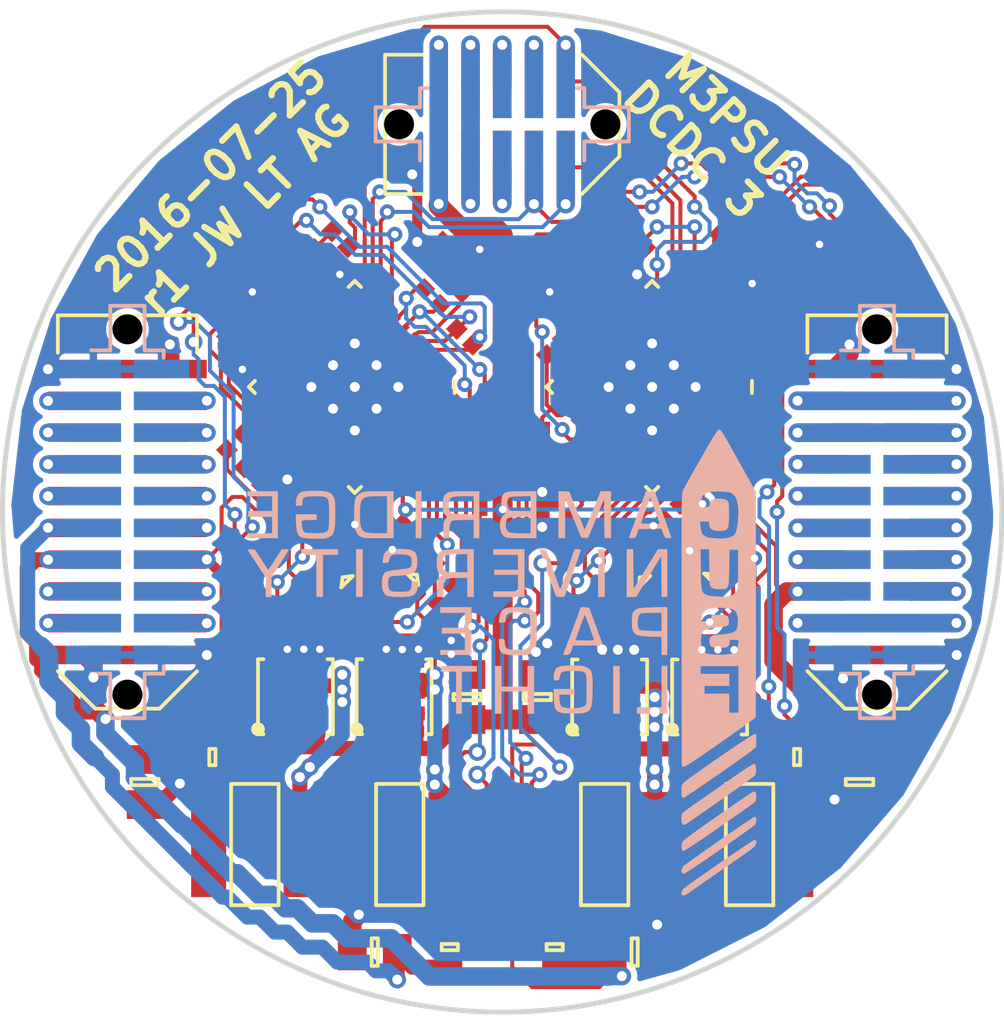
<source format=kicad_pcb>
(kicad_pcb (version 4) (host pcbnew 4.1.0-alpha+201605071002+6776~44~ubuntu14.04.1-product)
  (title_block (title "M3PSU - DC/DC Converter Board 2") (date 2016-06-28) (rev 1) (company "CU Spaceflight") (comment 1 "Drawn by: Levin Tan, Jamie Wood"))
  (layers (0 F.Cu signal) (31 B.Cu signal) (34 B.Paste user hide) (35 F.Paste user hide) (36 B.SilkS user) (37 F.SilkS user) (38 B.Mask user) (39 F.Mask user) (44 Edge.Cuts user))
  (net 0 "")
  (net 1 GND)
  (net 2 "Net-(C2-Pad1)")
  (net 3 "Net-(C2-Pad2)")
  (net 4 "Net-(C3-Pad1)")
  (net 5 "Net-(C3-Pad2)")
  (net 6 "Net-(C13-Pad1)")
  (net 7 "Net-(C6-Pad1)")
  (net 8 "Net-(C6-Pad2)")
  (net 9 VCC)
  (net 10 "Net-(C8-Pad1)")
  (net 11 "Net-(C8-Pad2)")
  (net 12 "Net-(C12-Pad1)")
  (net 13 "Net-(C10-Pad1)")
  (net 14 "Net-(C11-Pad1)")
  (net 15 "Net-(C11-Pad2)")
  (net 16 "Net-(C12-Pad2)")
  (net 17 "Net-(C14-Pad1)")
  (net 18 "Net-(C17-Pad1)")
  (net 19 "Net-(C17-Pad2)")
  (net 20 "Net-(C18-Pad1)")
  (net 21 "Net-(C18-Pad2)")
  (net 22 "Net-(C19-Pad1)")
  (net 23 "Net-(C21-Pad1)")
  (net 24 "Net-(C21-Pad2)")
  (net 25 "Net-(C23-Pad1)")
  (net 26 "Net-(C23-Pad2)")
  (net 27 "Net-(C24-Pad1)")
  (net 28 "Net-(C25-Pad1)")
  (net 29 "Net-(C26-Pad1)")
  (net 30 "Net-(C26-Pad2)")
  (net 31 "Net-(C27-Pad2)")
  (net 32 "Net-(C29-Pad1)")
  (net 33 "Net-(IC1-Pad8)")
  (net 34 "Net-(IC1-Pad12)")
  (net 35 "Net-(IC1-Pad14)")
  (net 36 "Net-(IC1-Pad16)")
  (net 37 "Net-(IC1-Pad30)")
  (net 38 "Net-(IC1-Pad32)")
  (net 39 "Net-(IC1-Pad36)")
  (net 40 "Net-(IC1-Pad38)")
  (net 41 "Net-(IC2-Pad8)")
  (net 42 "Net-(IC2-Pad12)")
  (net 43 "Net-(IC2-Pad14)")
  (net 44 "Net-(IC2-Pad16)")
  (net 45 "Net-(IC2-Pad30)")
  (net 46 "Net-(IC2-Pad32)")
  (net 47 "Net-(IC2-Pad36)")
  (net 48 "Net-(IC2-Pad38)")
  (net 49 /JTMS)
  (net 50 /3v3_RADIO)
  (net 51 /JTCK)
  (net 52 /3v3_FC)
  (net 53 /3v3_PYRO)
  (net 54 /JTDR)
  (net 55 /3v3_DL)
  (net 56 /RSVD1)
  (net 57 /3v3_AUX1)
  (net 58 /3v3_AUX2)
  (net 59 /CAN-)
  (net 60 /RSVD2)
  (net 61 /CAN+)
  (net 62 /JTDI)
  (net 63 /VBATT)
  (net 64 3v3)
  (net 65 /BATT1)
  (net 66 /BATT2)
  (net 67 /PYRO_SO)
  (net 68 /PYRO_SI)
  (net 69 /5v_RADIO)
  (net 70 /PYRO1)
  (net 71 /PYRO2)
  (net 72 /PYRO3)
  (net 73 /5v_AUX2)
  (net 74 /PYRO4)
  (net 75 /5v_CAM)
  (net 76 /PWR)
  (net 77 /CHARGE)
  (net 78 "Net-(L1-Pad1)")
  (net 79 "Net-(L2-Pad2)")
  (net 80 "Net-(L3-Pad1)")
  (net 81 "Net-(L4-Pad2)")
  (net 82 /5v_IMU)
  (net 83 /5v_AUX1)
  (net 84 /3v3_IMU)
  (net 85 /5v_CAN)
  (net 86 /SDA)
  (net 87 /SCL)
  (net 88 /~ALERT)
  (net 89 "Net-(IC1-Pad17)")
  (net 90 "Net-(IC1-Pad18)")
  (net 91 "Net-(IC1-Pad19)")
  (net 92 "Net-(IC1-Pad20)")
  (net 93 "Net-(IC1-Pad21)")
  (net 94 "Net-(IC1-Pad24)")
  (net 95 "Net-(IC2-Pad17)")
  (net 96 "Net-(IC2-Pad18)")
  (net 97 "Net-(IC2-Pad19)")
  (net 98 "Net-(IC2-Pad20)")
  (net 99 "Net-(IC2-Pad21)")
  (net 100 "Net-(IC2-Pad24)")
  (module agg:PowerPair3x3 (layer F.Cu) (at 104.3 107.4)
    (fp_text reference Q2)
    (fp_text value SiZ340DT)
    (pad D1 smd rect (at 0.975 1.386) (size 0.45 0.45) (layers F.Cu F.Paste F.Mask) (net 9 VCC))
    (pad D1 smd rect (at 0.325 1.386) (size 0.45 0.45) (layers F.Cu F.Paste F.Mask) (net 9 VCC))
    (pad G1 smd rect (at -0.975 1.386) (size 0.45 0.45) (layers F.Cu F.Paste F.Mask) (net 37 "Net-(IC1-Pad30)"))
    (pad D1 smd rect (at -0.325 1.386) (size 0.45 0.45) (layers F.Cu F.Paste F.Mask) (net 9 VCC))
    (pad G2 smd rect (at -0.975 -1.386) (size 0.45 0.45) (layers F.Cu F.Paste F.Mask) (net 38 "Net-(IC1-Pad32)"))
    (pad S2 smd rect (at -0.325 -1.386) (size 0.45 0.45) (layers F.Cu F.Paste F.Mask) (net 1 GND))
    (pad S2 smd rect (at 0.325 -1.386) (size 0.45 0.45) (layers F.Cu F.Paste F.Mask) (net 1 GND))
    (pad S2 smd rect (at 0.975 -1.386) (size 0.45 0.45) (layers F.Cu F.Paste F.Mask) (net 1 GND))
    (pad S1D2 smd rect (at 0 -0.434) (size 2.45 1.036) (layers F.Cu F.Paste F.Mask) (net 15 "Net-(C11-Pad2)"))
    (pad D1 smd rect (at 0 0.671) (size 2.45 0.562) (layers F.Cu F.Paste F.Mask) (net 9 VCC))
  )
  (module agg:PowerPair3x3 (layer F.Cu) (at 95.675 107.386)
    (fp_text reference Q3)
    (fp_text value SiZ340DT)
    (pad D1 smd rect (at 0.975 1.386) (size 0.45 0.45) (layers F.Cu F.Paste F.Mask) (net 9 VCC))
    (pad D1 smd rect (at 0.325 1.386) (size 0.45 0.45) (layers F.Cu F.Paste F.Mask) (net 9 VCC))
    (pad G1 smd rect (at -0.975 1.386) (size 0.45 0.45) (layers F.Cu F.Paste F.Mask) (net 48 "Net-(IC2-Pad38)"))
    (pad D1 smd rect (at -0.325 1.386) (size 0.45 0.45) (layers F.Cu F.Paste F.Mask) (net 9 VCC))
    (pad G2 smd rect (at -0.975 -1.386) (size 0.45 0.45) (layers F.Cu F.Paste F.Mask) (net 47 "Net-(IC2-Pad36)"))
    (pad S2 smd rect (at -0.325 -1.386) (size 0.45 0.45) (layers F.Cu F.Paste F.Mask) (net 1 GND))
    (pad S2 smd rect (at 0.325 -1.386) (size 0.45 0.45) (layers F.Cu F.Paste F.Mask) (net 1 GND))
    (pad S2 smd rect (at 0.975 -1.386) (size 0.45 0.45) (layers F.Cu F.Paste F.Mask) (net 1 GND))
    (pad S1D2 smd rect (at 0 -0.434) (size 2.45 1.036) (layers F.Cu F.Paste F.Mask) (net 18 "Net-(C17-Pad1)"))
    (pad D1 smd rect (at 0 0.671) (size 2.45 0.562) (layers F.Cu F.Paste F.Mask) (net 9 VCC))
  )
  (module agg:PowerPair3x3 (layer F.Cu) (at 108.3 107.4)
    (fp_text reference Q1)
    (fp_text value SiZ340DT)
    (pad D1 smd rect (at 0.975 1.386) (size 0.45 0.45) (layers F.Cu F.Paste F.Mask) (net 9 VCC))
    (pad D1 smd rect (at 0.325 1.386) (size 0.45 0.45) (layers F.Cu F.Paste F.Mask) (net 9 VCC))
    (pad G1 smd rect (at -0.975 1.386) (size 0.45 0.45) (layers F.Cu F.Paste F.Mask) (net 40 "Net-(IC1-Pad38)"))
    (pad D1 smd rect (at -0.325 1.386) (size 0.45 0.45) (layers F.Cu F.Paste F.Mask) (net 9 VCC))
    (pad G2 smd rect (at -0.975 -1.386) (size 0.45 0.45) (layers F.Cu F.Paste F.Mask) (net 39 "Net-(IC1-Pad36)"))
    (pad S2 smd rect (at -0.325 -1.386) (size 0.45 0.45) (layers F.Cu F.Paste F.Mask) (net 1 GND))
    (pad S2 smd rect (at 0.325 -1.386) (size 0.45 0.45) (layers F.Cu F.Paste F.Mask) (net 1 GND))
    (pad S2 smd rect (at 0.975 -1.386) (size 0.45 0.45) (layers F.Cu F.Paste F.Mask) (net 1 GND))
    (pad S1D2 smd rect (at 0 -0.434) (size 2.45 1.036) (layers F.Cu F.Paste F.Mask) (net 2 "Net-(C2-Pad1)"))
    (pad D1 smd rect (at 0 0.671) (size 2.45 0.562) (layers F.Cu F.Paste F.Mask) (net 9 VCC))
  )
  (module agg:PowerPair3x3 (layer F.Cu) (at 91.725 107.386)
    (fp_text reference Q4)
    (fp_text value SiZ340DT)
    (pad D1 smd rect (at 0.975 1.386) (size 0.45 0.45) (layers F.Cu F.Paste F.Mask) (net 9 VCC))
    (pad D1 smd rect (at 0.325 1.386) (size 0.45 0.45) (layers F.Cu F.Paste F.Mask) (net 9 VCC))
    (pad G1 smd rect (at -0.975 1.386) (size 0.45 0.45) (layers F.Cu F.Paste F.Mask) (net 45 "Net-(IC2-Pad30)"))
    (pad D1 smd rect (at -0.325 1.386) (size 0.45 0.45) (layers F.Cu F.Paste F.Mask) (net 9 VCC))
    (pad G2 smd rect (at -0.975 -1.386) (size 0.45 0.45) (layers F.Cu F.Paste F.Mask) (net 46 "Net-(IC2-Pad32)"))
    (pad S2 smd rect (at -0.325 -1.386) (size 0.45 0.45) (layers F.Cu F.Paste F.Mask) (net 1 GND))
    (pad S2 smd rect (at 0.325 -1.386) (size 0.45 0.45) (layers F.Cu F.Paste F.Mask) (net 1 GND))
    (pad S2 smd rect (at 0.975 -1.386) (size 0.45 0.45) (layers F.Cu F.Paste F.Mask) (net 1 GND))
    (pad S1D2 smd rect (at 0 -0.434) (size 2.45 1.036) (layers F.Cu F.Paste F.Mask) (net 30 "Net-(C26-Pad2)"))
    (pad D1 smd rect (at 0 0.671) (size 2.45 0.562) (layers F.Cu F.Paste F.Mask) (net 9 VCC))
  )
  (module m3psu:cusf_logo_full (layer B.Cu) (at 100 106 180)
    (fp_text reference G*** hide)
    (fp_text value LOGO hide)
  )
  (module agg:0402 (layer F.Cu) (at 92.1 90.5 135)
    (fp_text reference R20)
    (fp_text value 10k)
    (pad 1 smd rect (at -0.45 0 135) (size 0.62 0.62) (layers F.Cu F.Paste F.Mask) (net 42 "Net-(IC2-Pad12)"))
    (pad 2 smd rect (at 0.45 0 135) (size 0.62 0.62) (layers F.Cu F.Paste F.Mask) (net 32 "Net-(C29-Pad1)"))
  )
  (module agg:0402 (layer F.Cu) (at 104 90.5 135)
    (fp_text reference R18)
    (fp_text value 10k)
    (pad 1 smd rect (at -0.45 0 135) (size 0.62 0.62) (layers F.Cu F.Paste F.Mask) (net 34 "Net-(IC1-Pad12)"))
    (pad 2 smd rect (at 0.45 0 135) (size 0.62 0.62) (layers F.Cu F.Paste F.Mask) (net 17 "Net-(C14-Pad1)"))
  )
  (module agg:0402 (layer F.Cu) (at 107.6 100.8 225)
    (fp_text reference C32)
    (fp_text value 100n)
    (pad 1 smd rect (at -0.45 0 225) (size 0.62 0.62) (layers F.Cu F.Paste F.Mask) (net 9 VCC))
    (pad 2 smd rect (at 0.45 0 225) (size 0.62 0.62) (layers F.Cu F.Paste F.Mask) (net 1 GND))
  )
  (module agg:0402 (layer F.Cu) (at 95.7 100.8 225)
    (fp_text reference C31)
    (fp_text value 100n)
    (pad 1 smd rect (at -0.45 0 225) (size 0.62 0.62) (layers F.Cu F.Paste F.Mask) (net 9 VCC))
    (pad 2 smd rect (at 0.45 0 225) (size 0.62 0.62) (layers F.Cu F.Paste F.Mask) (net 1 GND))
  )
  (module agg:0402 (layer F.Cu) (at 93.5 89.1 315)
    (fp_text reference R7)
    (fp_text value 4k99)
    (pad 1 smd rect (at -0.45 0 315) (size 0.62 0.62) (layers F.Cu F.Paste F.Mask) (net 32 "Net-(C29-Pad1)"))
    (pad 2 smd rect (at 0.45 0 315) (size 0.62 0.62) (layers F.Cu F.Paste F.Mask) (net 41 "Net-(IC2-Pad8)"))
  )
  (module agg:TFML-105-02-L-D (layer F.Cu) (at 100 84.5)
    (fp_text reference J3)
    (fp_text value "NORTH TOP")
    (pad 1 smd rect (at -2.54 1.715) (size 0.74 2.92) (layers F.Cu F.Paste F.Mask) (net 9 VCC))
    (pad 2 smd rect (at -2.54 -1.715) (size 0.74 2.92) (layers F.Cu F.Paste F.Mask) (net 9 VCC))
    (pad 3 smd rect (at -1.27 1.715) (size 0.74 2.92) (layers F.Cu F.Paste F.Mask) (net 63 /VBATT))
    (pad 4 smd rect (at -1.27 -1.715) (size 0.74 2.92) (layers F.Cu F.Paste F.Mask) (net 63 /VBATT))
    (pad 5 smd rect (at 0 1.715) (size 0.74 2.92) (layers F.Cu F.Paste F.Mask) (net 64 3v3))
    (pad 6 smd rect (at 0 -1.715) (size 0.74 2.92) (layers F.Cu F.Paste F.Mask) (net 65 /BATT1))
    (pad 7 smd rect (at 1.27 1.715) (size 0.74 2.92) (layers F.Cu F.Paste F.Mask) (net 86 /SDA))
    (pad 8 smd rect (at 1.27 -1.715) (size 0.74 2.92) (layers F.Cu F.Paste F.Mask) (net 66 /BATT2))
    (pad 9 smd rect (at 2.54 1.715) (size 0.74 2.92) (layers F.Cu F.Paste F.Mask) (net 87 /SCL))
    (pad 10 smd rect (at 2.54 -1.715) (size 0.74 2.92) (layers F.Cu F.Paste F.Mask) (net 88 /~ALERT))
  )
  (module agg:0402 (layer F.Cu) (at 105.4 89.1 315)
    (fp_text reference R5)
    (fp_text value 4k99)
    (pad 1 smd rect (at -0.45 0 315) (size 0.62 0.62) (layers F.Cu F.Paste F.Mask) (net 17 "Net-(C14-Pad1)"))
    (pad 2 smd rect (at 0.45 0 315) (size 0.62 0.62) (layers F.Cu F.Paste F.Mask) (net 33 "Net-(IC1-Pad8)"))
  )
  (module agg:0603 (layer F.Cu) (at 88.4 109.8 180)
    (fp_text reference R26)
    (fp_text value 50m)
    (pad 1 smd rect (at -0.8 0 180) (size 0.95 1) (layers F.Cu F.Paste F.Mask) (net 81 "Net-(L4-Pad2)"))
    (pad 2 smd rect (at 0.8 0 180) (size 0.95 1) (layers F.Cu F.Paste F.Mask) (net 85 /5v_CAN))
  )
  (module agg:0402 (layer F.Cu) (at 90.7 98.6 45)
    (fp_text reference R25)
    (fp_text value 4k99)
    (pad 1 smd rect (at -0.45 0 45) (size 0.62 0.62) (layers F.Cu F.Paste F.Mask) (net 31 "Net-(C27-Pad2)"))
    (pad 2 smd rect (at 0.45 0 45) (size 0.62 0.62) (layers F.Cu F.Paste F.Mask) (net 1 GND))
  )
  (module agg:0402 (layer F.Cu) (at 91 89.3 225)
    (fp_text reference R24)
    (fp_text value 100)
    (pad 1 smd rect (at -0.45 0 225) (size 0.62 0.62) (layers F.Cu F.Paste F.Mask) (net 26 "Net-(C23-Pad2)"))
    (pad 2 smd rect (at 0.45 0 225) (size 0.62 0.62) (layers F.Cu F.Paste F.Mask) (net 85 /5v_CAN))
  )
  (module agg:0402 (layer F.Cu) (at 90.7 91.9 135)
    (fp_text reference R23)
    (fp_text value 11k3)
    (pad 1 smd rect (at -0.45 0 135) (size 0.62 0.62) (layers F.Cu F.Paste F.Mask) (net 44 "Net-(IC2-Pad16)"))
    (pad 2 smd rect (at 0.45 0 135) (size 0.62 0.62) (layers F.Cu F.Paste F.Mask) (net 1 GND))
  )
  (module agg:0402 (layer F.Cu) (at 90.3 88.6 225)
    (fp_text reference R22)
    (fp_text value 100)
    (pad 1 smd rect (at -0.45 0 225) (size 0.62 0.62) (layers F.Cu F.Paste F.Mask) (net 25 "Net-(C23-Pad1)"))
    (pad 2 smd rect (at 0.45 0 225) (size 0.62 0.62) (layers F.Cu F.Paste F.Mask) (net 81 "Net-(L4-Pad2)"))
  )
  (module agg:0402 (layer F.Cu) (at 90 92.6 135)
    (fp_text reference R21)
    (fp_text value 24k9)
    (pad 1 smd rect (at -0.45 0 135) (size 0.62 0.62) (layers F.Cu F.Paste F.Mask) (net 44 "Net-(IC2-Pad16)"))
    (pad 2 smd rect (at 0.45 0 135) (size 0.62 0.62) (layers F.Cu F.Paste F.Mask) (net 28 "Net-(C25-Pad1)"))
  )
  (module agg:0402 (layer F.Cu) (at 99.1 99.4 90)
    (fp_text reference R19)
    (fp_text value 100)
    (pad 1 smd rect (at -0.45 0 90) (size 0.62 0.62) (layers F.Cu F.Paste F.Mask) (net 80 "Net-(L3-Pad1)"))
    (pad 2 smd rect (at 0.45 0 90) (size 0.62 0.62) (layers F.Cu F.Paste F.Mask) (net 23 "Net-(C21-Pad1)"))
  )
  (module agg:0402 (layer F.Cu) (at 97.3 89.5 45)
    (fp_text reference R17)
    (fp_text value 4k99)
    (pad 1 smd rect (at -0.45 0 45) (size 0.62 0.62) (layers F.Cu F.Paste F.Mask) (net 1 GND))
    (pad 2 smd rect (at 0.45 0 45) (size 0.62 0.62) (layers F.Cu F.Paste F.Mask) (net 20 "Net-(C18-Pad1)"))
  )
  (module agg:0402 (layer F.Cu) (at 98.7 97.5 90)
    (fp_text reference R16)
    (fp_text value 100)
    (pad 1 smd rect (at -0.45 0 90) (size 0.62 0.62) (layers F.Cu F.Paste F.Mask) (net 55 /3v3_DL))
    (pad 2 smd rect (at 0.45 0 90) (size 0.62 0.62) (layers F.Cu F.Paste F.Mask) (net 24 "Net-(C21-Pad2)"))
  )
  (module agg:0402 (layer F.Cu) (at 91.4 91.2 315)
    (fp_text reference R15)
    (fp_text value 10k)
    (pad 1 smd rect (at -0.45 0 315) (size 0.62 0.62) (layers F.Cu F.Paste F.Mask) (net 32 "Net-(C29-Pad1)"))
    (pad 2 smd rect (at 0.45 0 315) (size 0.62 0.62) (layers F.Cu F.Paste F.Mask) (net 43 "Net-(IC2-Pad14)"))
  )
  (module agg:0603 (layer F.Cu) (at 97.9 117.4 90)
    (fp_text reference R14)
    (fp_text value 50m)
    (pad 1 smd rect (at -0.8 0 90) (size 0.95 1) (layers F.Cu F.Paste F.Mask) (net 55 /3v3_DL))
    (pad 2 smd rect (at 0.8 0 90) (size 0.95 1) (layers F.Cu F.Paste F.Mask) (net 80 "Net-(L3-Pad1)"))
  )
  (module agg:0603 (layer F.Cu) (at 102.1 117.4 270)
    (fp_text reference R13)
    (fp_text value 50m)
    (pad 1 smd rect (at -0.8 0 270) (size 0.95 1) (layers F.Cu F.Paste F.Mask) (net 79 "Net-(L2-Pad2)"))
    (pad 2 smd rect (at 0.8 0 270) (size 0.95 1) (layers F.Cu F.Paste F.Mask) (net 57 /3v3_AUX1))
  )
  (module agg:0402 (layer F.Cu) (at 102.381802 99.881802 135)
    (fp_text reference R12)
    (fp_text value 4k99)
    (pad 1 smd rect (at -0.45 0 135) (size 0.62 0.62) (layers F.Cu F.Paste F.Mask) (net 16 "Net-(C12-Pad2)"))
    (pad 2 smd rect (at 0.45 0 135) (size 0.62 0.62) (layers F.Cu F.Paste F.Mask) (net 1 GND))
  )
  (module agg:0402 (layer F.Cu) (at 113.4 90 45)
    (fp_text reference R11)
    (fp_text value 100)
    (pad 1 smd rect (at -0.45 0 45) (size 0.62 0.62) (layers F.Cu F.Paste F.Mask) (net 11 "Net-(C8-Pad2)"))
    (pad 2 smd rect (at 0.45 0 45) (size 0.62 0.62) (layers F.Cu F.Paste F.Mask) (net 57 /3v3_AUX1))
  )
  (module agg:0402 (layer F.Cu) (at 102.6 91.9 135)
    (fp_text reference R10)
    (fp_text value 9k09)
    (pad 1 smd rect (at -0.45 0 135) (size 0.62 0.62) (layers F.Cu F.Paste F.Mask) (net 36 "Net-(IC1-Pad16)"))
    (pad 2 smd rect (at 0.45 0 135) (size 0.62 0.62) (layers F.Cu F.Paste F.Mask) (net 1 GND))
  )
  (module agg:0402 (layer F.Cu) (at 114.1 90.7 45)
    (fp_text reference R9)
    (fp_text value 100)
    (pad 1 smd rect (at -0.45 0 45) (size 0.62 0.62) (layers F.Cu F.Paste F.Mask) (net 10 "Net-(C8-Pad1)"))
    (pad 2 smd rect (at 0.45 0 45) (size 0.62 0.62) (layers F.Cu F.Paste F.Mask) (net 79 "Net-(L2-Pad2)"))
  )
  (module agg:0402 (layer F.Cu) (at 102.1 93.4 225)
    (fp_text reference R8)
    (fp_text value 24k9)
    (pad 1 smd rect (at -0.45 0 225) (size 0.62 0.62) (layers F.Cu F.Paste F.Mask) (net 36 "Net-(IC1-Pad16)"))
    (pad 2 smd rect (at 0.45 0 225) (size 0.62 0.62) (layers F.Cu F.Paste F.Mask) (net 13 "Net-(C10-Pad1)"))
  )
  (module agg:0402 (layer F.Cu) (at 109.718198 89.281802 225)
    (fp_text reference R6)
    (fp_text value 100)
    (pad 1 smd rect (at -0.45 0 225) (size 0.62 0.62) (layers F.Cu F.Paste F.Mask) (net 78 "Net-(L1-Pad1)"))
    (pad 2 smd rect (at 0.45 0 225) (size 0.62 0.62) (layers F.Cu F.Paste F.Mask) (net 7 "Net-(C6-Pad1)"))
  )
  (module agg:0402 (layer F.Cu) (at 112 89.4 135)
    (fp_text reference R4)
    (fp_text value 4k99)
    (pad 1 smd rect (at -0.45 0 135) (size 0.62 0.62) (layers F.Cu F.Paste F.Mask) (net 1 GND))
    (pad 2 smd rect (at 0.45 0 135) (size 0.62 0.62) (layers F.Cu F.Paste F.Mask) (net 4 "Net-(C3-Pad1)"))
  )
  (module agg:0402 (layer F.Cu) (at 109.018198 88.581802 225)
    (fp_text reference R3)
    (fp_text value 100)
    (pad 1 smd rect (at -0.45 0 225) (size 0.62 0.62) (layers F.Cu F.Paste F.Mask) (net 75 /5v_CAM))
    (pad 2 smd rect (at 0.45 0 225) (size 0.62 0.62) (layers F.Cu F.Paste F.Mask) (net 8 "Net-(C6-Pad2)"))
  )
  (module agg:TYS5040 (layer F.Cu) (at 90.1 113.3 180)
    (fp_text reference L4)
    (fp_text value 10µ)
    (pad 1 smd rect (at -1.85 0 180) (size 1.4 4.2) (layers F.Cu F.Paste F.Mask) (net 30 "Net-(C26-Pad2)"))
    (pad 2 smd rect (at 1.85 0 180) (size 1.4 4.2) (layers F.Cu F.Paste F.Mask) (net 81 "Net-(L4-Pad2)"))
  )
  (module agg:TYS5040 (layer F.Cu) (at 95.9 113.3)
    (fp_text reference L3)
    (fp_text value 10µ)
    (pad 1 smd rect (at -1.85 0) (size 1.4 4.2) (layers F.Cu F.Paste F.Mask) (net 80 "Net-(L3-Pad1)"))
    (pad 2 smd rect (at 1.85 0) (size 1.4 4.2) (layers F.Cu F.Paste F.Mask) (net 18 "Net-(C17-Pad1)"))
  )
  (module agg:TYS5040 (layer F.Cu) (at 109.9 113.3 180)
    (fp_text reference L1)
    (fp_text value 10µ)
    (pad 1 smd rect (at -1.85 0 180) (size 1.4 4.2) (layers F.Cu F.Paste F.Mask) (net 78 "Net-(L1-Pad1)"))
    (pad 2 smd rect (at 1.85 0 180) (size 1.4 4.2) (layers F.Cu F.Paste F.Mask) (net 2 "Net-(C2-Pad1)"))
  )
  (module agg:SFML-110-02-L-D-LC (layer B.Cu) (at 115 100 270)
    (fp_text reference J5)
    (fp_text value "EAST BOT")
    (pad 1 smd rect (at -5.715 1.365 270) (size 0.74 2.22) (layers B.Cu B.Paste B.Mask) (net 1 GND))
    (pad 2 smd rect (at -5.715 -1.365 270) (size 0.74 2.22) (layers B.Cu B.Paste B.Mask) (net 1 GND))
    (pad 3 smd rect (at -4.445 1.365 270) (size 0.74 2.22) (layers B.Cu B.Paste B.Mask) (net 67 /PYRO_SO))
    (pad 4 smd rect (at -4.445 -1.365 270) (size 0.74 2.22) (layers B.Cu B.Paste B.Mask) (net 67 /PYRO_SO))
    (pad 5 smd rect (at -3.175 1.365 270) (size 0.74 2.22) (layers B.Cu B.Paste B.Mask) (net 68 /PYRO_SI))
    (pad 6 smd rect (at -3.175 -1.365 270) (size 0.74 2.22) (layers B.Cu B.Paste B.Mask) (net 68 /PYRO_SI))
    (pad 7 smd rect (at -1.905 1.365 270) (size 0.74 2.22) (layers B.Cu B.Paste B.Mask) (net 69 /5v_RADIO))
    (pad 8 smd rect (at -1.905 -1.365 270) (size 0.74 2.22) (layers B.Cu B.Paste B.Mask) (net 70 /PYRO1))
    (pad 9 smd rect (at -0.635 1.365 270) (size 0.74 2.22) (layers B.Cu B.Paste B.Mask) (net 82 /5v_IMU))
    (pad 10 smd rect (at -0.635 -1.365 270) (size 0.74 2.22) (layers B.Cu B.Paste B.Mask) (net 71 /PYRO2))
    (pad 11 smd rect (at 0.635 1.365 270) (size 0.74 2.22) (layers B.Cu B.Paste B.Mask) (net 83 /5v_AUX1))
    (pad 12 smd rect (at 0.635 -1.365 270) (size 0.74 2.22) (layers B.Cu B.Paste B.Mask) (net 72 /PYRO3))
    (pad 13 smd rect (at 1.905 1.365 270) (size 0.74 2.22) (layers B.Cu B.Paste B.Mask) (net 73 /5v_AUX2))
    (pad 14 smd rect (at 1.905 -1.365 270) (size 0.74 2.22) (layers B.Cu B.Paste B.Mask) (net 74 /PYRO4))
    (pad 15 smd rect (at 3.175 1.365 270) (size 0.74 2.22) (layers B.Cu B.Paste B.Mask) (net 75 /5v_CAM))
    (pad 16 smd rect (at 3.175 -1.365 270) (size 0.74 2.22) (layers B.Cu B.Paste B.Mask) (net 76 /PWR))
    (pad 17 smd rect (at 4.445 1.365 270) (size 0.74 2.22) (layers B.Cu B.Paste B.Mask) (net 77 /CHARGE))
    (pad 18 smd rect (at 4.445 -1.365 270) (size 0.74 2.22) (layers B.Cu B.Paste B.Mask) (net 77 /CHARGE))
    (pad 19 smd rect (at 5.715 1.365 270) (size 0.74 2.22) (layers B.Cu B.Paste B.Mask) (net 1 GND))
    (pad 20 smd rect (at 5.715 -1.365 270) (size 0.74 2.22) (layers B.Cu B.Paste B.Mask) (net 1 GND))
    (pad "" np_thru_hole circle (at 7.305 0 270) (size 1.2 1.2) (drill 1.2) (layers *.Mask))
    (pad "" np_thru_hole circle (at -7.305 0 270) (size 1.2 1.2) (drill 1.2) (layers *.Mask))
  )
  (module agg:TFML-110-02-L-D (layer F.Cu) (at 115 100 270)
    (fp_text reference J4)
    (fp_text value "EAST TOP")
    (pad 1 smd rect (at -5.715 1.715 270) (size 0.74 2.92) (layers F.Cu F.Paste F.Mask) (net 1 GND))
    (pad 2 smd rect (at -5.715 -1.715 270) (size 0.74 2.92) (layers F.Cu F.Paste F.Mask) (net 1 GND))
    (pad 3 smd rect (at -4.445 1.715 270) (size 0.74 2.92) (layers F.Cu F.Paste F.Mask) (net 67 /PYRO_SO))
    (pad 4 smd rect (at -4.445 -1.715 270) (size 0.74 2.92) (layers F.Cu F.Paste F.Mask) (net 67 /PYRO_SO))
    (pad 5 smd rect (at -3.175 1.715 270) (size 0.74 2.92) (layers F.Cu F.Paste F.Mask) (net 68 /PYRO_SI))
    (pad 6 smd rect (at -3.175 -1.715 270) (size 0.74 2.92) (layers F.Cu F.Paste F.Mask) (net 68 /PYRO_SI))
    (pad 7 smd rect (at -1.905 1.715 270) (size 0.74 2.92) (layers F.Cu F.Paste F.Mask) (net 69 /5v_RADIO))
    (pad 8 smd rect (at -1.905 -1.715 270) (size 0.74 2.92) (layers F.Cu F.Paste F.Mask) (net 70 /PYRO1))
    (pad 9 smd rect (at -0.635 1.715 270) (size 0.74 2.92) (layers F.Cu F.Paste F.Mask) (net 82 /5v_IMU))
    (pad 10 smd rect (at -0.635 -1.715 270) (size 0.74 2.92) (layers F.Cu F.Paste F.Mask) (net 71 /PYRO2))
    (pad 11 smd rect (at 0.635 1.715 270) (size 0.74 2.92) (layers F.Cu F.Paste F.Mask) (net 83 /5v_AUX1))
    (pad 12 smd rect (at 0.635 -1.715 270) (size 0.74 2.92) (layers F.Cu F.Paste F.Mask) (net 72 /PYRO3))
    (pad 13 smd rect (at 1.905 1.715 270) (size 0.74 2.92) (layers F.Cu F.Paste F.Mask) (net 73 /5v_AUX2))
    (pad 14 smd rect (at 1.905 -1.715 270) (size 0.74 2.92) (layers F.Cu F.Paste F.Mask) (net 74 /PYRO4))
    (pad 15 smd rect (at 3.175 1.715 270) (size 0.74 2.92) (layers F.Cu F.Paste F.Mask) (net 75 /5v_CAM))
    (pad 16 smd rect (at 3.175 -1.715 270) (size 0.74 2.92) (layers F.Cu F.Paste F.Mask) (net 76 /PWR))
    (pad 17 smd rect (at 4.445 1.715 270) (size 0.74 2.92) (layers F.Cu F.Paste F.Mask) (net 77 /CHARGE))
    (pad 18 smd rect (at 4.445 -1.715 270) (size 0.74 2.92) (layers F.Cu F.Paste F.Mask) (net 77 /CHARGE))
    (pad 19 smd rect (at 5.715 1.715 270) (size 0.74 2.92) (layers F.Cu F.Paste F.Mask) (net 1 GND))
    (pad 20 smd rect (at 5.715 -1.715 270) (size 0.74 2.92) (layers F.Cu F.Paste F.Mask) (net 1 GND))
  )
  (module agg:SFML-110-02-L-D-LC (layer B.Cu) (at 85 100 270)
    (fp_text reference J2)
    (fp_text value "WEST BOT")
    (pad 1 smd rect (at -5.715 1.365 270) (size 0.74 2.22) (layers B.Cu B.Paste B.Mask) (net 1 GND))
    (pad 2 smd rect (at -5.715 -1.365 270) (size 0.74 2.22) (layers B.Cu B.Paste B.Mask) (net 1 GND))
    (pad 3 smd rect (at -4.445 1.365 270) (size 0.74 2.22) (layers B.Cu B.Paste B.Mask) (net 84 /3v3_IMU))
    (pad 4 smd rect (at -4.445 -1.365 270) (size 0.74 2.22) (layers B.Cu B.Paste B.Mask) (net 49 /JTMS))
    (pad 5 smd rect (at -3.175 1.365 270) (size 0.74 2.22) (layers B.Cu B.Paste B.Mask) (net 50 /3v3_RADIO))
    (pad 6 smd rect (at -3.175 -1.365 270) (size 0.74 2.22) (layers B.Cu B.Paste B.Mask) (net 51 /JTCK))
    (pad 7 smd rect (at -1.905 1.365 270) (size 0.74 2.22) (layers B.Cu B.Paste B.Mask) (net 52 /3v3_FC))
    (pad 8 smd rect (at -1.905 -1.365 270) (size 0.74 2.22) (layers B.Cu B.Paste B.Mask) (net 62 /JTDI))
    (pad 9 smd rect (at -0.635 1.365 270) (size 0.74 2.22) (layers B.Cu B.Paste B.Mask) (net 53 /3v3_PYRO))
    (pad 10 smd rect (at -0.635 -1.365 270) (size 0.74 2.22) (layers B.Cu B.Paste B.Mask) (net 54 /JTDR))
    (pad 11 smd rect (at 0.635 1.365 270) (size 0.74 2.22) (layers B.Cu B.Paste B.Mask) (net 55 /3v3_DL))
    (pad 12 smd rect (at 0.635 -1.365 270) (size 0.74 2.22) (layers B.Cu B.Paste B.Mask) (net 56 /RSVD1))
    (pad 13 smd rect (at 1.905 1.365 270) (size 0.74 2.22) (layers B.Cu B.Paste B.Mask) (net 57 /3v3_AUX1))
    (pad 14 smd rect (at 1.905 -1.365 270) (size 0.74 2.22) (layers B.Cu B.Paste B.Mask) (net 85 /5v_CAN))
    (pad 15 smd rect (at 3.175 1.365 270) (size 0.74 2.22) (layers B.Cu B.Paste B.Mask) (net 58 /3v3_AUX2))
    (pad 16 smd rect (at 3.175 -1.365 270) (size 0.74 2.22) (layers B.Cu B.Paste B.Mask) (net 59 /CAN-))
    (pad 17 smd rect (at 4.445 1.365 270) (size 0.74 2.22) (layers B.Cu B.Paste B.Mask) (net 60 /RSVD2))
    (pad 18 smd rect (at 4.445 -1.365 270) (size 0.74 2.22) (layers B.Cu B.Paste B.Mask) (net 61 /CAN+))
    (pad 19 smd rect (at 5.715 1.365 270) (size 0.74 2.22) (layers B.Cu B.Paste B.Mask) (net 1 GND))
    (pad 20 smd rect (at 5.715 -1.365 270) (size 0.74 2.22) (layers B.Cu B.Paste B.Mask) (net 1 GND))
    (pad "" np_thru_hole circle (at 7.305 0 270) (size 1.2 1.2) (drill 1.2) (layers *.Mask))
    (pad "" np_thru_hole circle (at -7.305 0 270) (size 1.2 1.2) (drill 1.2) (layers *.Mask))
  )
  (module agg:TFML-110-02-L-D (layer F.Cu) (at 85 100 270)
    (fp_text reference J1)
    (fp_text value "WEST TOP")
    (pad 1 smd rect (at -5.715 1.715 270) (size 0.74 2.92) (layers F.Cu F.Paste F.Mask) (net 1 GND))
    (pad 2 smd rect (at -5.715 -1.715 270) (size 0.74 2.92) (layers F.Cu F.Paste F.Mask) (net 1 GND))
    (pad 3 smd rect (at -4.445 1.715 270) (size 0.74 2.92) (layers F.Cu F.Paste F.Mask) (net 84 /3v3_IMU))
    (pad 4 smd rect (at -4.445 -1.715 270) (size 0.74 2.92) (layers F.Cu F.Paste F.Mask) (net 49 /JTMS))
    (pad 5 smd rect (at -3.175 1.715 270) (size 0.74 2.92) (layers F.Cu F.Paste F.Mask) (net 50 /3v3_RADIO))
    (pad 6 smd rect (at -3.175 -1.715 270) (size 0.74 2.92) (layers F.Cu F.Paste F.Mask) (net 51 /JTCK))
    (pad 7 smd rect (at -1.905 1.715 270) (size 0.74 2.92) (layers F.Cu F.Paste F.Mask) (net 52 /3v3_FC))
    (pad 8 smd rect (at -1.905 -1.715 270) (size 0.74 2.92) (layers F.Cu F.Paste F.Mask) (net 62 /JTDI))
    (pad 9 smd rect (at -0.635 1.715 270) (size 0.74 2.92) (layers F.Cu F.Paste F.Mask) (net 53 /3v3_PYRO))
    (pad 10 smd rect (at -0.635 -1.715 270) (size 0.74 2.92) (layers F.Cu F.Paste F.Mask) (net 54 /JTDR))
    (pad 11 smd rect (at 0.635 1.715 270) (size 0.74 2.92) (layers F.Cu F.Paste F.Mask) (net 55 /3v3_DL))
    (pad 12 smd rect (at 0.635 -1.715 270) (size 0.74 2.92) (layers F.Cu F.Paste F.Mask) (net 56 /RSVD1))
    (pad 13 smd rect (at 1.905 1.715 270) (size 0.74 2.92) (layers F.Cu F.Paste F.Mask) (net 57 /3v3_AUX1))
    (pad 14 smd rect (at 1.905 -1.715 270) (size 0.74 2.92) (layers F.Cu F.Paste F.Mask) (net 85 /5v_CAN))
    (pad 15 smd rect (at 3.175 1.715 270) (size 0.74 2.92) (layers F.Cu F.Paste F.Mask) (net 58 /3v3_AUX2))
    (pad 16 smd rect (at 3.175 -1.715 270) (size 0.74 2.92) (layers F.Cu F.Paste F.Mask) (net 59 /CAN-))
    (pad 17 smd rect (at 4.445 1.715 270) (size 0.74 2.92) (layers F.Cu F.Paste F.Mask) (net 60 /RSVD2))
    (pad 18 smd rect (at 4.445 -1.715 270) (size 0.74 2.92) (layers F.Cu F.Paste F.Mask) (net 61 /CAN+))
    (pad 19 smd rect (at 5.715 1.715 270) (size 0.74 2.92) (layers F.Cu F.Paste F.Mask) (net 1 GND))
    (pad 20 smd rect (at 5.715 -1.715 270) (size 0.74 2.92) (layers F.Cu F.Paste F.Mask) (net 1 GND))
  )
  (module agg:QFN-40-EP-LTC-UJ (layer F.Cu) (at 94.1 95 225)
    (fp_text reference IC2)
    (fp_text value LTC3887)
    (pad 1 smd rect (at -2.9 -2.25 225) (size 0.7 0.25) (layers F.Cu F.Paste F.Mask) (net 55 /3v3_DL))
    (pad 2 smd rect (at -2.9 -1.75 225) (size 0.7 0.25) (layers F.Cu F.Paste F.Mask) (net 1 GND))
    (pad 3 smd rect (at -2.9 -1.25 225) (size 0.7 0.25) (layers F.Cu F.Paste F.Mask) (net 25 "Net-(C23-Pad1)"))
    (pad 4 smd rect (at -2.9 -0.75 225) (size 0.7 0.25) (layers F.Cu F.Paste F.Mask) (net 26 "Net-(C23-Pad2)"))
    (pad 5 smd rect (at -2.9 -0.25 225) (size 0.7 0.25) (layers F.Cu F.Paste F.Mask) (net 21 "Net-(C18-Pad2)"))
    (pad 6 smd rect (at -2.9 0.25 225) (size 0.7 0.25) (layers F.Cu F.Paste F.Mask) (net 23 "Net-(C21-Pad1)"))
    (pad 7 smd rect (at -2.9 0.75 225) (size 0.7 0.25) (layers F.Cu F.Paste F.Mask) (net 24 "Net-(C21-Pad2)"))
    (pad 8 smd rect (at -2.9 1.25 225) (size 0.7 0.25) (layers F.Cu F.Paste F.Mask) (net 41 "Net-(IC2-Pad8)"))
    (pad 9 smd rect (at -2.9 1.75 225) (size 0.7 0.25) (layers F.Cu F.Paste F.Mask) (net 87 /SCL))
    (pad 10 smd rect (at -2.9 2.25 225) (size 0.7 0.25) (layers F.Cu F.Paste F.Mask) (net 86 /SDA))
    (pad 11 smd rect (at -2.25 2.9 225) (size 0.25 0.7) (layers F.Cu F.Paste F.Mask) (net 88 /~ALERT))
    (pad 12 smd rect (at -1.75 2.9 225) (size 0.25 0.7) (layers F.Cu F.Paste F.Mask) (net 42 "Net-(IC2-Pad12)"))
    (pad 13 smd rect (at -1.25 2.9 225) (size 0.25 0.7) (layers F.Cu F.Paste F.Mask) (net 42 "Net-(IC2-Pad12)"))
    (pad 14 smd rect (at -0.75 2.9 225) (size 0.25 0.7) (layers F.Cu F.Paste F.Mask) (net 43 "Net-(IC2-Pad14)"))
    (pad 15 smd rect (at -0.25 2.9 225) (size 0.25 0.7) (layers F.Cu F.Paste F.Mask) (net 43 "Net-(IC2-Pad14)"))
    (pad 16 smd rect (at 0.25 2.9 225) (size 0.25 0.7) (layers F.Cu F.Paste F.Mask) (net 44 "Net-(IC2-Pad16)"))
    (pad 17 smd rect (at 0.75 2.9 225) (size 0.25 0.7) (layers F.Cu F.Paste F.Mask) (net 95 "Net-(IC2-Pad17)"))
    (pad 18 smd rect (at 1.25 2.9 225) (size 0.25 0.7) (layers F.Cu F.Paste F.Mask) (net 96 "Net-(IC2-Pad18)"))
    (pad 19 smd rect (at 1.75 2.9 225) (size 0.25 0.7) (layers F.Cu F.Paste F.Mask) (net 97 "Net-(IC2-Pad19)"))
    (pad 20 smd rect (at 2.25 2.9 225) (size 0.25 0.7) (layers F.Cu F.Paste F.Mask) (net 98 "Net-(IC2-Pad20)"))
    (pad 21 smd rect (at 2.9 2.25 225) (size 0.7 0.25) (layers F.Cu F.Paste F.Mask) (net 99 "Net-(IC2-Pad21)"))
    (pad 22 smd rect (at 2.9 1.75 225) (size 0.7 0.25) (layers F.Cu F.Paste F.Mask) (net 28 "Net-(C25-Pad1)"))
    (pad 23 smd rect (at 2.9 1.25 225) (size 0.7 0.25) (layers F.Cu F.Paste F.Mask) (net 1 GND))
    (pad 24 smd rect (at 2.9 0.75 225) (size 0.7 0.25) (layers F.Cu F.Paste F.Mask) (net 100 "Net-(IC2-Pad24)"))
    (pad 25 smd rect (at 2.9 0.25 225) (size 0.7 0.25) (layers F.Cu F.Paste F.Mask) (net 32 "Net-(C29-Pad1)"))
    (pad 26 smd rect (at 2.9 -0.25 225) (size 0.7 0.25) (layers F.Cu F.Paste F.Mask) (net 27 "Net-(C24-Pad1)"))
    (pad 27 smd rect (at 2.9 -0.75 225) (size 0.7 0.25) (layers F.Cu F.Paste F.Mask) (net 85 /5v_CAN))
    (pad 28 smd rect (at 2.9 -1.25 225) (size 0.7 0.25) (layers F.Cu F.Paste F.Mask) (net 1 GND))
    (pad 29 smd rect (at 2.9 -1.75 225) (size 0.7 0.25) (layers F.Cu F.Paste F.Mask) (net 30 "Net-(C26-Pad2)"))
    (pad 30 smd rect (at 2.9 -2.25 225) (size 0.7 0.25) (layers F.Cu F.Paste F.Mask) (net 45 "Net-(IC2-Pad30)"))
    (pad 31 smd rect (at 2.25 -2.9 225) (size 0.25 0.7) (layers F.Cu F.Paste F.Mask) (net 29 "Net-(C26-Pad1)"))
    (pad 32 smd rect (at 1.75 -2.9 225) (size 0.25 0.7) (layers F.Cu F.Paste F.Mask) (net 46 "Net-(IC2-Pad32)"))
    (pad 33 smd rect (at 1.25 -2.9 225) (size 0.25 0.7) (layers F.Cu F.Paste F.Mask) (net 22 "Net-(C19-Pad1)"))
    (pad 34 smd rect (at 0.75 -2.9 225) (size 0.25 0.7) (layers F.Cu F.Paste F.Mask) (net 1 GND))
    (pad 35 smd rect (at 0.25 -2.9 225) (size 0.25 0.7) (layers F.Cu F.Paste F.Mask) (net 9 VCC))
    (pad 36 smd rect (at -0.25 -2.9 225) (size 0.25 0.7) (layers F.Cu F.Paste F.Mask) (net 47 "Net-(IC2-Pad36)"))
    (pad 37 smd rect (at -0.75 -2.9 225) (size 0.25 0.7) (layers F.Cu F.Paste F.Mask) (net 19 "Net-(C17-Pad2)"))
    (pad 38 smd rect (at -1.25 -2.9 225) (size 0.25 0.7) (layers F.Cu F.Paste F.Mask) (net 48 "Net-(IC2-Pad38)"))
    (pad 39 smd rect (at -1.75 -2.9 225) (size 0.25 0.7) (layers F.Cu F.Paste F.Mask) (net 18 "Net-(C17-Pad1)"))
    (pad 40 smd rect (at -2.25 -2.9 225) (size 0.25 0.7) (layers F.Cu F.Paste F.Mask) (net 1 GND))
    (pad EP thru_hole circle (at -1.23 -1.23 225) (size 0.8 0.8) (drill 0.4) (layers *.Cu) (net 1 GND))
    (pad EP thru_hole circle (at -1.23 0 225) (size 0.8 0.8) (drill 0.4) (layers *.Cu) (net 1 GND))
    (pad EP thru_hole circle (at -1.23 1.23 225) (size 0.8 0.8) (drill 0.4) (layers *.Cu) (net 1 GND))
    (pad EP thru_hole circle (at 0 -1.23 225) (size 0.8 0.8) (drill 0.4) (layers *.Cu) (net 1 GND))
    (pad EP thru_hole circle (at 0 0 225) (size 0.8 0.8) (drill 0.4) (layers *.Cu) (net 1 GND))
    (pad EP thru_hole circle (at 0 1.23 225) (size 0.8 0.8) (drill 0.4) (layers *.Cu) (net 1 GND))
    (pad EP thru_hole circle (at 1.23 -1.23 225) (size 0.8 0.8) (drill 0.4) (layers *.Cu) (net 1 GND))
    (pad EP thru_hole circle (at 1.23 0 225) (size 0.8 0.8) (drill 0.4) (layers *.Cu) (net 1 GND))
    (pad EP thru_hole circle (at 1.23 1.23 225) (size 0.8 0.8) (drill 0.4) (layers *.Cu) (net 1 GND))
    (pad EP smd rect (at 0 0 225) (size 4.42 4.42) (layers F.Cu) (net 1 GND))
  )
  (module agg:0603-LED (layer F.Cu) (at 93.7 102.7 315)
    (fp_text reference D4)
    (fp_text value SCHOTTKY)
    (pad 1 smd rect (at -0.8 0 315) (size 0.95 1) (layers F.Cu F.Paste F.Mask) (net 29 "Net-(C26-Pad1)"))
    (pad 2 smd rect (at 0.8 0 315) (size 0.95 1) (layers F.Cu F.Paste F.Mask) (net 22 "Net-(C19-Pad1)"))
  )
  (module agg:0603-LED (layer F.Cu) (at 96.5 102.6 225)
    (fp_text reference D3)
    (fp_text value SCHOTTKY)
    (pad 1 smd rect (at -0.8 0 225) (size 0.95 1) (layers F.Cu F.Paste F.Mask) (net 19 "Net-(C17-Pad2)"))
    (pad 2 smd rect (at 0.8 0 225) (size 0.95 1) (layers F.Cu F.Paste F.Mask) (net 22 "Net-(C19-Pad1)"))
  )
  (module agg:0603-LED (layer F.Cu) (at 105.6 102.7 315)
    (fp_text reference D2)
    (fp_text value SCHOTTKY)
    (pad 1 smd rect (at -0.8 0 315) (size 0.95 1) (layers F.Cu F.Paste F.Mask) (net 14 "Net-(C11-Pad1)"))
    (pad 2 smd rect (at 0.8 0 315) (size 0.95 1) (layers F.Cu F.Paste F.Mask) (net 6 "Net-(C13-Pad1)"))
  )
  (module agg:0603-LED (layer F.Cu) (at 108.4 102.6 225)
    (fp_text reference D1)
    (fp_text value SCHOTTKY)
    (pad 1 smd rect (at -0.8 0 225) (size 0.95 1) (layers F.Cu F.Paste F.Mask) (net 3 "Net-(C2-Pad2)"))
    (pad 2 smd rect (at 0.8 0 225) (size 0.95 1) (layers F.Cu F.Paste F.Mask) (net 6 "Net-(C13-Pad1)"))
  )
  (module agg:0805 (layer F.Cu) (at 85.7 110.8 270)
    (fp_text reference C30)
    (fp_text value 22µ)
    (pad 1 smd rect (at -0.9 0 270) (size 1.15 1.45) (layers F.Cu F.Paste F.Mask) (net 85 /5v_CAN))
    (pad 2 smd rect (at 0.9 0 270) (size 1.15 1.45) (layers F.Cu F.Paste F.Mask) (net 1 GND))
  )
  (module agg:0402 (layer F.Cu) (at 92.8 89.8 315)
    (fp_text reference C29)
    (fp_text value 1µ)
    (pad 1 smd rect (at -0.45 0 315) (size 0.62 0.62) (layers F.Cu F.Paste F.Mask) (net 32 "Net-(C29-Pad1)"))
    (pad 2 smd rect (at 0.45 0 315) (size 0.62 0.62) (layers F.Cu F.Paste F.Mask) (net 1 GND))
  )
  (module agg:0402 (layer F.Cu) (at 94.9 100 225)
    (fp_text reference C28)
    (fp_text value 100n)
    (pad 1 smd rect (at -0.45 0 225) (size 0.62 0.62) (layers F.Cu F.Paste F.Mask) (net 22 "Net-(C19-Pad1)"))
    (pad 2 smd rect (at 0.45 0 225) (size 0.62 0.62) (layers F.Cu F.Paste F.Mask) (net 1 GND))
  )
  (module agg:0402 (layer F.Cu) (at 92.4 103.3 135)
    (fp_text reference C26)
    (fp_text value 100n)
    (pad 1 smd rect (at -0.45 0 135) (size 0.62 0.62) (layers F.Cu F.Paste F.Mask) (net 29 "Net-(C26-Pad1)"))
    (pad 2 smd rect (at 0.45 0 135) (size 0.62 0.62) (layers F.Cu F.Paste F.Mask) (net 30 "Net-(C26-Pad2)"))
  )
  (module agg:0402 (layer F.Cu) (at 89.3 93.3 315)
    (fp_text reference C25)
    (fp_text value 1µ)
    (pad 1 smd rect (at -0.45 0 315) (size 0.62 0.62) (layers F.Cu F.Paste F.Mask) (net 28 "Net-(C25-Pad1)"))
    (pad 2 smd rect (at 0.45 0 315) (size 0.62 0.62) (layers F.Cu F.Paste F.Mask) (net 1 GND))
  )
  (module agg:0402 (layer F.Cu) (at 89.3 97.2 225)
    (fp_text reference C24)
    (fp_text value 220p)
    (pad 1 smd rect (at -0.45 0 225) (size 0.62 0.62) (layers F.Cu F.Paste F.Mask) (net 27 "Net-(C24-Pad1)"))
    (pad 2 smd rect (at 0.45 0 225) (size 0.62 0.62) (layers F.Cu F.Paste F.Mask) (net 1 GND))
  )
  (module agg:0402 (layer F.Cu) (at 98.5 93 135)
    (fp_text reference C23)
    (fp_text value 47p)
    (pad 1 smd rect (at -0.45 0 135) (size 0.62 0.62) (layers F.Cu F.Paste F.Mask) (net 25 "Net-(C23-Pad1)"))
    (pad 2 smd rect (at 0.45 0 135) (size 0.62 0.62) (layers F.Cu F.Paste F.Mask) (net 26 "Net-(C23-Pad2)"))
  )
  (module agg:0805 (layer F.Cu) (at 98.6 107.4 90)
    (fp_text reference C22)
    (fp_text value 22µ)
    (pad 1 smd rect (at -0.9 0 90) (size 1.15 1.45) (layers F.Cu F.Paste F.Mask) (net 9 VCC))
    (pad 2 smd rect (at 0.9 0 90) (size 1.15 1.45) (layers F.Cu F.Paste F.Mask) (net 1 GND))
  )
  (module agg:0402 (layer F.Cu) (at 97.2 91.4 135)
    (fp_text reference C21)
    (fp_text value 47p)
    (pad 1 smd rect (at -0.45 0 135) (size 0.62 0.62) (layers F.Cu F.Paste F.Mask) (net 23 "Net-(C21-Pad1)"))
    (pad 2 smd rect (at 0.45 0 135) (size 0.62 0.62) (layers F.Cu F.Paste F.Mask) (net 24 "Net-(C21-Pad2)"))
  )
  (module agg:0402 (layer F.Cu) (at 98.7 90.9 225)
    (fp_text reference C20)
    (fp_text value 220p)
    (pad 1 smd rect (at -0.45 0 225) (size 0.62 0.62) (layers F.Cu F.Paste F.Mask) (net 1 GND))
    (pad 2 smd rect (at 0.45 0 225) (size 0.62 0.62) (layers F.Cu F.Paste F.Mask) (net 21 "Net-(C18-Pad2)"))
  )
  (module agg:0402 (layer F.Cu) (at 98 90.2 225)
    (fp_text reference C18)
    (fp_text value 4n7)
    (pad 1 smd rect (at -0.45 0 225) (size 0.62 0.62) (layers F.Cu F.Paste F.Mask) (net 20 "Net-(C18-Pad1)"))
    (pad 2 smd rect (at 0.45 0 225) (size 0.62 0.62) (layers F.Cu F.Paste F.Mask) (net 21 "Net-(C18-Pad2)"))
  )
  (module agg:0402 (layer F.Cu) (at 97.7 103.3 225)
    (fp_text reference C17)
    (fp_text value 100n)
    (pad 1 smd rect (at -0.45 0 225) (size 0.62 0.62) (layers F.Cu F.Paste F.Mask) (net 18 "Net-(C17-Pad1)"))
    (pad 2 smd rect (at 0.45 0 225) (size 0.62 0.62) (layers F.Cu F.Paste F.Mask) (net 19 "Net-(C17-Pad2)"))
  )
  (module agg:0805 (layer F.Cu) (at 94.9 117.6 180)
    (fp_text reference C16)
    (fp_text value 22µ)
    (pad 1 smd rect (at -0.9 0 180) (size 1.15 1.45) (layers F.Cu F.Paste F.Mask) (net 55 /3v3_DL))
    (pad 2 smd rect (at 0.9 0 180) (size 1.15 1.45) (layers F.Cu F.Paste F.Mask) (net 1 GND))
  )
  (module agg:0402 (layer F.Cu) (at 104.7 89.8 315)
    (fp_text reference C14)
    (fp_text value 1µ)
    (pad 1 smd rect (at -0.45 0 315) (size 0.62 0.62) (layers F.Cu F.Paste F.Mask) (net 17 "Net-(C14-Pad1)"))
    (pad 2 smd rect (at 0.45 0 315) (size 0.62 0.62) (layers F.Cu F.Paste F.Mask) (net 1 GND))
  )
  (module agg:0402 (layer F.Cu) (at 106.8 100 225)
    (fp_text reference C13)
    (fp_text value 100n)
    (pad 1 smd rect (at -0.45 0 225) (size 0.62 0.62) (layers F.Cu F.Paste F.Mask) (net 6 "Net-(C13-Pad1)"))
    (pad 2 smd rect (at 0.45 0 225) (size 0.62 0.62) (layers F.Cu F.Paste F.Mask) (net 1 GND))
  )
  (module agg:0402 (layer F.Cu) (at 103.5 98.95 225)
    (fp_text reference C12)
    (fp_text value 4n7)
    (pad 1 smd rect (at -0.45 0 225) (size 0.62 0.62) (layers F.Cu F.Paste F.Mask) (net 12 "Net-(C12-Pad1)"))
    (pad 2 smd rect (at 0.45 0 225) (size 0.62 0.62) (layers F.Cu F.Paste F.Mask) (net 16 "Net-(C12-Pad2)"))
  )
  (module agg:0402 (layer F.Cu) (at 104.3 103.3 135)
    (fp_text reference C11)
    (fp_text value 100n)
    (pad 1 smd rect (at -0.45 0 135) (size 0.62 0.62) (layers F.Cu F.Paste F.Mask) (net 14 "Net-(C11-Pad1)"))
    (pad 2 smd rect (at 0.45 0 135) (size 0.62 0.62) (layers F.Cu F.Paste F.Mask) (net 15 "Net-(C11-Pad2)"))
  )
  (module agg:0402 (layer F.Cu) (at 101.6 97.15 270)
    (fp_text reference C10)
    (fp_text value 1µ)
    (pad 1 smd rect (at -0.45 0 270) (size 0.62 0.62) (layers F.Cu F.Paste F.Mask) (net 13 "Net-(C10-Pad1)"))
    (pad 2 smd rect (at 0.45 0 270) (size 0.62 0.62) (layers F.Cu F.Paste F.Mask) (net 1 GND))
  )
  (module agg:0402 (layer F.Cu) (at 102.65 98.1 225)
    (fp_text reference C9)
    (fp_text value 220p)
    (pad 1 smd rect (at -0.45 0 225) (size 0.62 0.62) (layers F.Cu F.Paste F.Mask) (net 12 "Net-(C12-Pad1)"))
    (pad 2 smd rect (at 0.45 0 225) (size 0.62 0.62) (layers F.Cu F.Paste F.Mask) (net 1 GND))
  )
  (module agg:0402 (layer F.Cu) (at 110.25 92.55 135)
    (fp_text reference C8)
    (fp_text value 47p)
    (pad 1 smd rect (at -0.45 0 135) (size 0.62 0.62) (layers F.Cu F.Paste F.Mask) (net 10 "Net-(C8-Pad1)"))
    (pad 2 smd rect (at 0.45 0 135) (size 0.62 0.62) (layers F.Cu F.Paste F.Mask) (net 11 "Net-(C8-Pad2)"))
  )
  (module agg:0805 (layer F.Cu) (at 101.4 107.4 90)
    (fp_text reference C7)
    (fp_text value 22µ)
    (pad 1 smd rect (at -0.9 0 90) (size 1.15 1.45) (layers F.Cu F.Paste F.Mask) (net 9 VCC))
    (pad 2 smd rect (at 0.9 0 90) (size 1.15 1.45) (layers F.Cu F.Paste F.Mask) (net 1 GND))
  )
  (module agg:0402 (layer F.Cu) (at 108.8 91.1 135)
    (fp_text reference C6)
    (fp_text value 47p)
    (pad 1 smd rect (at -0.45 0 135) (size 0.62 0.62) (layers F.Cu F.Paste F.Mask) (net 7 "Net-(C6-Pad1)"))
    (pad 2 smd rect (at 0.45 0 135) (size 0.62 0.62) (layers F.Cu F.Paste F.Mask) (net 8 "Net-(C6-Pad2)"))
  )
  (module agg:0402 (layer F.Cu) (at 111.3 90.1 315)
    (fp_text reference C3)
    (fp_text value 4n7)
    (pad 1 smd rect (at -0.45 0 315) (size 0.62 0.62) (layers F.Cu F.Paste F.Mask) (net 4 "Net-(C3-Pad1)"))
    (pad 2 smd rect (at 0.45 0 315) (size 0.62 0.62) (layers F.Cu F.Paste F.Mask) (net 5 "Net-(C3-Pad2)"))
  )
  (module agg:0805 (layer F.Cu) (at 114.3 110.8 270)
    (fp_text reference C1)
    (fp_text value 22µ)
    (pad 1 smd rect (at -0.9 0 270) (size 1.15 1.45) (layers F.Cu F.Paste F.Mask) (net 75 /5v_CAM))
    (pad 2 smd rect (at 0.9 0 270) (size 1.15 1.45) (layers F.Cu F.Paste F.Mask) (net 1 GND))
  )
  (module agg:QFN-40-EP-LTC-UJ (layer F.Cu) (at 106 95 225)
    (fp_text reference IC1)
    (fp_text value LTC3887)
    (pad 1 smd rect (at -2.9 -2.25 225) (size 0.7 0.25) (layers F.Cu F.Paste F.Mask) (net 75 /5v_CAM))
    (pad 2 smd rect (at -2.9 -1.75 225) (size 0.7 0.25) (layers F.Cu F.Paste F.Mask) (net 1 GND))
    (pad 3 smd rect (at -2.9 -1.25 225) (size 0.7 0.25) (layers F.Cu F.Paste F.Mask) (net 10 "Net-(C8-Pad1)"))
    (pad 4 smd rect (at -2.9 -0.75 225) (size 0.7 0.25) (layers F.Cu F.Paste F.Mask) (net 11 "Net-(C8-Pad2)"))
    (pad 5 smd rect (at -2.9 -0.25 225) (size 0.7 0.25) (layers F.Cu F.Paste F.Mask) (net 5 "Net-(C3-Pad2)"))
    (pad 6 smd rect (at -2.9 0.25 225) (size 0.7 0.25) (layers F.Cu F.Paste F.Mask) (net 7 "Net-(C6-Pad1)"))
    (pad 7 smd rect (at -2.9 0.75 225) (size 0.7 0.25) (layers F.Cu F.Paste F.Mask) (net 8 "Net-(C6-Pad2)"))
    (pad 8 smd rect (at -2.9 1.25 225) (size 0.7 0.25) (layers F.Cu F.Paste F.Mask) (net 33 "Net-(IC1-Pad8)"))
    (pad 9 smd rect (at -2.9 1.75 225) (size 0.7 0.25) (layers F.Cu F.Paste F.Mask) (net 87 /SCL))
    (pad 10 smd rect (at -2.9 2.25 225) (size 0.7 0.25) (layers F.Cu F.Paste F.Mask) (net 86 /SDA))
    (pad 11 smd rect (at -2.25 2.9 225) (size 0.25 0.7) (layers F.Cu F.Paste F.Mask) (net 88 /~ALERT))
    (pad 12 smd rect (at -1.75 2.9 225) (size 0.25 0.7) (layers F.Cu F.Paste F.Mask) (net 34 "Net-(IC1-Pad12)"))
    (pad 13 smd rect (at -1.25 2.9 225) (size 0.25 0.7) (layers F.Cu F.Paste F.Mask) (net 34 "Net-(IC1-Pad12)"))
    (pad 14 smd rect (at -0.75 2.9 225) (size 0.25 0.7) (layers F.Cu F.Paste F.Mask) (net 35 "Net-(IC1-Pad14)"))
    (pad 15 smd rect (at -0.25 2.9 225) (size 0.25 0.7) (layers F.Cu F.Paste F.Mask) (net 35 "Net-(IC1-Pad14)"))
    (pad 16 smd rect (at 0.25 2.9 225) (size 0.25 0.7) (layers F.Cu F.Paste F.Mask) (net 36 "Net-(IC1-Pad16)"))
    (pad 17 smd rect (at 0.75 2.9 225) (size 0.25 0.7) (layers F.Cu F.Paste F.Mask) (net 89 "Net-(IC1-Pad17)"))
    (pad 18 smd rect (at 1.25 2.9 225) (size 0.25 0.7) (layers F.Cu F.Paste F.Mask) (net 90 "Net-(IC1-Pad18)"))
    (pad 19 smd rect (at 1.75 2.9 225) (size 0.25 0.7) (layers F.Cu F.Paste F.Mask) (net 91 "Net-(IC1-Pad19)"))
    (pad 20 smd rect (at 2.25 2.9 225) (size 0.25 0.7) (layers F.Cu F.Paste F.Mask) (net 92 "Net-(IC1-Pad20)"))
    (pad 21 smd rect (at 2.9 2.25 225) (size 0.7 0.25) (layers F.Cu F.Paste F.Mask) (net 93 "Net-(IC1-Pad21)"))
    (pad 22 smd rect (at 2.9 1.75 225) (size 0.7 0.25) (layers F.Cu F.Paste F.Mask) (net 13 "Net-(C10-Pad1)"))
    (pad 23 smd rect (at 2.9 1.25 225) (size 0.7 0.25) (layers F.Cu F.Paste F.Mask) (net 1 GND))
    (pad 24 smd rect (at 2.9 0.75 225) (size 0.7 0.25) (layers F.Cu F.Paste F.Mask) (net 94 "Net-(IC1-Pad24)"))
    (pad 25 smd rect (at 2.9 0.25 225) (size 0.7 0.25) (layers F.Cu F.Paste F.Mask) (net 17 "Net-(C14-Pad1)"))
    (pad 26 smd rect (at 2.9 -0.25 225) (size 0.7 0.25) (layers F.Cu F.Paste F.Mask) (net 12 "Net-(C12-Pad1)"))
    (pad 27 smd rect (at 2.9 -0.75 225) (size 0.7 0.25) (layers F.Cu F.Paste F.Mask) (net 57 /3v3_AUX1))
    (pad 28 smd rect (at 2.9 -1.25 225) (size 0.7 0.25) (layers F.Cu F.Paste F.Mask) (net 1 GND))
    (pad 29 smd rect (at 2.9 -1.75 225) (size 0.7 0.25) (layers F.Cu F.Paste F.Mask) (net 15 "Net-(C11-Pad2)"))
    (pad 30 smd rect (at 2.9 -2.25 225) (size 0.7 0.25) (layers F.Cu F.Paste F.Mask) (net 37 "Net-(IC1-Pad30)"))
    (pad 31 smd rect (at 2.25 -2.9 225) (size 0.25 0.7) (layers F.Cu F.Paste F.Mask) (net 14 "Net-(C11-Pad1)"))
    (pad 32 smd rect (at 1.75 -2.9 225) (size 0.25 0.7) (layers F.Cu F.Paste F.Mask) (net 38 "Net-(IC1-Pad32)"))
    (pad 33 smd rect (at 1.25 -2.9 225) (size 0.25 0.7) (layers F.Cu F.Paste F.Mask) (net 6 "Net-(C13-Pad1)"))
    (pad 34 smd rect (at 0.75 -2.9 225) (size 0.25 0.7) (layers F.Cu F.Paste F.Mask) (net 1 GND))
    (pad 35 smd rect (at 0.25 -2.9 225) (size 0.25 0.7) (layers F.Cu F.Paste F.Mask) (net 9 VCC))
    (pad 36 smd rect (at -0.25 -2.9 225) (size 0.25 0.7) (layers F.Cu F.Paste F.Mask) (net 39 "Net-(IC1-Pad36)"))
    (pad 37 smd rect (at -0.75 -2.9 225) (size 0.25 0.7) (layers F.Cu F.Paste F.Mask) (net 3 "Net-(C2-Pad2)"))
    (pad 38 smd rect (at -1.25 -2.9 225) (size 0.25 0.7) (layers F.Cu F.Paste F.Mask) (net 40 "Net-(IC1-Pad38)"))
    (pad 39 smd rect (at -1.75 -2.9 225) (size 0.25 0.7) (layers F.Cu F.Paste F.Mask) (net 2 "Net-(C2-Pad1)"))
    (pad 40 smd rect (at -2.25 -2.9 225) (size 0.25 0.7) (layers F.Cu F.Paste F.Mask) (net 1 GND))
    (pad EP thru_hole circle (at -1.23 -1.23 225) (size 0.8 0.8) (drill 0.4) (layers *.Cu) (net 1 GND))
    (pad EP thru_hole circle (at -1.23 0 225) (size 0.8 0.8) (drill 0.4) (layers *.Cu) (net 1 GND))
    (pad EP thru_hole circle (at -1.23 1.23 225) (size 0.8 0.8) (drill 0.4) (layers *.Cu) (net 1 GND))
    (pad EP thru_hole circle (at 0 -1.23 225) (size 0.8 0.8) (drill 0.4) (layers *.Cu) (net 1 GND))
    (pad EP thru_hole circle (at 0 0 225) (size 0.8 0.8) (drill 0.4) (layers *.Cu) (net 1 GND))
    (pad EP thru_hole circle (at 0 1.23 225) (size 0.8 0.8) (drill 0.4) (layers *.Cu) (net 1 GND))
    (pad EP thru_hole circle (at 1.23 -1.23 225) (size 0.8 0.8) (drill 0.4) (layers *.Cu) (net 1 GND))
    (pad EP thru_hole circle (at 1.23 0 225) (size 0.8 0.8) (drill 0.4) (layers *.Cu) (net 1 GND))
    (pad EP thru_hole circle (at 1.23 1.23 225) (size 0.8 0.8) (drill 0.4) (layers *.Cu) (net 1 GND))
    (pad EP smd rect (at 0 0 225) (size 4.42 4.42) (layers F.Cu) (net 1 GND))
  )
  (module agg:0603 (layer F.Cu) (at 111.8 109.8 180)
    (fp_text reference R1)
    (fp_text value 50m)
    (pad 1 smd rect (at -0.8 0 180) (size 0.95 1) (layers F.Cu F.Paste F.Mask) (net 75 /5v_CAM))
    (pad 2 smd rect (at 0.8 0 180) (size 0.95 1) (layers F.Cu F.Paste F.Mask) (net 78 "Net-(L1-Pad1)"))
  )
  (module agg:0402 (layer F.Cu) (at 103.3 91.2 315)
    (fp_text reference R2)
    (fp_text value 10k)
    (pad 1 smd rect (at -0.45 0 315) (size 0.62 0.62) (layers F.Cu F.Paste F.Mask) (net 17 "Net-(C14-Pad1)"))
    (pad 2 smd rect (at 0.45 0 315) (size 0.62 0.62) (layers F.Cu F.Paste F.Mask) (net 35 "Net-(IC1-Pad14)"))
  )
  (module agg:TYS5040 (layer F.Cu) (at 104.1 113.3 180)
    (fp_text reference L2)
    (fp_text value 10µ)
    (pad 1 smd rect (at -1.85 0 180) (size 1.4 4.2) (layers F.Cu F.Paste F.Mask) (net 15 "Net-(C11-Pad2)"))
    (pad 2 smd rect (at 1.85 0 180) (size 1.4 4.2) (layers F.Cu F.Paste F.Mask) (net 79 "Net-(L2-Pad2)"))
  )
  (module agg:0402 (layer F.Cu) (at 109.6 103.3 225)
    (fp_text reference C2)
    (fp_text value 100n)
    (pad 1 smd rect (at -0.45 0 225) (size 0.62 0.62) (layers F.Cu F.Paste F.Mask) (net 2 "Net-(C2-Pad1)"))
    (pad 2 smd rect (at 0.45 0 225) (size 0.62 0.62) (layers F.Cu F.Paste F.Mask) (net 3 "Net-(C2-Pad2)"))
  )
  (module agg:0402 (layer F.Cu) (at 110.6 90.8 315)
    (fp_text reference C5)
    (fp_text value 220p)
    (pad 1 smd rect (at -0.45 0 315) (size 0.62 0.62) (layers F.Cu F.Paste F.Mask) (net 1 GND))
    (pad 2 smd rect (at 0.45 0 315) (size 0.62 0.62) (layers F.Cu F.Paste F.Mask) (net 5 "Net-(C3-Pad2)"))
  )
  (module agg:0805 (layer F.Cu) (at 105.3 117.6)
    (fp_text reference C15)
    (fp_text value 22µ)
    (pad 1 smd rect (at -0.9 0) (size 1.15 1.45) (layers F.Cu F.Paste F.Mask) (net 57 /3v3_AUX1))
    (pad 2 smd rect (at 0.9 0) (size 1.15 1.45) (layers F.Cu F.Paste F.Mask) (net 1 GND))
  )
  (module agg:0402 (layer F.Cu) (at 90 97.9 225)
    (fp_text reference C27)
    (fp_text value 4n7)
    (pad 1 smd rect (at -0.45 0 225) (size 0.62 0.62) (layers F.Cu F.Paste F.Mask) (net 27 "Net-(C24-Pad1)"))
    (pad 2 smd rect (at 0.45 0 225) (size 0.62 0.62) (layers F.Cu F.Paste F.Mask) (net 31 "Net-(C27-Pad2)"))
  )
  (module agg:SFML-105-02-L-D-LC (layer B.Cu) (at 100 84.5)
    (fp_text reference J6)
    (fp_text value "NORTH BOT")
    (pad 1 smd rect (at -2.54 1.365) (size 0.74 2.22) (layers B.Cu B.Paste B.Mask) (net 9 VCC))
    (pad 2 smd rect (at -2.54 -1.365) (size 0.74 2.22) (layers B.Cu B.Paste B.Mask) (net 9 VCC))
    (pad 3 smd rect (at -1.27 1.365) (size 0.74 2.22) (layers B.Cu B.Paste B.Mask) (net 63 /VBATT))
    (pad 4 smd rect (at -1.27 -1.365) (size 0.74 2.22) (layers B.Cu B.Paste B.Mask) (net 63 /VBATT))
    (pad 5 smd rect (at 0 1.365) (size 0.74 2.22) (layers B.Cu B.Paste B.Mask) (net 64 3v3))
    (pad 6 smd rect (at 0 -1.365) (size 0.74 2.22) (layers B.Cu B.Paste B.Mask) (net 65 /BATT1))
    (pad 7 smd rect (at 1.27 1.365) (size 0.74 2.22) (layers B.Cu B.Paste B.Mask) (net 86 /SDA))
    (pad 8 smd rect (at 1.27 -1.365) (size 0.74 2.22) (layers B.Cu B.Paste B.Mask) (net 66 /BATT2))
    (pad 9 smd rect (at 2.54 1.365) (size 0.74 2.22) (layers B.Cu B.Paste B.Mask) (net 87 /SCL))
    (pad 10 smd rect (at 2.54 -1.365) (size 0.74 2.22) (layers B.Cu B.Paste B.Mask) (net 88 /~ALERT))
    (pad "" np_thru_hole circle (at 4.13 0) (size 1.2 1.2) (drill 1.2) (layers *.Mask))
    (pad "" np_thru_hole circle (at -4.13 0) (size 1.2 1.2) (drill 1.2) (layers *.Mask))
  )
  (module agg:0402 (layer F.Cu) (at 94.3 101.4 135)
    (fp_text reference C19)
    (fp_text value 4µ7)
    (pad 1 smd rect (at -0.45 0 135) (size 0.62 0.62) (layers F.Cu F.Paste F.Mask) (net 22 "Net-(C19-Pad1)"))
    (pad 2 smd rect (at 0.45 0 135) (size 0.62 0.62) (layers F.Cu F.Paste F.Mask) (net 1 GND))
  )
  (module agg:0402 (layer F.Cu) (at 106.2 101.4 135)
    (fp_text reference C4)
    (fp_text value 4µ7)
    (pad 1 smd rect (at -0.45 0 135) (size 0.62 0.62) (layers F.Cu F.Paste F.Mask) (net 6 "Net-(C13-Pad1)"))
    (pad 2 smd rect (at 0.45 0 135) (size 0.62 0.62) (layers F.Cu F.Paste F.Mask) (net 1 GND))
  )
  (gr_text "2016-07-25\nr1 JW LT AG" (at 89.01 87.23 45) (layer F.SilkS) (effects (font (size 1.2 1.2) (thickness 0.25))))
  (gr_text "M3PSU\nDCDC 3" (at 108.31 84.83 315) (layer F.SilkS) (effects (font (size 1.2 1.2) (thickness 0.25))))
  (gr_circle (center 100 100) (end 120 100) (layer Edge.Cuts) (width 0.2))
  (segment (start 85.7 111.7) (end 86.26 111.7) (width 0.6) (layer F.Cu) (net 1))
  (segment (start 86.26 111.7) (end 87.1 110.86) (width 0.6) (layer F.Cu) (net 1))
  (via (at 87.1 110.86) (size 0.7) (drill 0.4) (layers F.Cu B.Cu) (net 1))
  (segment (start 94 117.6) (end 94 116.36) (width 0.74) (layer F.Cu) (net 1))
  (segment (start 94 116.36) (end 94.26 116.1) (width 0.74) (layer F.Cu) (net 1))
  (via (at 94.26 116.1) (size 0.7) (drill 0.4) (layers F.Cu B.Cu) (net 1))
  (segment (start 83.64 106.62) (end 83.64 106.07) (width 0.74) (layer F.Cu) (net 1))
  (segment (start 83.64 106.07) (end 83.285 105.715) (width 0.74) (layer F.Cu) (net 1))
  (segment (start 83.635 105.715) (end 83.635 106.615) (width 0.74) (layer B.Cu) (net 1))
  (segment (start 83.635 106.615) (end 83.64 106.62) (width 0.74) (layer B.Cu) (net 1))
  (via (at 83.64 106.62) (size 0.7) (drill 0.4) (layers F.Cu B.Cu) (net 1))
  (segment (start 101.6 97.6) (end 101.6 97.686396) (width 0.16) (layer F.Cu) (net 1))
  (segment (start 101.6 97.686396) (end 102.331802 98.418198) (width 0.16) (layer F.Cu) (net 1))
  (segment (start 101.6 99.2) (end 101.6 100.6) (width 0.6) (layer F.Cu) (net 1))
  (via (at 101.6 100.6) (size 0.7) (drill 0.4) (layers F.Cu B.Cu) (net 1))
  (segment (start 102.063604 98.686396) (end 102.063604 98.736396) (width 0.6) (layer F.Cu) (net 1))
  (segment (start 102.063604 98.736396) (end 101.6 99.2) (width 0.6) (layer F.Cu) (net 1))
  (via (at 101.6 99.2) (size 0.7) (drill 0.4) (layers F.Cu B.Cu) (net 1))
  (segment (start 102.331802 98.418198) (end 102.063604 98.686396) (width 0.6) (layer F.Cu) (net 1))
  (segment (start 102.063604 98.686396) (end 102.063604 99.563604) (width 0.6) (layer F.Cu) (net 1))
  (segment (start 101.8 105.25) (end 101.8 106.1) (width 0.6) (layer F.Cu) (net 1))
  (segment (start 101.8 106.1) (end 101.4 106.5) (width 0.6) (layer F.Cu) (net 1))
  (segment (start 101.4 105.65) (end 101.8 105.25) (width 0.6) (layer F.Cu) (net 1))
  (via (at 101.8 105.25) (size 0.7) (drill 0.4) (layers F.Cu B.Cu) (net 1))
  (segment (start 101.4 106.5) (end 101.4 105.65) (width 0.6) (layer F.Cu) (net 1))
  (segment (start 101.4 105.65) (end 101.35 105.6) (width 0.6) (layer F.Cu) (net 1))
  (via (at 101.35 105.6) (size 0.7) (drill 0.4) (layers F.Cu B.Cu) (net 1))
  (segment (start 83.285 105.715) (end 86.715 105.715) (width 0.74) (layer F.Cu) (net 1))
  (segment (start 83.285 94.285) (end 86.715 94.285) (width 0.74) (layer F.Cu) (net 1))
  (segment (start 113.285 94.285) (end 116.715 94.285) (width 0.74) (layer F.Cu) (net 1))
  (segment (start 113.285 105.715) (end 116.715 105.715) (width 0.74) (layer F.Cu) (net 1))
  (segment (start 113.64 106.66) (end 113.64 106.07) (width 0.6) (layer F.Cu) (net 1))
  (segment (start 113.64 106.07) (end 113.285 105.715) (width 0.6) (layer F.Cu) (net 1))
  (segment (start 113.9 93.3) (end 113.9 93.67) (width 0.74) (layer F.Cu) (net 1))
  (segment (start 113.9 93.67) (end 113.285 94.285) (width 0.74) (layer F.Cu) (net 1))
  (via (at 113.9 93.3) (size 0.7) (drill 0.4) (layers F.Cu B.Cu) (net 1))
  (segment (start 105.018198 90.118198) (end 105.4 90.5) (width 0.16) (layer F.Cu) (net 1))
  (via (at 105.4 90.5) (size 0.7) (drill 0.4) (layers F.Cu B.Cu) (net 1))
  (segment (start 114.3 111.7) (end 113.5 111.7) (width 0.6) (layer F.Cu) (net 1))
  (segment (start 113.5 111.7) (end 113.3 111.5) (width 0.6) (layer F.Cu) (net 1))
  (via (at 113.3 111.5) (size 0.7) (drill 0.4) (layers F.Cu B.Cu) (net 1))
  (segment (start 106.2 117.6) (end 106.2 116.5) (width 0.6) (layer F.Cu) (net 1))
  (via (at 106.2 116.5) (size 0.7) (drill 0.4) (layers F.Cu B.Cu) (net 1))
  (segment (start 105.275 106.014) (end 105.275 105.515) (width 0.4) (layer F.Cu) (net 1))
  (via (at 105.28 105.51) (size 0.7) (drill 0.4) (layers F.Cu B.Cu) (net 1))
  (segment (start 105.275 105.515) (end 105.28 105.51) (width 0.4) (layer F.Cu) (net 1))
  (segment (start 104.625 106.014) (end 104.625 105.515) (width 0.4) (layer F.Cu) (net 1))
  (segment (start 104.625 105.515) (end 104.63 105.51) (width 0.4) (layer F.Cu) (net 1))
  (via (at 104.63 105.51) (size 0.7) (drill 0.4) (layers F.Cu B.Cu) (net 1))
  (segment (start 103.975 106.014) (end 103.975 105.525) (width 0.4) (layer F.Cu) (net 1))
  (segment (start 103.975 105.525) (end 104 105.5) (width 0.4) (layer F.Cu) (net 1))
  (via (at 104 105.5) (size 0.7) (drill 0.4) (layers F.Cu B.Cu) (net 1))
  (segment (start 107.975 106.014) (end 107.975 105.525) (width 0.4) (layer F.Cu) (net 1))
  (segment (start 107.975 105.525) (end 107.99 105.51) (width 0.4) (layer F.Cu) (net 1))
  (via (at 107.99 105.51) (size 0.6) (drill 0.3) (layers F.Cu B.Cu) (net 1))
  (segment (start 108.625 106.014) (end 108.625 105.515) (width 0.4) (layer F.Cu) (net 1))
  (segment (start 108.625 105.515) (end 108.63 105.51) (width 0.4) (layer F.Cu) (net 1))
  (via (at 108.63 105.51) (size 0.6) (drill 0.3) (layers F.Cu B.Cu) (net 1))
  (segment (start 109.275 106.014) (end 109.275 105.515) (width 0.4) (layer F.Cu) (net 1))
  (segment (start 109.275 105.515) (end 109.28 105.51) (width 0.4) (layer F.Cu) (net 1))
  (via (at 109.28 105.51) (size 0.6) (drill 0.3) (layers F.Cu B.Cu) (net 1))
  (segment (start 107.281802 101.118198) (end 107.281802 101.331802) (width 0.16) (layer F.Cu) (net 1))
  (segment (start 107.281802 101.331802) (end 107.5 101.55) (width 0.16) (layer F.Cu) (net 1))
  (via (at 107.5 101.55) (size 0.6) (drill 0.3) (layers F.Cu B.Cu) (net 1))
  (segment (start 106.1 100.7) (end 106.481802 100.318198) (width 0.16) (layer F.Cu) (net 1))
  (segment (start 105.881802 100.918198) (end 106.1 100.7) (width 0.16) (layer F.Cu) (net 1))
  (segment (start 106.1 100.7) (end 106.1 100.6) (width 0.16) (layer F.Cu) (net 1))
  (segment (start 106.1 100.6) (end 106.05 100.55) (width 0.16) (layer F.Cu) (net 1))
  (via (at 106.05 100.55) (size 0.6) (drill 0.3) (layers F.Cu B.Cu) (net 1))
  (segment (start 105.881802 101.081802) (end 105.881802 100.918198) (width 0.16) (layer F.Cu) (net 1))
  (segment (start 112.318198 89.718198) (end 112.318198 89.681802) (width 0.16) (layer F.Cu) (net 1))
  (segment (start 112.318198 89.681802) (end 112.7 89.3) (width 0.16) (layer F.Cu) (net 1))
  (via (at 112.7 89.3) (size 0.6) (drill 0.3) (layers F.Cu B.Cu) (net 1))
  (segment (start 110.281802 90.481802) (end 110.281802 90.584012) (width 0.16) (layer F.Cu) (net 1))
  (segment (start 110.281802 90.584012) (end 110.0035 90.862314) (width 0.16) (layer F.Cu) (net 1))
  (via (at 110.0035 90.862314) (size 0.6) (drill 0.3) (layers F.Cu B.Cu) (net 1))
  (segment (start 109.288047 94.186827) (end 108.474874 95) (width 0.16) (layer F.Cu) (net 1))
  (segment (start 108.474874 95) (end 106 95) (width 0.16) (layer F.Cu) (net 1))
  (segment (start 109.6416 95.459619) (end 109.181981 95) (width 0.16) (layer F.Cu) (net 1))
  (segment (start 109.181981 95) (end 106 95) (width 0.16) (layer F.Cu) (net 1))
  (segment (start 107.52028 97.58094) (end 106.678823 96.739483) (width 0.16) (layer F.Cu) (net 1))
  (segment (start 106.678823 96.739483) (end 106 96.739483) (width 0.16) (layer F.Cu) (net 1))
  (segment (start 104.833274 97.934493) (end 106 96.767767) (width 0.16) (layer F.Cu) (net 1))
  (segment (start 106 96.767767) (end 106 95) (width 0.16) (layer F.Cu) (net 1))
  (segment (start 103.065507 96.166726) (end 104.232233 95) (width 0.16) (layer F.Cu) (net 1))
  (segment (start 104.232233 95) (end 106 95) (width 0.16) (layer F.Cu) (net 1))
  (segment (start 102.281802 91.581802) (end 101.9 91.2) (width 0.16) (layer F.Cu) (net 1))
  (via (at 101.9 91.2) (size 0.6) (drill 0.3) (layers F.Cu B.Cu) (net 1))
  (segment (start 113.635 105.715) (end 113.635 106.655) (width 0.74) (layer B.Cu) (net 1))
  (segment (start 113.635 106.655) (end 113.64 106.66) (width 0.74) (layer B.Cu) (net 1))
  (via (at 113.64 106.66) (size 0.7) (drill 0.4) (layers F.Cu B.Cu) (net 1))
  (segment (start 118.19 105.72) (end 116.37 105.72) (width 0.74) (layer B.Cu) (net 1))
  (segment (start 116.37 105.72) (end 116.365 105.715) (width 0.74) (layer B.Cu) (net 1))
  (segment (start 116.715 105.715) (end 118.185 105.715) (width 0.74) (layer F.Cu) (net 1))
  (segment (start 118.185 105.715) (end 118.19 105.72) (width 0.74) (layer F.Cu) (net 1))
  (via (at 118.19 105.72) (size 0.7) (drill 0.4) (layers F.Cu B.Cu) (net 1))
  (segment (start 118.18 94.29) (end 116.72 94.29) (width 0.74) (layer F.Cu) (net 1))
  (segment (start 116.72 94.29) (end 116.715 94.285) (width 0.74) (layer F.Cu) (net 1))
  (segment (start 116.365 94.285) (end 118.175 94.285) (width 0.74) (layer B.Cu) (net 1))
  (segment (start 118.175 94.285) (end 118.18 94.29) (width 0.74) (layer B.Cu) (net 1))
  (via (at 118.18 94.29) (size 0.7) (drill 0.4) (layers F.Cu B.Cu) (net 1))
  (segment (start 97.96 105.69) (end 97.96 105.14) (width 0.4) (layer F.Cu) (net 1))
  (via (at 97.96 105.14) (size 0.6) (drill 0.3) (layers F.Cu B.Cu) (net 1))
  (segment (start 98.6 106.5) (end 98.6 106.33) (width 0.4) (layer F.Cu) (net 1))
  (segment (start 98.6 106.33) (end 97.96 105.69) (width 0.4) (layer F.Cu) (net 1))
  (via (at 97.96 105.69) (size 0.6) (drill 0.3) (layers F.Cu B.Cu) (net 1))
  (segment (start 91.4 106) (end 91.4 105.49) (width 0.4) (layer F.Cu) (net 1))
  (via (at 91.4 105.49) (size 0.6) (drill 0.3) (layers F.Cu B.Cu) (net 1))
  (segment (start 92.05 106) (end 92.05 105.5) (width 0.4) (layer F.Cu) (net 1))
  (segment (start 92.05 105.5) (end 92.06 105.49) (width 0.4) (layer F.Cu) (net 1))
  (via (at 92.06 105.49) (size 0.6) (drill 0.3) (layers F.Cu B.Cu) (net 1))
  (segment (start 92.7 106) (end 92.7 105.49) (width 0.4) (layer F.Cu) (net 1))
  (via (at 92.7 105.49) (size 0.6) (drill 0.3) (layers F.Cu B.Cu) (net 1))
  (segment (start 96.65 106) (end 96.65 105.49) (width 0.4) (layer F.Cu) (net 1))
  (via (at 96.65 105.49) (size 0.6) (drill 0.3) (layers F.Cu B.Cu) (net 1))
  (segment (start 96 106) (end 96 105.5) (width 0.4) (layer F.Cu) (net 1))
  (via (at 96 105.5) (size 0.6) (drill 0.3) (layers F.Cu B.Cu) (net 1))
  (segment (start 95.35 106) (end 95.35 105.5) (width 0.4) (layer F.Cu) (net 1))
  (segment (start 95.35 105.5) (end 95.36 105.49) (width 0.4) (layer F.Cu) (net 1))
  (via (at 95.36 105.49) (size 0.6) (drill 0.3) (layers F.Cu B.Cu) (net 1))
  (segment (start 94.363604 100.7) (end 93.981802 101.081802) (width 0.16) (layer F.Cu) (net 1))
  (segment (start 94.581802 100.481802) (end 94.363604 100.7) (width 0.16) (layer F.Cu) (net 1))
  (segment (start 94.3 100.7) (end 94.1 100.5) (width 0.16) (layer F.Cu) (net 1))
  (segment (start 94.363604 100.7) (end 94.3 100.7) (width 0.16) (layer F.Cu) (net 1))
  (via (at 94.1 100.5) (size 0.6) (drill 0.3) (layers F.Cu B.Cu) (net 1))
  (segment (start 95.381802 101.118198) (end 95.381802 101.281802) (width 0.16) (layer F.Cu) (net 1))
  (segment (start 95.381802 101.281802) (end 95.6 101.5) (width 0.16) (layer F.Cu) (net 1))
  (via (at 95.6 101.5) (size 0.6) (drill 0.3) (layers F.Cu B.Cu) (net 1))
  (segment (start 95.381802 101.118198) (end 95.418198 101.118198) (width 0.16) (layer F.Cu) (net 1))
  (segment (start 92.933274 97.934493) (end 94.1 96.767767) (width 0.16) (layer F.Cu) (net 1))
  (segment (start 94.1 96.767767) (end 94.1 95) (width 0.16) (layer F.Cu) (net 1))
  (segment (start 88.981802 97.518198) (end 88.981802 98.29603) (width 0.16) (layer F.Cu) (net 1))
  (segment (start 88.981802 98.29603) (end 90.282386 99.596614) (width 0.16) (layer F.Cu) (net 1))
  (segment (start 90.282386 99.596614) (end 90.503386 99.596614) (width 0.16) (layer F.Cu) (net 1))
  (segment (start 90.503386 99.596614) (end 91.050001 99.049999) (width 0.16) (layer F.Cu) (net 1))
  (segment (start 91.050001 99.049999) (end 91.4 98.7) (width 0.16) (layer F.Cu) (net 1))
  (segment (start 91.018198 98.281802) (end 91.018198 98.318198) (width 0.16) (layer F.Cu) (net 1))
  (segment (start 91.018198 98.318198) (end 91.4 98.7) (width 0.16) (layer F.Cu) (net 1))
  (via (at 91.4 98.7) (size 0.7) (drill 0.4) (layers F.Cu B.Cu) (net 1))
  (segment (start 96.6 89.2) (end 96.6 86.7) (width 0.4) (layer F.Cu) (net 1))
  (via (at 96.4 86.5) (size 0.7) (drill 0.4) (layers F.Cu B.Cu) (net 1))
  (segment (start 96.6 86.7) (end 96.4 86.5) (width 0.4) (layer F.Cu) (net 1))
  (segment (start 96.981802 89.818198) (end 96.981802 89.581802) (width 0.4) (layer F.Cu) (net 1))
  (segment (start 96.981802 89.581802) (end 96.6 89.2) (width 0.4) (layer F.Cu) (net 1))
  (via (at 96.6 89.2) (size 0.7) (drill 0.4) (layers F.Cu B.Cu) (net 1))
  (segment (start 99.018198 90.581802) (end 99.018198 89.581802) (width 0.16) (layer F.Cu) (net 1))
  (segment (start 99.018198 89.581802) (end 99.1 89.5) (width 0.16) (layer F.Cu) (net 1))
  (via (at 99.1 89.5) (size 0.6) (drill 0.3) (layers F.Cu B.Cu) (net 1))
  (segment (start 96.981802 89.818198) (end 96.881802 89.818198) (width 0.16) (layer F.Cu) (net 1))
  (segment (start 93.981802 101.081802) (end 93.981802 101.118198) (width 0.16) (layer F.Cu) (net 1))
  (segment (start 86.715 94.285) (end 86.715 93.315) (width 0.74) (layer F.Cu) (net 1))
  (segment (start 86.715 93.315) (end 86.7 93.3) (width 0.74) (layer F.Cu) (net 1))
  (via (at 86.7 93.3) (size 0.7) (drill 0.4) (layers F.Cu B.Cu) (net 1))
  (segment (start 96.881802 90.018198) (end 96.85646 90.018198) (width 0.16) (layer F.Cu) (net 1))
  (segment (start 89.618198 93.618198) (end 89.618198 94.281802) (width 0.16) (layer F.Cu) (net 1))
  (segment (start 89.618198 94.281802) (end 89.6 94.3) (width 0.16) (layer F.Cu) (net 1))
  (via (at 89.6 94.3) (size 0.6) (drill 0.3) (layers F.Cu B.Cu) (net 1))
  (segment (start 93.118198 90.118198) (end 93.5 90.5) (width 0.16) (layer F.Cu) (net 1))
  (via (at 93.5 90.5) (size 0.6) (drill 0.3) (layers F.Cu B.Cu) (net 1))
  (segment (start 97.388047 94.186827) (end 96.574874 95) (width 0.16) (layer F.Cu) (net 1))
  (segment (start 96.574874 95) (end 94.1 95) (width 0.16) (layer F.Cu) (net 1))
  (segment (start 97.7416 95.459619) (end 97.281981 95) (width 0.16) (layer F.Cu) (net 1))
  (segment (start 97.281981 95) (end 94.1 95) (width 0.16) (layer F.Cu) (net 1))
  (segment (start 95.62028 97.58094) (end 94.1 96.06066) (width 0.16) (layer F.Cu) (net 1))
  (segment (start 94.1 96.06066) (end 94.1 95) (width 0.16) (layer F.Cu) (net 1))
  (segment (start 91.165507 96.166726) (end 92.332233 95) (width 0.16) (layer F.Cu) (net 1))
  (segment (start 92.332233 95) (end 94.1 95) (width 0.16) (layer F.Cu) (net 1))
  (segment (start 93.118198 90.118198) (end 93.118198 90.081802) (width 0.16) (layer F.Cu) (net 1))
  (segment (start 90.381802 91.581802) (end 90 91.2) (width 0.16) (layer F.Cu) (net 1))
  (via (at 90 91.2) (size 0.6) (drill 0.3) (layers F.Cu B.Cu) (net 1))
  (segment (start 89.618198 93.618198) (end 89.618198 93.881802) (width 0.16) (layer F.Cu) (net 1))
  (segment (start 88.18 105.72) (end 86.37 105.72) (width 0.7) (layer B.Cu) (net 1))
  (segment (start 86.37 105.72) (end 86.365 105.715) (width 0.4) (layer B.Cu) (net 1))
  (segment (start 86.715 105.715) (end 88.175 105.715) (width 0.4) (layer F.Cu) (net 1))
  (segment (start 88.175 105.715) (end 88.18 105.72) (width 0.4) (layer F.Cu) (net 1))
  (via (at 88.18 105.72) (size 0.7) (drill 0.4) (layers F.Cu B.Cu) (net 1))
  (segment (start 81.82 94.29) (end 83.28 94.29) (width 0.4) (layer F.Cu) (net 1))
  (segment (start 83.28 94.29) (end 83.285 94.285) (width 0.4) (layer F.Cu) (net 1))
  (segment (start 83.635 94.285) (end 81.825 94.285) (width 0.7) (layer B.Cu) (net 1))
  (segment (start 81.825 94.285) (end 81.82 94.29) (width 0.4) (layer B.Cu) (net 1))
  (via (at 81.82 94.29) (size 0.7) (drill 0.4) (layers F.Cu B.Cu) (net 1))
  (segment (start 83.63 105.72) (end 83.635 105.715) (width 0.4) (layer B.Cu) (net 1))
  (segment (start 108.3 106.966) (end 109.685 106.966) (width 0.16) (layer F.Cu) (net 2))
  (segment (start 109.685 106.966) (end 110 106.651) (width 0.16) (layer F.Cu) (net 2))
  (segment (start 110 106.651) (end 110 103.063604) (width 0.16) (layer F.Cu) (net 2))
  (segment (start 110 103.063604) (end 109.918198 102.981802) (width 0.16) (layer F.Cu) (net 2))
  (segment (start 108.3 106.966) (end 109.529002 106.966) (width 0.6) (layer F.Cu) (net 2))
  (segment (start 109.529002 106.966) (end 110.064999 107.501997) (width 0.6) (layer F.Cu) (net 2))
  (segment (start 108.05 111.9) (end 108.05 113.3) (width 0.6) (layer F.Cu) (net 2))
  (segment (start 110.064999 107.501997) (end 110.064999 109.885001) (width 0.6) (layer F.Cu) (net 2))
  (segment (start 110.064999 109.885001) (end 108.05 111.9) (width 0.6) (layer F.Cu) (net 2))
  (segment (start 109.605705 99.944295) (end 109.605705 100.556503) (width 0.16) (layer F.Cu) (net 2))
  (segment (start 109.605705 100.556503) (end 110.640001 101.590799) (width 0.16) (layer F.Cu) (net 2))
  (segment (start 110.640001 101.590799) (end 110.640001 102.259999) (width 0.16) (layer F.Cu) (net 2))
  (segment (start 110.208111 102.691889) (end 109.918198 102.981802) (width 0.16) (layer F.Cu) (net 2))
  (segment (start 110.640001 102.259999) (end 110.208111 102.691889) (width 0.16) (layer F.Cu) (net 2))
  (segment (start 109.288047 95.813173) (end 109.606244 96.13137) (width 0.16) (layer F.Cu) (net 2))
  (segment (start 109.606244 96.13137) (end 109.606244 99.943756) (width 0.16) (layer F.Cu) (net 2))
  (segment (start 109.606244 99.943756) (end 109.605705 99.944295) (width 0.16) (layer F.Cu) (net 2))
  (segment (start 108.965685 102.034315) (end 109.239782 102.308412) (width 0.16) (layer F.Cu) (net 3))
  (segment (start 109.239782 102.308412) (end 109.239782 103.576178) (width 0.16) (layer F.Cu) (net 3))
  (segment (start 109.239782 103.576178) (end 109.281802 103.618198) (width 0.16) (layer F.Cu) (net 3))
  (segment (start 108.58094 96.52028) (end 108.965685 96.905025) (width 0.16) (layer F.Cu) (net 3))
  (segment (start 108.965685 96.905025) (end 108.965685 102.034315) (width 0.16) (layer F.Cu) (net 3))
  (segment (start 111.681802 89.081802) (end 110.981802 89.781802) (width 0.16) (layer F.Cu) (net 4))
  (segment (start 110.918198 91.118198) (end 111.618198 90.418198) (width 0.16) (layer F.Cu) (net 5))
  (segment (start 109.953553 91.4) (end 109.961664 91.408111) (width 0.16) (layer F.Cu) (net 5))
  (segment (start 109.961664 91.408111) (end 110.628285 91.408111) (width 0.16) (layer F.Cu) (net 5))
  (segment (start 110.628285 91.408111) (end 110.918198 91.118198) (width 0.16) (layer F.Cu) (net 5))
  (segment (start 108.227386 93.126167) (end 109.953553 91.4) (width 0.16) (layer F.Cu) (net 5))
  (segment (start 107.1 102.3) (end 107.834315 103.034315) (width 0.4) (layer F.Cu) (net 6))
  (segment (start 106.518198 101.718198) (end 107.1 102.3) (width 0.4) (layer F.Cu) (net 6))
  (segment (start 107.1 102.3) (end 107.1 102.33137) (width 0.16) (layer F.Cu) (net 6))
  (segment (start 107.1 102.33137) (end 106.165685 103.265685) (width 0.4) (layer F.Cu) (net 6))
  (segment (start 107.834315 103.034315) (end 107.834315 103.165685) (width 0.16) (layer F.Cu) (net 6))
  (segment (start 106.603386 101.018782) (end 106.581218 101.018782) (width 0.16) (layer F.Cu) (net 6))
  (segment (start 106.581218 101.018782) (end 106.560218 101.039782) (width 0.16) (layer F.Cu) (net 6))
  (segment (start 106.560218 101.039782) (end 106.560218 101.676178) (width 0.16) (layer F.Cu) (net 6))
  (segment (start 106.560218 101.676178) (end 106.518198 101.718198) (width 0.16) (layer F.Cu) (net 6))
  (segment (start 107.118198 99.681802) (end 107.408111 99.971715) (width 0.16) (layer F.Cu) (net 6))
  (segment (start 107.408111 100.214057) (end 106.603386 101.018782) (width 0.16) (layer F.Cu) (net 6))
  (segment (start 107.408111 99.971715) (end 107.408111 100.214057) (width 0.16) (layer F.Cu) (net 6))
  (segment (start 107.166726 97.934493) (end 107.7 98.467767) (width 0.16) (layer F.Cu) (net 6))
  (segment (start 107.7 98.467767) (end 107.7 99.1) (width 0.16) (layer F.Cu) (net 6))
  (segment (start 107.7 99.1) (end 107.408111 99.391889) (width 0.16) (layer F.Cu) (net 6))
  (segment (start 107.408111 99.391889) (end 107.118198 99.681802) (width 0.16) (layer F.Cu) (net 6))
  (segment (start 109.118198 91.418198) (end 109.408111 91.128285) (width 0.16) (layer F.Cu) (net 7))
  (segment (start 109.408111 91.128285) (end 109.408111 89.608111) (width 0.16) (layer F.Cu) (net 7))
  (segment (start 109.408111 89.608111) (end 109.4 89.6) (width 0.16) (layer F.Cu) (net 7))
  (segment (start 107.873833 92.772614) (end 109.118198 91.528249) (width 0.16) (layer F.Cu) (net 7))
  (segment (start 109.118198 91.528249) (end 109.118198 91.418198) (width 0.16) (layer F.Cu) (net 7))
  (segment (start 108.481802 90.781802) (end 108.481802 89.118198) (width 0.16) (layer F.Cu) (net 8))
  (segment (start 108.481802 89.118198) (end 108.7 88.9) (width 0.16) (layer F.Cu) (net 8))
  (segment (start 107.52028 92.41906) (end 108.4 91.53934) (width 0.16) (layer F.Cu) (net 8))
  (segment (start 108.4 91.53934) (end 108.4 90.863604) (width 0.16) (layer F.Cu) (net 8))
  (segment (start 108.4 90.863604) (end 108.481802 90.781802) (width 0.16) (layer F.Cu) (net 8))
  (segment (start 100.016614 99.9) (end 107.80001 99.9) (width 0.16) (layer B.Cu) (net 9))
  (segment (start 107.80001 99.9) (end 108.02001 99.68) (width 0.16) (layer B.Cu) (net 9))
  (segment (start 100.016614 100.6) (end 100.016614 101.15) (width 0.8) (layer F.Cu) (net 9))
  (segment (start 100.016614 101.15) (end 100.016614 107.8) (width 0.8) (layer F.Cu) (net 9))
  (segment (start 92.7 108.772) (end 92.7 109.3788) (width 0.4) (layer F.Cu) (net 9))
  (segment (start 92.7 109.3788) (end 92.688801 109.389999) (width 0.4) (layer F.Cu) (net 9))
  (segment (start 92.688801 109.389999) (end 92 109.389999) (width 0.6) (layer F.Cu) (net 9))
  (segment (start 92 109.389999) (end 91.510001 109.389999) (width 0.6) (layer F.Cu) (net 9))
  (segment (start 92.05 108.772) (end 92.05 109.339999) (width 0.4) (layer F.Cu) (net 9))
  (segment (start 92.05 109.339999) (end 92 109.389999) (width 0.4) (layer F.Cu) (net 9))
  (segment (start 95.4 109.457001) (end 92.755803 109.457001) (width 0.6) (layer F.Cu) (net 9))
  (segment (start 92.755803 109.457001) (end 92.688801 109.389999) (width 0.6) (layer F.Cu) (net 9))
  (segment (start 91.510001 109.389999) (end 91.435001 109.314999) (width 0.6) (layer F.Cu) (net 9))
  (segment (start 91.435001 109.314999) (end 91.435001 108.772) (width 0.6) (layer F.Cu) (net 9))
  (segment (start 100.12 100.496614) (end 100.016614 100.6) (width 0.16) (layer F.Cu) (net 9))
  (segment (start 100.016614 99.9) (end 100.016614 100.6) (width 0.8) (layer F.Cu) (net 9))
  (segment (start 108.02001 99.68) (end 108.02001 100.37999) (width 0.16) (layer F.Cu) (net 9))
  (segment (start 108.02001 98.37999) (end 108.02001 99.68) (width 0.16) (layer F.Cu) (net 9))
  (via (at 108.02001 99.68) (size 0.6) (drill 0.3) (layers F.Cu B.Cu) (net 9))
  (segment (start 96 109.457001) (end 96.6 109.457001) (width 0.6) (layer F.Cu) (net 9))
  (segment (start 96.6 109.457001) (end 97.242999 109.457001) (width 0.6) (layer F.Cu) (net 9))
  (segment (start 96.65 108.772) (end 96.65 109.407001) (width 0.4) (layer F.Cu) (net 9))
  (segment (start 96.65 109.407001) (end 96.6 109.457001) (width 0.4) (layer F.Cu) (net 9))
  (segment (start 95.4 109.457001) (end 96 109.457001) (width 0.6) (layer F.Cu) (net 9))
  (segment (start 96 108.772) (end 96 109.457001) (width 0.4) (layer F.Cu) (net 9))
  (segment (start 95.35 108.772) (end 95.35 109.407001) (width 0.4) (layer F.Cu) (net 9))
  (segment (start 95.35 109.407001) (end 95.4 109.457001) (width 0.4) (layer F.Cu) (net 9))
  (segment (start 107.8 109.475) (end 108.6 109.475) (width 0.6) (layer F.Cu) (net 9))
  (segment (start 108.6 109.475) (end 109.025 109.475) (width 0.6) (layer F.Cu) (net 9))
  (segment (start 108.625 109.411) (end 108.6 109.436) (width 0.4) (layer F.Cu) (net 9))
  (segment (start 108.6 109.436) (end 108.6 109.475) (width 0.4) (layer F.Cu) (net 9))
  (segment (start 108.625 108.786) (end 108.625 109.411) (width 0.4) (layer F.Cu) (net 9))
  (segment (start 105.3 109.475) (end 107.8 109.475) (width 0.6) (layer F.Cu) (net 9))
  (segment (start 107.975 108.786) (end 107.975 109.3) (width 0.4) (layer F.Cu) (net 9))
  (segment (start 107.975 109.3) (end 107.8 109.475) (width 0.4) (layer F.Cu) (net 9))
  (segment (start 104.5 109.475) (end 105.3 109.475) (width 0.6) (layer F.Cu) (net 9))
  (segment (start 105.275 108.786) (end 105.275 109.411) (width 0.4) (layer F.Cu) (net 9))
  (segment (start 105.275 109.411) (end 105.3 109.436) (width 0.4) (layer F.Cu) (net 9))
  (segment (start 105.3 109.436) (end 105.3 109.475) (width 0.4) (layer F.Cu) (net 9))
  (segment (start 103.9 109.475) (end 104.5 109.475) (width 0.6) (layer F.Cu) (net 9))
  (segment (start 104.625 108.786) (end 104.625 109.411) (width 0.4) (layer F.Cu) (net 9))
  (segment (start 104.625 109.411) (end 104.561 109.475) (width 0.4) (layer F.Cu) (net 9))
  (segment (start 104.561 109.475) (end 104.5 109.475) (width 0.4) (layer F.Cu) (net 9))
  (segment (start 102.725 109.475) (end 103.9 109.475) (width 0.6) (layer F.Cu) (net 9))
  (segment (start 103.975 108.786) (end 103.975 109.411) (width 0.4) (layer F.Cu) (net 9))
  (segment (start 103.975 109.411) (end 103.911 109.475) (width 0.4) (layer F.Cu) (net 9))
  (segment (start 103.911 109.475) (end 103.9 109.475) (width 0.4) (layer F.Cu) (net 9))
  (segment (start 109.025 109.475) (end 109.275 109.225) (width 0.6) (layer F.Cu) (net 9))
  (segment (start 109.275 109.225) (end 109.275 108.786) (width 0.6) (layer F.Cu) (net 9))
  (segment (start 101.4 108.3) (end 101.55 108.3) (width 0.6) (layer F.Cu) (net 9))
  (segment (start 101.55 108.3) (end 102.725 109.475) (width 0.6) (layer F.Cu) (net 9))
  (segment (start 109.275 108.425) (end 108.921 108.071) (width 0.4) (layer F.Cu) (net 9))
  (segment (start 108.921 108.071) (end 108.3 108.071) (width 0.4) (layer F.Cu) (net 9))
  (segment (start 109.275 108.786) (end 109.275 108.425) (width 0.4) (layer F.Cu) (net 9))
  (segment (start 108.625 108.786) (end 108.625 108.396) (width 0.4) (layer F.Cu) (net 9))
  (segment (start 108.625 108.396) (end 108.3 108.071) (width 0.4) (layer F.Cu) (net 9))
  (segment (start 107.975 108.786) (end 107.975 108.396) (width 0.4) (layer F.Cu) (net 9))
  (segment (start 107.975 108.396) (end 108.3 108.071) (width 0.4) (layer F.Cu) (net 9))
  (segment (start 105.275 108.425) (end 104.921 108.071) (width 0.4) (layer F.Cu) (net 9))
  (segment (start 104.921 108.071) (end 104.3 108.071) (width 0.4) (layer F.Cu) (net 9))
  (segment (start 105.275 108.786) (end 105.275 108.425) (width 0.4) (layer F.Cu) (net 9))
  (segment (start 104.625 108.786) (end 104.625 108.396) (width 0.4) (layer F.Cu) (net 9))
  (segment (start 104.625 108.396) (end 104.3 108.071) (width 0.4) (layer F.Cu) (net 9))
  (segment (start 103.975 108.786) (end 103.975 108.396) (width 0.4) (layer F.Cu) (net 9))
  (segment (start 103.975 108.396) (end 104.3 108.071) (width 0.4) (layer F.Cu) (net 9))
  (segment (start 100.016614 107.8) (end 100.016614 108.3) (width 0.8) (layer F.Cu) (net 9))
  (segment (start 101.4 108.3) (end 100.016614 108.3) (width 0.8) (layer F.Cu) (net 9))
  (segment (start 107.873833 97.227386) (end 108.19203 97.545583) (width 0.16) (layer F.Cu) (net 9))
  (segment (start 108.19203 97.545583) (end 108.19203 98.20797) (width 0.16) (layer F.Cu) (net 9))
  (segment (start 108.19203 98.20797) (end 108.02001 98.37999) (width 0.16) (layer F.Cu) (net 9))
  (segment (start 108.02001 100.37999) (end 107.918198 100.481802) (width 0.16) (layer F.Cu) (net 9))
  (segment (start 100.016614 96.4) (end 100.016614 98.483386) (width 0.8) (layer F.Cu) (net 9))
  (segment (start 100.016614 98.483386) (end 100.016614 99.9) (width 0.8) (layer F.Cu) (net 9))
  (segment (start 100.016614 88.916614) (end 100.016614 93.5) (width 0.8) (layer F.Cu) (net 9))
  (segment (start 100.016614 93.5) (end 100.016614 96.4) (width 0.8) (layer F.Cu) (net 9))
  (segment (start 97.242999 109.457001) (end 98.4 108.3) (width 0.6) (layer F.Cu) (net 9))
  (segment (start 98.4 108.3) (end 98.6 108.3) (width 0.6) (layer F.Cu) (net 9))
  (segment (start 91.4 108.772) (end 91.4 108.382) (width 0.4) (layer F.Cu) (net 9))
  (segment (start 91.4 108.382) (end 91.725 108.057) (width 0.4) (layer F.Cu) (net 9))
  (segment (start 95.35 108.35) (end 95.382 108.35) (width 0.4) (layer F.Cu) (net 9))
  (segment (start 95.382 108.35) (end 95.675 108.057) (width 0.4) (layer F.Cu) (net 9))
  (segment (start 95.35 108.772) (end 95.35 108.35) (width 0.4) (layer F.Cu) (net 9))
  (segment (start 92.7 108.772) (end 92.7 108.147) (width 0.4) (layer F.Cu) (net 9))
  (segment (start 92.73 108.117) (end 92.73 108.057) (width 0.4) (layer F.Cu) (net 9))
  (segment (start 92.7 108.147) (end 92.73 108.117) (width 0.4) (layer F.Cu) (net 9))
  (segment (start 91.725 108.057) (end 92.09 108.057) (width 0.6) (layer F.Cu) (net 9))
  (segment (start 92.05 108.772) (end 92.05 108.097) (width 0.4) (layer F.Cu) (net 9))
  (segment (start 92.05 108.097) (end 92.09 108.057) (width 0.4) (layer F.Cu) (net 9))
  (segment (start 95.675 108.057) (end 96.01 108.057) (width 0.6) (layer F.Cu) (net 9))
  (segment (start 96 108.772) (end 96 108.067) (width 0.4) (layer F.Cu) (net 9))
  (segment (start 96 108.067) (end 96.01 108.057) (width 0.4) (layer F.Cu) (net 9))
  (segment (start 96.65 108.772) (end 96.65 108.117) (width 0.4) (layer F.Cu) (net 9))
  (segment (start 96.65 108.117) (end 96.71 108.057) (width 0.4) (layer F.Cu) (net 9))
  (segment (start 98.357 108.057) (end 98.6 108.3) (width 0.6) (layer F.Cu) (net 9))
  (segment (start 98.6 108.3) (end 99.916614 108.3) (width 0.8) (layer F.Cu) (net 9))
  (segment (start 99.916614 108.3) (end 100.016614 108.2) (width 0.8) (layer F.Cu) (net 9))
  (segment (start 96.018198 100.481802) (end 96.018198 100.021802) (width 0.16) (layer F.Cu) (net 9))
  (segment (start 96.018198 100.021802) (end 96.13 99.91) (width 0.16) (layer F.Cu) (net 9))
  (segment (start 96.13 99.91) (end 100.006614 99.91) (width 0.16) (layer B.Cu) (net 9))
  (segment (start 100.006614 99.91) (end 100.016614 99.9) (width 0.16) (layer B.Cu) (net 9))
  (via (at 100.016614 99.9) (size 0.6) (drill 0.3) (layers F.Cu B.Cu) (net 9))
  (segment (start 96.018198 98.9) (end 96.018198 98.017424) (width 0.16) (layer F.Cu) (net 9))
  (segment (start 96.018198 100.481802) (end 96.018198 98.9) (width 0.16) (layer F.Cu) (net 9))
  (segment (start 96.018198 98.9) (end 96.018198 99.798198) (width 0.16) (layer F.Cu) (net 9))
  (segment (start 96.018198 99.798198) (end 96.13 99.91) (width 0.16) (layer F.Cu) (net 9))
  (via (at 96.13 99.91) (size 0.6) (drill 0.3) (layers F.Cu B.Cu) (net 9))
  (segment (start 96.018198 98.017424) (end 96.29203 97.743592) (width 0.16) (layer F.Cu) (net 9))
  (segment (start 96.29203 97.743592) (end 96.29203 97.545583) (width 0.16) (layer F.Cu) (net 9))
  (segment (start 96.29203 97.545583) (end 95.973833 97.227386) (width 0.16) (layer F.Cu) (net 9))
  (segment (start 100 88.9) (end 100.016614 88.916614) (width 0.8) (layer F.Cu) (net 9))
  (segment (start 99.71001 88.61001) (end 100 88.9) (width 0.8) (layer F.Cu) (net 9))
  (segment (start 99.614778 88.61001) (end 99.71001 88.61001) (width 0.8) (layer F.Cu) (net 9))
  (segment (start 98.313208 88.61001) (end 99.614778 88.61001) (width 0.8) (layer F.Cu) (net 9))
  (segment (start 97.46 87.756802) (end 98.313208 88.61001) (width 0.8) (layer F.Cu) (net 9))
  (segment (start 97.46 87.68) (end 97.46 87.756802) (width 0.8) (layer F.Cu) (net 9))
  (segment (start 97.46 83.135) (end 97.46 85.865) (width 0.74) (layer B.Cu) (net 9))
  (segment (start 97.46 82.785) (end 97.46 86.215) (width 0.74) (layer F.Cu) (net 9))
  (segment (start 97.46 81.32) (end 97.46 82.785) (width 0.74) (layer F.Cu) (net 9))
  (segment (start 97.46 83.135) (end 97.46 81.32) (width 0.74) (layer B.Cu) (net 9))
  (via (at 97.46 81.32) (size 0.7) (drill 0.4) (layers F.Cu B.Cu) (net 9))
  (segment (start 97.46 87.68) (end 97.46 86.215) (width 0.74) (layer F.Cu) (net 9))
  (segment (start 97.46 85.865) (end 97.46 87.68) (width 0.74) (layer B.Cu) (net 9))
  (via (at 97.46 87.68) (size 0.7) (drill 0.4) (layers F.Cu B.Cu) (net 9))
  (segment (start 110.568198 92.868198) (end 111.931802 92.868198) (width 0.16) (layer F.Cu) (net 10))
  (segment (start 111.931802 92.868198) (end 113.781802 91.018198) (width 0.16) (layer F.Cu) (net 10))
  (segment (start 108.934493 93.833274) (end 109.857549 92.910218) (width 0.16) (layer F.Cu) (net 10))
  (segment (start 109.857549 92.910218) (end 110.526178 92.910218) (width 0.16) (layer F.Cu) (net 10))
  (segment (start 110.526178 92.910218) (end 110.568198 92.868198) (width 0.16) (layer F.Cu) (net 10))
  (segment (start 110.221715 91.941889) (end 111.458111 91.941889) (width 0.16) (layer F.Cu) (net 11))
  (segment (start 111.458111 91.941889) (end 113.081802 90.318198) (width 0.16) (layer F.Cu) (net 11))
  (segment (start 109.931802 92.231802) (end 110.221715 91.941889) (width 0.16) (layer F.Cu) (net 11))
  (segment (start 108.58094 93.47972) (end 109.828858 92.231802) (width 0.16) (layer F.Cu) (net 11))
  (segment (start 109.828858 92.231802) (end 109.931802 92.231802) (width 0.16) (layer F.Cu) (net 11))
  (segment (start 104.126167 97.227386) (end 103.571751 97.781802) (width 0.16) (layer F.Cu) (net 12))
  (segment (start 103.571751 97.781802) (end 102.968198 97.781802) (width 0.16) (layer F.Cu) (net 12))
  (segment (start 103.818198 98.631802) (end 102.968198 97.781802) (width 0.16) (layer F.Cu) (net 12))
  (segment (start 101.781802 93.718198) (end 101.781802 95.717423) (width 0.16) (layer F.Cu) (net 13))
  (segment (start 101.781802 95.717423) (end 101.782514 95.718135) (width 0.16) (layer F.Cu) (net 13))
  (segment (start 102.064379 96) (end 101.964379 95.9) (width 0.16) (layer F.Cu) (net 13))
  (segment (start 101.964379 95.9) (end 101.782514 95.718135) (width 0.16) (layer F.Cu) (net 13))
  (segment (start 101.6 96.7) (end 101.6 96.23) (width 0.16) (layer F.Cu) (net 13))
  (segment (start 101.6 96.23) (end 101.93 95.9) (width 0.16) (layer F.Cu) (net 13))
  (segment (start 101.93 95.9) (end 101.964379 95.9) (width 0.16) (layer F.Cu) (net 13))
  (segment (start 102.195749 96.13137) (end 102.064379 96) (width 0.16) (layer F.Cu) (net 13))
  (segment (start 102.393756 96.13137) (end 102.195749 96.13137) (width 0.16) (layer F.Cu) (net 13))
  (segment (start 102.711953 95.813173) (end 102.393756 96.13137) (width 0.16) (layer F.Cu) (net 13))
  (segment (start 105.034315 102.134315) (end 104.660218 102.508412) (width 0.16) (layer F.Cu) (net 14))
  (segment (start 104.660218 103.576178) (end 104.618198 103.618198) (width 0.16) (layer F.Cu) (net 14))
  (segment (start 104.660218 102.508412) (end 104.660218 103.576178) (width 0.16) (layer F.Cu) (net 14))
  (segment (start 104.83 102.33863) (end 105.034315 102.134315) (width 0.16) (layer F.Cu) (net 14))
  (segment (start 106.459619 98.6416) (end 104.62773 100.473489) (width 0.16) (layer F.Cu) (net 14))
  (segment (start 104.62773 100.473489) (end 104.62773 101.72773) (width 0.16) (layer F.Cu) (net 14))
  (segment (start 104.62773 101.72773) (end 105.034315 102.134315) (width 0.16) (layer F.Cu) (net 14))
  (segment (start 106.1 110.9) (end 106.1 110.3) (width 0.6) (layer F.Cu) (net 15))
  (segment (start 106.1 110.9) (end 106.1 113.15) (width 0.6) (layer F.Cu) (net 15))
  (segment (start 106.1 113.15) (end 105.95 113.3) (width 0.6) (layer F.Cu) (net 15))
  (via (at 106.1 110.9) (size 0.7) (drill 0.4) (layers F.Cu B.Cu) (net 15))
  (segment (start 106.1 108.6) (end 106.1 110.3) (width 0.6) (layer B.Cu) (net 15))
  (via (at 106.1 110.3) (size 0.7) (drill 0.4) (layers F.Cu B.Cu) (net 15))
  (segment (start 106.1 108.6) (end 106.1 107.4) (width 0.6) (layer B.Cu) (net 15))
  (segment (start 106.1 107) (end 106.1 107.4) (width 0.6) (layer F.Cu) (net 15))
  (segment (start 106.1 108) (end 106.1 107.4) (width 0.6) (layer F.Cu) (net 15))
  (via (at 106.1 107.4) (size 0.7) (drill 0.4) (layers F.Cu B.Cu) (net 15))
  (segment (start 106.1 108) (end 106.1 108.6) (width 0.6) (layer F.Cu) (net 15))
  (segment (start 106.1 108.6) (end 106.1 108) (width 0.6) (layer B.Cu) (net 15))
  (via (at 106.1 108) (size 0.7) (drill 0.4) (layers F.Cu B.Cu) (net 15))
  (segment (start 106.066 106.966) (end 106.1 107) (width 0.6) (layer F.Cu) (net 15))
  (via (at 106.1 108.6) (size 0.7) (drill 0.4) (layers F.Cu B.Cu) (net 15))
  (segment (start 104.3 106.966) (end 106.066 106.966) (width 0.6) (layer F.Cu) (net 15))
  (segment (start 103.691889 104.355549) (end 102.859999 105.187439) (width 0.16) (layer F.Cu) (net 15))
  (segment (start 102.859999 105.187439) (end 102.859999 106.910999) (width 0.16) (layer F.Cu) (net 15))
  (segment (start 102.859999 106.910999) (end 102.915 106.966) (width 0.16) (layer F.Cu) (net 15))
  (segment (start 102.915 106.966) (end 104.3 106.966) (width 0.16) (layer F.Cu) (net 15))
  (segment (start 103.981802 102.981802) (end 103.691889 103.271715) (width 0.16) (layer F.Cu) (net 15))
  (segment (start 103.691889 103.271715) (end 103.691889 104.355549) (width 0.16) (layer F.Cu) (net 15))
  (segment (start 103.98771 100.208385) (end 103.98771 101.013088) (width 0.16) (layer F.Cu) (net 15))
  (segment (start 103.309999 102.309999) (end 103.691889 102.691889) (width 0.16) (layer F.Cu) (net 15))
  (segment (start 103.98771 101.013088) (end 103.309999 101.690799) (width 0.16) (layer F.Cu) (net 15))
  (segment (start 103.309999 101.690799) (end 103.309999 102.309999) (width 0.16) (layer F.Cu) (net 15))
  (segment (start 103.691889 102.691889) (end 103.981802 102.981802) (width 0.16) (layer F.Cu) (net 15))
  (segment (start 104.86863 99.327465) (end 103.98771 100.208385) (width 0.16) (layer F.Cu) (net 15))
  (segment (start 105.186827 98.288047) (end 104.86863 98.606244) (width 0.16) (layer F.Cu) (net 15))
  (segment (start 104.86863 98.606244) (end 104.86863 99.327465) (width 0.16) (layer F.Cu) (net 15))
  (segment (start 103.181802 99.268198) (end 103.181802 99.718198) (width 0.16) (layer F.Cu) (net 16))
  (segment (start 103.181802 99.718198) (end 102.7 100.2) (width 0.16) (layer F.Cu) (net 16))
  (segment (start 101.6 92.8) (end 101.6 95.9) (width 0.16) (layer B.Cu) (net 17))
  (segment (start 101.6 95.9) (end 102.4 96.7) (width 0.16) (layer B.Cu) (net 17))
  (segment (start 101.359999 91.725773) (end 101.359999 92.559999) (width 0.16) (layer F.Cu) (net 17))
  (segment (start 101.359999 92.559999) (end 101.6 92.8) (width 0.16) (layer F.Cu) (net 17))
  (via (at 101.6 92.8) (size 0.6) (drill 0.3) (layers F.Cu B.Cu) (net 17))
  (segment (start 102.5 96.9) (end 102.5 96.8) (width 0.16) (layer F.Cu) (net 17))
  (segment (start 102.5 96.8) (end 102.4 96.7) (width 0.16) (layer F.Cu) (net 17))
  (via (at 102.4 96.7) (size 0.6) (drill 0.3) (layers F.Cu B.Cu) (net 17))
  (segment (start 103.772614 96.873833) (end 103.550281 97.096166) (width 0.16) (layer F.Cu) (net 17))
  (segment (start 103.550281 97.096166) (end 102.696166 97.096166) (width 0.16) (layer F.Cu) (net 17))
  (segment (start 102.696166 97.096166) (end 102.5 96.9) (width 0.16) (layer F.Cu) (net 17))
  (segment (start 102.691889 90.591889) (end 102.981802 90.881802) (width 0.16) (layer F.Cu) (net 17))
  (segment (start 101.708909 90.591889) (end 102.691889 90.591889) (width 0.16) (layer F.Cu) (net 17))
  (segment (start 101.359999 90.940799) (end 101.400798 90.9) (width 0.16) (layer F.Cu) (net 17))
  (segment (start 101.400798 90.9) (end 101.708909 90.591889) (width 0.16) (layer F.Cu) (net 17))
  (segment (start 101.359999 91.725773) (end 101.359999 90.940799) (width 0.16) (layer F.Cu) (net 17))
  (segment (start 104.381802 89.481802) (end 105.081802 88.781802) (width 0.16) (layer F.Cu) (net 17))
  (segment (start 103.681802 90.181802) (end 104.381802 89.481802) (width 0.16) (layer F.Cu) (net 17))
  (segment (start 102.981802 90.881802) (end 103.681802 90.181802) (width 0.16) (layer F.Cu) (net 17))
  (segment (start 98.018198 102.981802) (end 98.08 103.043604) (width 0.16) (layer F.Cu) (net 18))
  (segment (start 98.08 103.043604) (end 98.08 104.03) (width 0.16) (layer F.Cu) (net 18))
  (segment (start 98.08 104.03) (end 97.303182 104.806818) (width 0.16) (layer F.Cu) (net 18))
  (segment (start 97.303182 104.806818) (end 97.303182 106.502059) (width 0.16) (layer F.Cu) (net 18))
  (segment (start 97.3 110.3) (end 97.3 110.9) (width 0.6) (layer B.Cu) (net 18))
  (segment (start 97.75 113.3) (end 97.75 111.35) (width 0.6) (layer F.Cu) (net 18))
  (segment (start 97.75 111.35) (end 97.3 110.9) (width 0.6) (layer F.Cu) (net 18))
  (via (at 97.3 110.9) (size 0.7) (drill 0.4) (layers F.Cu B.Cu) (net 18))
  (segment (start 97.3 107.1) (end 97.3 110.3) (width 0.6) (layer B.Cu) (net 18))
  (via (at 97.3 110.3) (size 0.7) (drill 0.4) (layers F.Cu B.Cu) (net 18))
  (segment (start 97.3 107.1) (end 95.823 107.1) (width 0.6) (layer F.Cu) (net 18))
  (segment (start 95.823 107.1) (end 95.675 106.952) (width 0.6) (layer F.Cu) (net 18))
  (segment (start 97.303182 106.502059) (end 97.303182 107.096818) (width 0.6) (layer B.Cu) (net 18))
  (segment (start 97.303182 107.096818) (end 97.3 107.1) (width 0.6) (layer B.Cu) (net 18))
  (via (at 97.3 107.1) (size 0.7) (drill 0.4) (layers F.Cu B.Cu) (net 18))
  (segment (start 95.675 106.952) (end 96.853241 106.952) (width 0.6) (layer F.Cu) (net 18))
  (segment (start 96.853241 106.952) (end 97.303182 106.502059) (width 0.6) (layer F.Cu) (net 18))
  (via (at 97.303182 106.502059) (size 0.7) (drill 0.4) (layers F.Cu B.Cu) (net 18))
  (segment (start 98.018198 102.981802) (end 98.060218 103.023822) (width 0.16) (layer F.Cu) (net 18))
  (segment (start 97.388047 95.813173) (end 97.705705 96.130831) (width 0.16) (layer F.Cu) (net 18))
  (segment (start 97.705705 96.130831) (end 97.705705 100.356265) (width 0.16) (layer F.Cu) (net 18))
  (segment (start 97.705705 100.356265) (end 98.37999 101.03055) (width 0.16) (layer F.Cu) (net 18))
  (segment (start 98.37999 101.03055) (end 98.37999 102.62001) (width 0.16) (layer F.Cu) (net 18))
  (segment (start 98.37999 102.62001) (end 98.018198 102.981802) (width 0.16) (layer F.Cu) (net 18))
  (segment (start 97.381802 103.618198) (end 97.3 103.536396) (width 0.16) (layer F.Cu) (net 19))
  (segment (start 97.3 103.536396) (end 97.3 102.26863) (width 0.16) (layer F.Cu) (net 19))
  (segment (start 97.3 102.26863) (end 97.065685 102.034315) (width 0.16) (layer F.Cu) (net 19))
  (segment (start 96.68094 96.52028) (end 97.065685 96.905025) (width 0.16) (layer F.Cu) (net 19))
  (segment (start 97.065685 96.905025) (end 97.065685 102.034315) (width 0.16) (layer F.Cu) (net 19))
  (segment (start 98.318198 89.881802) (end 97.618198 89.181802) (width 0.16) (layer F.Cu) (net 20))
  (segment (start 98.381802 91.218198) (end 97.681802 90.518198) (width 0.16) (layer F.Cu) (net 21))
  (segment (start 96.327386 93.126167) (end 96.645583 92.80797) (width 0.16) (layer F.Cu) (net 21))
  (segment (start 96.645583 92.80797) (end 97.206258 92.80797) (width 0.16) (layer F.Cu) (net 21))
  (segment (start 97.206258 92.80797) (end 98.381802 91.632426) (width 0.16) (layer F.Cu) (net 21))
  (segment (start 98.381802 91.632426) (end 98.381802 91.218198) (width 0.16) (layer F.Cu) (net 21))
  (segment (start 95.2 102.3) (end 95.934315 103.034315) (width 0.4) (layer F.Cu) (net 22))
  (segment (start 94.618198 101.718198) (end 95.2 102.3) (width 0.4) (layer F.Cu) (net 22))
  (segment (start 95.2 102.3) (end 95.2 102.33137) (width 0.16) (layer F.Cu) (net 22))
  (segment (start 95.2 102.33137) (end 94.265685 103.265685) (width 0.4) (layer F.Cu) (net 22))
  (segment (start 95.934315 103.034315) (end 95.934315 103.165685) (width 0.16) (layer F.Cu) (net 22))
  (segment (start 95.618198 99.281802) (end 95.218198 99.681802) (width 0.16) (layer F.Cu) (net 22))
  (segment (start 95.218198 99.681802) (end 95.508111 99.971715) (width 0.16) (layer F.Cu) (net 22))
  (segment (start 94.660218 101.06195) (end 94.660218 101.676178) (width 0.16) (layer F.Cu) (net 22))
  (segment (start 95.508111 100.214057) (end 94.660218 101.06195) (width 0.16) (layer F.Cu) (net 22))
  (segment (start 95.508111 99.971715) (end 95.508111 100.214057) (width 0.16) (layer F.Cu) (net 22))
  (segment (start 94.660218 101.676178) (end 94.618198 101.718198) (width 0.16) (layer F.Cu) (net 22))
  (segment (start 95.266726 97.934493) (end 95.618198 98.285965) (width 0.16) (layer F.Cu) (net 22))
  (segment (start 95.618198 98.285965) (end 95.618198 99.281802) (width 0.16) (layer F.Cu) (net 22))
  (segment (start 99.1 94.3) (end 96.794938 91.994938) (width 0.16) (layer B.Cu) (net 23))
  (segment (start 96.794938 91.994938) (end 96.694938 91.994938) (width 0.16) (layer B.Cu) (net 23))
  (segment (start 99.3 96) (end 99.3 94.5) (width 0.16) (layer F.Cu) (net 23))
  (segment (start 99.3 94.5) (end 99.1 94.3) (width 0.16) (layer F.Cu) (net 23))
  (via (at 99.1 94.3) (size 0.6) (drill 0.3) (layers F.Cu B.Cu) (net 23))
  (segment (start 99.3 98.8) (end 99.3 96) (width 0.16) (layer F.Cu) (net 23))
  (segment (start 99.1 98.95) (end 99.15 98.95) (width 0.16) (layer F.Cu) (net 23))
  (segment (start 99.15 98.95) (end 99.3 98.8) (width 0.16) (layer F.Cu) (net 23))
  (via (at 96.694938 91.994938) (size 0.6) (drill 0.3) (layers F.Cu B.Cu) (net 23))
  (segment (start 97.518198 91.718198) (end 97.241458 91.994938) (width 0.16) (layer F.Cu) (net 23))
  (segment (start 97.241458 91.994938) (end 96.694938 91.994938) (width 0.16) (layer F.Cu) (net 23))
  (segment (start 95.973833 92.772614) (end 95.973833 92.716043) (width 0.16) (layer F.Cu) (net 23))
  (segment (start 95.973833 92.716043) (end 96.694938 91.994938) (width 0.16) (layer F.Cu) (net 23))
  (segment (start 96.157536 91.457536) (end 96.157536 91.733138) (width 0.16) (layer B.Cu) (net 24))
  (segment (start 96.154937 91.735737) (end 96.154937 92.254139) (width 0.16) (layer B.Cu) (net 24))
  (segment (start 96.157536 91.733138) (end 96.154937 91.735737) (width 0.16) (layer B.Cu) (net 24))
  (segment (start 96.947438 92.6) (end 96.500798 92.6) (width 0.16) (layer B.Cu) (net 24))
  (segment (start 96.500798 92.6) (end 96.154937 92.254139) (width 0.16) (layer B.Cu) (net 24))
  (segment (start 98.5 94.152562) (end 96.947438 92.6) (width 0.16) (layer B.Cu) (net 24))
  (segment (start 98.5 94.9) (end 98.5 94.152562) (width 0.16) (layer B.Cu) (net 24))
  (segment (start 98.7 97.05) (end 98.7 95.1) (width 0.16) (layer F.Cu) (net 24))
  (segment (start 98.7 95.1) (end 98.5 94.9) (width 0.16) (layer F.Cu) (net 24))
  (via (at 98.5 94.9) (size 0.6) (drill 0.3) (layers F.Cu B.Cu) (net 24))
  (via (at 96.157536 91.457536) (size 0.6) (drill 0.3) (layers F.Cu B.Cu) (net 24))
  (segment (start 96.881802 91.081802) (end 96.53327 91.081802) (width 0.16) (layer F.Cu) (net 24))
  (segment (start 96.53327 91.081802) (end 96.157536 91.457536) (width 0.16) (layer F.Cu) (net 24))
  (segment (start 95.62028 92.41906) (end 96.157536 91.881804) (width 0.16) (layer F.Cu) (net 24))
  (segment (start 96.157536 91.881804) (end 96.157536 91.457536) (width 0.16) (layer F.Cu) (net 24))
  (segment (start 92.7 87.8) (end 94.3 89.4) (width 0.16) (layer B.Cu) (net 25))
  (segment (start 94.3 89.4) (end 95.400798 89.4) (width 0.16) (layer B.Cu) (net 25))
  (segment (start 95.400798 89.4) (end 97.660797 91.659999) (width 0.16) (layer B.Cu) (net 25))
  (segment (start 97.660797 91.659999) (end 99.159999 91.659999) (width 0.16) (layer B.Cu) (net 25))
  (segment (start 99.159999 91.659999) (end 99.3 91.8) (width 0.16) (layer B.Cu) (net 25))
  (segment (start 99.3 91.8) (end 99.3 92.8) (width 0.16) (layer B.Cu) (net 25))
  (segment (start 99.3 92.8) (end 99.1 93) (width 0.16) (layer B.Cu) (net 25))
  (segment (start 98.818198 93.318198) (end 98.818198 93.281802) (width 0.16) (layer F.Cu) (net 25))
  (segment (start 98.818198 93.281802) (end 99.1 93) (width 0.16) (layer F.Cu) (net 25))
  (via (at 99.1 93) (size 0.6) (drill 0.3) (layers F.Cu B.Cu) (net 25))
  (segment (start 97.034493 93.833274) (end 97.35269 93.515077) (width 0.16) (layer F.Cu) (net 25))
  (segment (start 97.35269 93.515077) (end 98.621319 93.515077) (width 0.16) (layer F.Cu) (net 25))
  (segment (start 98.621319 93.515077) (end 98.818198 93.318198) (width 0.16) (layer F.Cu) (net 25))
  (segment (start 90.618198 88.281802) (end 91.399999 87.500001) (width 0.16) (layer F.Cu) (net 25))
  (segment (start 91.399999 87.500001) (end 92.400001 87.500001) (width 0.16) (layer F.Cu) (net 25))
  (segment (start 92.400001 87.500001) (end 92.7 87.8) (width 0.16) (layer F.Cu) (net 25))
  (via (at 92.7 87.8) (size 0.6) (drill 0.3) (layers F.Cu B.Cu) (net 25))
  (segment (start 98.7 92.2) (end 97.699202 92.2) (width 0.16) (layer B.Cu) (net 26))
  (segment (start 97.699202 92.2) (end 97.599202 92.1) (width 0.16) (layer B.Cu) (net 26))
  (segment (start 98.181802 92.681802) (end 98.218198 92.681802) (width 0.16) (layer F.Cu) (net 26))
  (segment (start 98.218198 92.681802) (end 98.7 92.2) (width 0.16) (layer F.Cu) (net 26))
  (via (at 98.7 92.2) (size 0.6) (drill 0.3) (layers F.Cu B.Cu) (net 26))
  (segment (start 96.68094 93.47972) (end 96.999137 93.161523) (width 0.16) (layer F.Cu) (net 26))
  (segment (start 96.999137 93.161523) (end 97.702081 93.161523) (width 0.16) (layer F.Cu) (net 26))
  (segment (start 97.702081 93.161523) (end 97.891889 92.971715) (width 0.16) (layer F.Cu) (net 26))
  (segment (start 97.891889 92.971715) (end 98.181802 92.681802) (width 0.16) (layer F.Cu) (net 26))
  (segment (start 92.162597 88.337403) (end 92.725194 88.9) (width 0.16) (layer B.Cu) (net 26))
  (segment (start 92.725194 88.9) (end 93.3 88.9) (width 0.16) (layer B.Cu) (net 26))
  (segment (start 94.12001 89.72001) (end 95.219212 89.72001) (width 0.16) (layer B.Cu) (net 26))
  (segment (start 93.3 88.9) (end 94.12001 89.72001) (width 0.16) (layer B.Cu) (net 26))
  (segment (start 95.219212 89.72001) (end 97.599202 92.1) (width 0.16) (layer B.Cu) (net 26))
  (segment (start 97.599202 92.1) (end 97.6 92.1) (width 0.16) (layer B.Cu) (net 26))
  (segment (start 91.318198 88.981802) (end 91.962597 88.337403) (width 0.16) (layer F.Cu) (net 26))
  (segment (start 91.962597 88.337403) (end 92.162597 88.337403) (width 0.16) (layer F.Cu) (net 26))
  (segment (start 96.68094 93.47972) (end 96.737509 93.47972) (width 0.16) (layer F.Cu) (net 26))
  (via (at 92.162597 88.337403) (size 0.6) (drill 0.3) (layers F.Cu B.Cu) (net 26))
  (segment (start 90.318198 97.581802) (end 89.618198 96.881802) (width 0.16) (layer F.Cu) (net 27))
  (segment (start 92.226167 97.227386) (end 91.871751 97.581802) (width 0.16) (layer F.Cu) (net 27))
  (segment (start 91.871751 97.581802) (end 90.318198 97.581802) (width 0.16) (layer F.Cu) (net 27))
  (segment (start 90.811953 95.813173) (end 90.589621 96.035505) (width 0.16) (layer F.Cu) (net 28))
  (segment (start 90.589621 96.035505) (end 90.199884 96.035505) (width 0.16) (layer F.Cu) (net 28))
  (segment (start 90.199884 96.035505) (end 89.059999 94.89562) (width 0.16) (layer F.Cu) (net 28))
  (segment (start 88.691889 93.469721) (end 88.691889 93.271715) (width 0.16) (layer F.Cu) (net 28))
  (segment (start 89.059999 94.89562) (end 89.059999 93.837831) (width 0.16) (layer F.Cu) (net 28))
  (segment (start 89.059999 93.837831) (end 88.691889 93.469721) (width 0.16) (layer F.Cu) (net 28))
  (segment (start 88.691889 93.271715) (end 88.981802 92.981802) (width 0.16) (layer F.Cu) (net 28))
  (segment (start 89.681802 92.281802) (end 88.981802 92.981802) (width 0.16) (layer F.Cu) (net 28))
  (segment (start 92.49 100.711219) (end 92.49 101.49) (width 0.16) (layer F.Cu) (net 29))
  (segment (start 92.49 101.49) (end 93.134315 102.134315) (width 0.16) (layer F.Cu) (net 29))
  (segment (start 94.559619 98.6416) (end 92.49 100.711219) (width 0.16) (layer F.Cu) (net 29))
  (segment (start 93.134315 102.134315) (end 92.879991 102.388639) (width 0.16) (layer F.Cu) (net 29))
  (segment (start 92.879991 102.388639) (end 92.879991 103.456405) (width 0.16) (layer F.Cu) (net 29))
  (segment (start 92.879991 103.456405) (end 92.718198 103.618198) (width 0.16) (layer F.Cu) (net 29))
  (segment (start 92.983376 101.983376) (end 93.134315 102.134315) (width 0.16) (layer F.Cu) (net 29))
  (segment (start 93.6 107.6) (end 93.6 106.5) (width 0.6) (layer B.Cu) (net 30))
  (segment (start 91.725 106.952) (end 93.452 106.952) (width 0.6) (layer F.Cu) (net 30))
  (segment (start 93.452 106.952) (end 93.6 107.1) (width 0.6) (layer F.Cu) (net 30))
  (segment (start 92.7 109.8) (end 91.9 110.6) (width 0.6) (layer B.Cu) (net 30))
  (segment (start 91.9 110.6) (end 92.3 110.2) (width 0.6) (layer F.Cu) (net 30))
  (segment (start 91.9 110.6) (end 91.9 113.25) (width 0.6) (layer F.Cu) (net 30))
  (segment (start 91.9 113.25) (end 91.95 113.3) (width 0.6) (layer F.Cu) (net 30))
  (via (at 91.9 110.6) (size 0.7) (drill 0.4) (layers F.Cu B.Cu) (net 30))
  (via (at 92.3 110.2) (size 0.7) (drill 0.4) (layers F.Cu B.Cu) (net 30))
  (segment (start 93.6 107.6) (end 93.6 108.9) (width 0.6) (layer B.Cu) (net 30))
  (segment (start 93.6 108.9) (end 92.7 109.8) (width 0.6) (layer B.Cu) (net 30))
  (segment (start 93.6 107.6) (end 93.6 107.1) (width 0.6) (layer F.Cu) (net 30))
  (via (at 93.6 107.6) (size 0.7) (drill 0.4) (layers F.Cu B.Cu) (net 30))
  (via (at 93.6 107.1) (size 0.7) (drill 0.4) (layers F.Cu B.Cu) (net 30))
  (via (at 93.6 106.5) (size 0.7) (drill 0.4) (layers F.Cu B.Cu) (net 30))
  (segment (start 93 99.234896) (end 91.459999 100.774897) (width 0.16) (layer F.Cu) (net 30))
  (segment (start 91.459999 100.774897) (end 91.459999 102.359999) (width 0.16) (layer F.Cu) (net 30))
  (segment (start 91.459999 102.359999) (end 91.791889 102.691889) (width 0.16) (layer F.Cu) (net 30))
  (segment (start 91.791889 102.691889) (end 92.081802 102.981802) (width 0.16) (layer F.Cu) (net 30))
  (segment (start 93.286827 98.288047) (end 93 98.574874) (width 0.16) (layer F.Cu) (net 30))
  (segment (start 93 98.574874) (end 93 99.234896) (width 0.16) (layer F.Cu) (net 30))
  (segment (start 92.081802 102.981802) (end 91.791889 103.271715) (width 0.16) (layer F.Cu) (net 30))
  (segment (start 90.34 106.952) (end 91.725 106.952) (width 0.16) (layer F.Cu) (net 30))
  (segment (start 91.791889 103.271715) (end 91.791889 103.691889) (width 0.16) (layer F.Cu) (net 30))
  (segment (start 91.791889 103.691889) (end 90.25 105.233778) (width 0.16) (layer F.Cu) (net 30))
  (segment (start 90.25 105.233778) (end 90.25 106.862) (width 0.16) (layer F.Cu) (net 30))
  (segment (start 90.25 106.862) (end 90.34 106.952) (width 0.16) (layer F.Cu) (net 30))
  (segment (start 89.681802 98.218198) (end 90.381802 98.918198) (width 0.16) (layer F.Cu) (net 31))
  (segment (start 88.739989 93.970383) (end 88.303386 93.53378) (width 0.16) (layer F.Cu) (net 32))
  (segment (start 89.808909 90.591889) (end 90.791889 90.591889) (width 0.16) (layer F.Cu) (net 32))
  (segment (start 88.303386 93.53378) (end 88.303386 92.882386) (width 0.16) (layer F.Cu) (net 32))
  (segment (start 88.303386 92.882386) (end 89.459999 91.725773) (width 0.16) (layer F.Cu) (net 32))
  (segment (start 89.459999 91.725773) (end 89.459999 90.940799) (width 0.16) (layer F.Cu) (net 32))
  (segment (start 90.791889 90.591889) (end 91.081802 90.881802) (width 0.16) (layer F.Cu) (net 32))
  (segment (start 89.459999 90.940799) (end 89.808909 90.591889) (width 0.16) (layer F.Cu) (net 32))
  (segment (start 88.739989 95.028172) (end 88.739989 93.970383) (width 0.16) (layer F.Cu) (net 32))
  (segment (start 91.872614 96.873833) (end 91.554417 97.19203) (width 0.16) (layer F.Cu) (net 32))
  (segment (start 91.554417 97.19203) (end 90.903847 97.19203) (width 0.16) (layer F.Cu) (net 32))
  (segment (start 90.903847 97.19203) (end 88.739989 95.028172) (width 0.16) (layer F.Cu) (net 32))
  (segment (start 93.181802 88.781802) (end 92.481802 89.481802) (width 0.16) (layer F.Cu) (net 32))
  (segment (start 91.781802 90.181802) (end 92.481802 89.481802) (width 0.16) (layer F.Cu) (net 32))
  (segment (start 91.081802 90.881802) (end 91.781802 90.181802) (width 0.16) (layer F.Cu) (net 32))
  (segment (start 107.166726 92.065507) (end 107.7 91.532233) (width 0.16) (layer F.Cu) (net 33))
  (segment (start 107.7 91.532233) (end 107.7 88.6) (width 0.16) (layer F.Cu) (net 33))
  (segment (start 106.2 88.6) (end 107.7 88.6) (width 0.16) (layer B.Cu) (net 33))
  (via (at 107.7 88.6) (size 0.6) (drill 0.3) (layers F.Cu B.Cu) (net 33))
  (segment (start 105.718198 89.418198) (end 105.718198 89.081802) (width 0.16) (layer F.Cu) (net 33))
  (segment (start 105.718198 89.081802) (end 106.2 88.6) (width 0.16) (layer F.Cu) (net 33))
  (via (at 106.2 88.6) (size 0.6) (drill 0.3) (layers F.Cu B.Cu) (net 33))
  (segment (start 105.186827 91.686827) (end 104.8 91.3) (width 0.16) (layer F.Cu) (net 34))
  (segment (start 104.8 91.3) (end 104.318198 90.818198) (width 0.16) (layer F.Cu) (net 34))
  (segment (start 104.5 91.732233) (end 104.5 91.6) (width 0.16) (layer F.Cu) (net 34))
  (segment (start 104.5 91.6) (end 104.8 91.3) (width 0.16) (layer F.Cu) (net 34))
  (segment (start 104.833274 92.065507) (end 104.5 91.732233) (width 0.16) (layer F.Cu) (net 34))
  (segment (start 105.186827 91.711953) (end 105.186827 91.686827) (width 0.16) (layer F.Cu) (net 34))
  (segment (start 104.47972 92.37972) (end 104.1 92) (width 0.16) (layer F.Cu) (net 35))
  (segment (start 104.1 92) (end 103.618198 91.518198) (width 0.16) (layer F.Cu) (net 35))
  (segment (start 103.8 92.446447) (end 103.8 92.3) (width 0.16) (layer F.Cu) (net 35))
  (segment (start 103.8 92.3) (end 104.1 92) (width 0.16) (layer F.Cu) (net 35))
  (segment (start 104.126167 92.772614) (end 103.8 92.446447) (width 0.16) (layer F.Cu) (net 35))
  (segment (start 104.47972 92.41906) (end 104.47972 92.37972) (width 0.16) (layer F.Cu) (net 35))
  (segment (start 102.418198 93.081802) (end 102.418198 92.718198) (width 0.16) (layer F.Cu) (net 36))
  (segment (start 102.418198 92.718198) (end 102.918198 92.218198) (width 0.16) (layer F.Cu) (net 36))
  (segment (start 103.772614 93.126167) (end 103.772614 93.072614) (width 0.16) (layer F.Cu) (net 36))
  (segment (start 103.772614 93.072614) (end 102.918198 92.218198) (width 0.16) (layer F.Cu) (net 36))
  (segment (start 102.978627 102.742304) (end 102.85 102.85) (width 0.16) (layer B.Cu) (net 37))
  (segment (start 103.85 101.95) (end 103.770931 101.95) (width 0.16) (layer B.Cu) (net 37))
  (segment (start 103.770931 101.95) (end 102.978627 102.742304) (width 0.16) (layer B.Cu) (net 37))
  (via (at 102.978627 102.742304) (size 0.6) (drill 0.3) (layers F.Cu B.Cu) (net 37))
  (segment (start 102.539989 105.054887) (end 102.539989 108.385989) (width 0.16) (layer F.Cu) (net 37))
  (segment (start 102.539989 108.385989) (end 102.94 108.786) (width 0.16) (layer F.Cu) (net 37))
  (segment (start 102.94 108.786) (end 103.325 108.786) (width 0.16) (layer F.Cu) (net 37))
  (segment (start 103.371879 103.796143) (end 103.371879 104.222997) (width 0.16) (layer F.Cu) (net 37))
  (segment (start 103.371879 104.222997) (end 102.539989 105.054887) (width 0.16) (layer F.Cu) (net 37))
  (segment (start 102.85 102.85) (end 102.85 103.274264) (width 0.16) (layer F.Cu) (net 37))
  (segment (start 102.85 103.274264) (end 103.371879 103.796143) (width 0.16) (layer F.Cu) (net 37))
  (segment (start 104.30772 100.340937) (end 104.30772 101.49228) (width 0.16) (layer F.Cu) (net 37))
  (segment (start 104.30772 101.49228) (end 103.85 101.95) (width 0.16) (layer F.Cu) (net 37))
  (via (at 103.85 101.95) (size 0.6) (drill 0.3) (layers F.Cu B.Cu) (net 37))
  (segment (start 105.222184 99.426473) (end 104.30772 100.340937) (width 0.16) (layer F.Cu) (net 37))
  (segment (start 105.540381 98.6416) (end 105.222184 98.959797) (width 0.16) (layer F.Cu) (net 37))
  (segment (start 105.222184 98.959797) (end 105.222184 99.426473) (width 0.16) (layer F.Cu) (net 37))
  (segment (start 105.4 103.546534) (end 105.4 103.709999) (width 0.16) (layer F.Cu) (net 38))
  (segment (start 105.4 103.709999) (end 104.659999 104.45) (width 0.16) (layer F.Cu) (net 38))
  (segment (start 105.15 103.296534) (end 105.4 103.546534) (width 0.16) (layer F.Cu) (net 38))
  (segment (start 104.05 104.45) (end 103.325 105.175) (width 0.16) (layer F.Cu) (net 38))
  (segment (start 103.325 105.175) (end 103.325 106.014) (width 0.16) (layer F.Cu) (net 38))
  (segment (start 104.659999 104.45) (end 104.05 104.45) (width 0.16) (layer F.Cu) (net 38))
  (segment (start 105.15 103.1) (end 105.15 103.296534) (width 0.16) (layer F.Cu) (net 38))
  (segment (start 105.963754 102.286246) (end 105.15 103.1) (width 0.16) (layer F.Cu) (net 38))
  (segment (start 106.813173 98.288047) (end 107.13137 98.606244) (width 0.16) (layer F.Cu) (net 38))
  (segment (start 107.13137 98.804251) (end 105.925622 100.009999) (width 0.16) (layer F.Cu) (net 38))
  (segment (start 107.13137 98.606244) (end 107.13137 98.804251) (width 0.16) (layer F.Cu) (net 38))
  (segment (start 105.925622 100.009999) (end 105.790799 100.009999) (width 0.16) (layer F.Cu) (net 38))
  (segment (start 105.790799 100.009999) (end 104.95 100.850798) (width 0.16) (layer F.Cu) (net 38))
  (segment (start 104.95 100.850798) (end 104.95 101.003466) (width 0.16) (layer F.Cu) (net 38))
  (segment (start 104.95 101.003466) (end 105.963754 102.01722) (width 0.16) (layer F.Cu) (net 38))
  (segment (start 105.963754 102.01722) (end 105.963754 102.286246) (width 0.16) (layer F.Cu) (net 38))
  (segment (start 109.4 104.5) (end 109.196614 104.296614) (width 0.16) (layer F.Cu) (net 39))
  (segment (start 109.196614 104.296614) (end 109.182386 104.296614) (width 0.16) (layer F.Cu) (net 39))
  (segment (start 109.182386 104.296614) (end 108.603386 103.717614) (width 0.16) (layer F.Cu) (net 39))
  (segment (start 108.603386 103.717614) (end 108.603386 103.518782) (width 0.16) (layer F.Cu) (net 39))
  (segment (start 109.4 104.7) (end 109.4 104.5) (width 0.16) (layer F.Cu) (net 39))
  (segment (start 109.130001 104.969999) (end 109.4 104.7) (width 0.16) (layer F.Cu) (net 39))
  (segment (start 107.730001 104.969999) (end 109.130001 104.969999) (width 0.16) (layer F.Cu) (net 39))
  (segment (start 107.730001 104.969999) (end 107.325 105.375) (width 0.16) (layer F.Cu) (net 39))
  (segment (start 107.325 105.375) (end 107.325 106.014) (width 0.16) (layer F.Cu) (net 39))
  (segment (start 108.763754 103.358414) (end 108.603386 103.518782) (width 0.16) (layer F.Cu) (net 39))
  (segment (start 108.036246 102.186246) (end 108.763754 102.913754) (width 0.16) (layer F.Cu) (net 39))
  (segment (start 108.763754 102.913754) (end 108.763754 103.358414) (width 0.16) (layer F.Cu) (net 39))
  (segment (start 108.596614 101.253386) (end 108.036246 101.813754) (width 0.16) (layer F.Cu) (net 39))
  (segment (start 108.036246 101.813754) (end 108.036246 102.186246) (width 0.16) (layer F.Cu) (net 39))
  (segment (start 108.227386 96.873833) (end 108.596614 97.243061) (width 0.16) (layer F.Cu) (net 39))
  (segment (start 108.596614 97.243061) (end 108.596614 101.253386) (width 0.16) (layer F.Cu) (net 39))
  (segment (start 108.3 104.4) (end 107.847438 104.4) (width 0.16) (layer F.Cu) (net 40))
  (segment (start 107.847438 104.4) (end 106.834999 105.412439) (width 0.16) (layer F.Cu) (net 40))
  (segment (start 106.834999 108.680999) (end 106.94 108.786) (width 0.16) (layer F.Cu) (net 40))
  (segment (start 106.834999 105.412439) (end 106.834999 108.680999) (width 0.16) (layer F.Cu) (net 40))
  (segment (start 106.94 108.786) (end 107.325 108.786) (width 0.16) (layer F.Cu) (net 40))
  (segment (start 110.1 101.85) (end 110.1 102.6) (width 0.16) (layer B.Cu) (net 40))
  (segment (start 110.1 102.6) (end 108.3 104.4) (width 0.16) (layer B.Cu) (net 40))
  (via (at 108.3 104.4) (size 0.6) (drill 0.3) (layers F.Cu B.Cu) (net 40))
  (segment (start 109.285695 96.772473) (end 109.285695 101.035695) (width 0.16) (layer F.Cu) (net 40))
  (segment (start 109.285695 101.035695) (end 110.1 101.85) (width 0.16) (layer F.Cu) (net 40))
  (via (at 110.1 101.85) (size 0.6) (drill 0.3) (layers F.Cu B.Cu) (net 40))
  (segment (start 108.934493 96.166726) (end 109.285695 96.517928) (width 0.16) (layer F.Cu) (net 40))
  (segment (start 109.285695 96.517928) (end 109.285695 96.772473) (width 0.16) (layer F.Cu) (net 40))
  (segment (start 93.9 88) (end 93.9 88.424264) (width 0.16) (layer F.Cu) (net 41))
  (segment (start 93.9 88.424264) (end 94.108111 88.632375) (width 0.16) (layer F.Cu) (net 41))
  (segment (start 94.108111 88.632375) (end 94.108111 89.128285) (width 0.16) (layer F.Cu) (net 41))
  (segment (start 94.108111 89.128285) (end 93.818198 89.418198) (width 0.16) (layer F.Cu) (net 41))
  (segment (start 95.7 88.9) (end 94.656614 88.9) (width 0.16) (layer B.Cu) (net 41))
  (segment (start 94.656614 88.9) (end 93.9 88.143386) (width 0.16) (layer B.Cu) (net 41))
  (segment (start 93.9 88.143386) (end 93.9 88) (width 0.16) (layer B.Cu) (net 41))
  (via (at 93.9 88) (size 0.6) (drill 0.3) (layers F.Cu B.Cu) (net 41))
  (segment (start 95.266726 92.065507) (end 95.584923 91.74731) (width 0.16) (layer F.Cu) (net 41))
  (segment (start 95.584923 89.015077) (end 95.7 88.9) (width 0.16) (layer F.Cu) (net 41))
  (segment (start 95.584923 91.74731) (end 95.584923 89.015077) (width 0.16) (layer F.Cu) (net 41))
  (via (at 95.7 88.9) (size 0.6) (drill 0.3) (layers F.Cu B.Cu) (net 41))
  (segment (start 93.286827 91.686827) (end 92.8 91.2) (width 0.16) (layer F.Cu) (net 42))
  (segment (start 92.8 91.2) (end 92.418198 90.818198) (width 0.16) (layer F.Cu) (net 42))
  (segment (start 92.5 91.632233) (end 92.5 91.5) (width 0.16) (layer F.Cu) (net 42))
  (segment (start 92.5 91.5) (end 92.8 91.2) (width 0.16) (layer F.Cu) (net 42))
  (segment (start 92.933274 92.065507) (end 92.5 91.632233) (width 0.16) (layer F.Cu) (net 42))
  (segment (start 93.286827 91.711953) (end 93.286827 91.686827) (width 0.16) (layer F.Cu) (net 42))
  (segment (start 92.57972 92.37972) (end 92.1 91.9) (width 0.16) (layer F.Cu) (net 43))
  (segment (start 92.1 91.9) (end 91.718198 91.518198) (width 0.16) (layer F.Cu) (net 43))
  (segment (start 91.8 92.346447) (end 91.8 92.2) (width 0.16) (layer F.Cu) (net 43))
  (segment (start 91.8 92.2) (end 92.1 91.9) (width 0.16) (layer F.Cu) (net 43))
  (segment (start 92.226167 92.772614) (end 91.8 92.346447) (width 0.16) (layer F.Cu) (net 43))
  (segment (start 92.57972 92.41906) (end 92.57972 92.37972) (width 0.16) (layer F.Cu) (net 43))
  (segment (start 91.018198 92.218198) (end 90.318198 92.918198) (width 0.16) (layer F.Cu) (net 44))
  (segment (start 91.872614 93.126167) (end 91.872614 93.072614) (width 0.16) (layer F.Cu) (net 44))
  (segment (start 91.872614 93.072614) (end 91.018198 92.218198) (width 0.16) (layer F.Cu) (net 44))
  (segment (start 91 102.8) (end 91 104.031216) (width 0.16) (layer F.Cu) (net 45))
  (segment (start 91 104.031216) (end 89.929991 105.101225) (width 0.16) (layer F.Cu) (net 45))
  (segment (start 89.929991 105.101225) (end 89.929991 108.336991) (width 0.16) (layer F.Cu) (net 45))
  (segment (start 89.929991 108.336991) (end 90.365 108.772) (width 0.16) (layer F.Cu) (net 45))
  (segment (start 90.365 108.772) (end 90.75 108.772) (width 0.16) (layer F.Cu) (net 45))
  (segment (start 92 101.8) (end 91 102.8) (width 0.16) (layer B.Cu) (net 45))
  (via (at 91 102.8) (size 0.6) (drill 0.3) (layers F.Cu B.Cu) (net 45))
  (segment (start 93.640381 98.6416) (end 93.322184 98.959797) (width 0.16) (layer F.Cu) (net 45))
  (segment (start 93.322184 98.959797) (end 93.322184 99.365274) (width 0.16) (layer F.Cu) (net 45))
  (segment (start 93.322184 99.365274) (end 92 100.687458) (width 0.16) (layer F.Cu) (net 45))
  (segment (start 92 100.687458) (end 92 101.8) (width 0.16) (layer F.Cu) (net 45))
  (via (at 92 101.8) (size 0.6) (drill 0.3) (layers F.Cu B.Cu) (net 45))
  (segment (start 93.2 103.246534) (end 93.4 103.446534) (width 0.16) (layer F.Cu) (net 46))
  (segment (start 94.913173 98.288047) (end 95.135505 98.510379) (width 0.16) (layer F.Cu) (net 46))
  (segment (start 93.15 104.35) (end 91.740798 104.35) (width 0.16) (layer F.Cu) (net 46))
  (segment (start 90.75 105.340798) (end 90.75 105.615) (width 0.16) (layer F.Cu) (net 46))
  (segment (start 95.135505 98.510379) (end 95.135505 98.986663) (width 0.16) (layer F.Cu) (net 46))
  (segment (start 95.135505 98.986663) (end 94.162169 99.959999) (width 0.16) (layer F.Cu) (net 46))
  (segment (start 91.740798 104.35) (end 90.75 105.340798) (width 0.16) (layer F.Cu) (net 46))
  (segment (start 93.4 104.1) (end 93.15 104.35) (width 0.16) (layer F.Cu) (net 46))
  (segment (start 94.162169 99.959999) (end 93.840799 99.959999) (width 0.16) (layer F.Cu) (net 46))
  (segment (start 94.063754 102.216054) (end 93.2 103.079808) (width 0.16) (layer F.Cu) (net 46))
  (segment (start 93.840799 99.959999) (end 93.303386 100.497412) (width 0.16) (layer F.Cu) (net 46))
  (segment (start 93.303386 100.497412) (end 93.303386 101.256852) (width 0.16) (layer F.Cu) (net 46))
  (segment (start 93.2 103.079808) (end 93.2 103.246534) (width 0.16) (layer F.Cu) (net 46))
  (segment (start 93.4 103.446534) (end 93.4 104.1) (width 0.16) (layer F.Cu) (net 46))
  (segment (start 93.303386 101.256852) (end 94.063754 102.01722) (width 0.16) (layer F.Cu) (net 46))
  (segment (start 94.063754 102.01722) (end 94.063754 102.216054) (width 0.16) (layer F.Cu) (net 46))
  (segment (start 90.75 105.615) (end 90.75 106) (width 0.16) (layer F.Cu) (net 46))
  (segment (start 94.969999 104.940001) (end 94.7 105.21) (width 0.16) (layer F.Cu) (net 47))
  (segment (start 94.7 105.21) (end 94.7 106) (width 0.16) (layer F.Cu) (net 47))
  (segment (start 96.9 104.606998) (end 96.566997 104.940001) (width 0.16) (layer F.Cu) (net 47))
  (segment (start 96.566997 104.940001) (end 94.969999 104.940001) (width 0.16) (layer F.Cu) (net 47))
  (segment (start 96.9 104.300798) (end 96.9 104.606998) (width 0.16) (layer F.Cu) (net 47))
  (segment (start 96.6 103.546534) (end 96.6 104.000798) (width 0.16) (layer F.Cu) (net 47))
  (segment (start 96.6 104.000798) (end 96.9 104.300798) (width 0.16) (layer F.Cu) (net 47))
  (segment (start 96.863754 103.28278) (end 96.6 103.546534) (width 0.16) (layer F.Cu) (net 47))
  (segment (start 96.863754 102.963754) (end 96.863754 103.28278) (width 0.16) (layer F.Cu) (net 47))
  (segment (start 96.136246 102.236246) (end 96.863754 102.963754) (width 0.16) (layer F.Cu) (net 47))
  (segment (start 96.696614 97.243061) (end 96.696614 101.103386) (width 0.16) (layer F.Cu) (net 47))
  (segment (start 96.327386 96.873833) (end 96.696614 97.243061) (width 0.16) (layer F.Cu) (net 47))
  (segment (start 96.136246 101.663754) (end 96.136246 102.236246) (width 0.16) (layer F.Cu) (net 47))
  (segment (start 96.696614 101.103386) (end 96.136246 101.663754) (width 0.16) (layer F.Cu) (net 47))
  (segment (start 96.2 104.4) (end 95.057438 104.4) (width 0.16) (layer F.Cu) (net 48))
  (segment (start 95.057438 104.4) (end 94.209999 105.247439) (width 0.16) (layer F.Cu) (net 48))
  (segment (start 94.209999 105.247439) (end 94.209999 108.709999) (width 0.16) (layer F.Cu) (net 48))
  (segment (start 94.209999 108.709999) (end 94.272 108.772) (width 0.16) (layer F.Cu) (net 48))
  (segment (start 94.272 108.772) (end 94.315 108.772) (width 0.16) (layer F.Cu) (net 48))
  (segment (start 94.315 108.772) (end 94.7 108.772) (width 0.16) (layer F.Cu) (net 48))
  (segment (start 97.8 101.3) (end 97.8 102.8) (width 0.16) (layer B.Cu) (net 48))
  (segment (start 97.8 102.8) (end 96.2 104.4) (width 0.16) (layer B.Cu) (net 48))
  (via (at 96.2 104.4) (size 0.6) (drill 0.3) (layers F.Cu B.Cu) (net 48))
  (segment (start 97.385695 96.517928) (end 97.385695 100.885695) (width 0.16) (layer F.Cu) (net 48))
  (segment (start 97.385695 100.885695) (end 97.8 101.3) (width 0.16) (layer F.Cu) (net 48))
  (via (at 97.8 101.3) (size 0.6) (drill 0.3) (layers F.Cu B.Cu) (net 48))
  (segment (start 97.034493 96.166726) (end 97.385695 96.517928) (width 0.16) (layer F.Cu) (net 48))
  (segment (start 88.18 95.55) (end 86.72 95.55) (width 0.4) (layer F.Cu) (net 49))
  (segment (start 86.72 95.55) (end 86.715 95.555) (width 0.4) (layer F.Cu) (net 49))
  (segment (start 86.365 95.555) (end 88.175 95.555) (width 0.7) (layer B.Cu) (net 49))
  (segment (start 88.175 95.555) (end 88.18 95.55) (width 0.4) (layer B.Cu) (net 49))
  (via (at 88.18 95.55) (size 0.7) (drill 0.4) (layers F.Cu B.Cu) (net 49))
  (segment (start 81.82 96.82) (end 83.28 96.82) (width 0.4) (layer F.Cu) (net 50))
  (segment (start 83.28 96.82) (end 83.285 96.825) (width 0.4) (layer F.Cu) (net 50))
  (segment (start 83.635 96.825) (end 81.825 96.825) (width 0.7) (layer B.Cu) (net 50))
  (segment (start 81.825 96.825) (end 81.82 96.82) (width 0.4) (layer B.Cu) (net 50))
  (via (at 81.82 96.82) (size 0.7) (drill 0.4) (layers F.Cu B.Cu) (net 50))
  (segment (start 88.18 96.83) (end 86.37 96.83) (width 0.7) (layer B.Cu) (net 51))
  (segment (start 86.37 96.83) (end 86.365 96.825) (width 0.4) (layer B.Cu) (net 51))
  (segment (start 86.715 96.825) (end 88.175 96.825) (width 0.4) (layer F.Cu) (net 51))
  (segment (start 88.175 96.825) (end 88.18 96.83) (width 0.4) (layer F.Cu) (net 51))
  (via (at 88.18 96.83) (size 0.7) (drill 0.4) (layers F.Cu B.Cu) (net 51))
  (segment (start 81.82 98.09) (end 83.63 98.09) (width 0.7) (layer B.Cu) (net 52))
  (segment (start 83.63 98.09) (end 83.635 98.095) (width 0.4) (layer B.Cu) (net 52))
  (segment (start 83.285 98.095) (end 81.825 98.095) (width 0.4) (layer F.Cu) (net 52))
  (segment (start 81.825 98.095) (end 81.82 98.09) (width 0.4) (layer F.Cu) (net 52))
  (via (at 81.82 98.09) (size 0.7) (drill 0.4) (layers F.Cu B.Cu) (net 52))
  (segment (start 81.82 99.37) (end 83.28 99.37) (width 0.4) (layer F.Cu) (net 53))
  (segment (start 83.28 99.37) (end 83.285 99.365) (width 0.4) (layer F.Cu) (net 53))
  (segment (start 83.635 99.365) (end 81.825 99.365) (width 0.7) (layer B.Cu) (net 53))
  (segment (start 81.825 99.365) (end 81.82 99.37) (width 0.4) (layer B.Cu) (net 53))
  (via (at 81.82 99.37) (size 0.7) (drill 0.4) (layers F.Cu B.Cu) (net 53))
  (segment (start 88.18 99.37) (end 86.37 99.37) (width 0.7) (layer B.Cu) (net 54))
  (segment (start 86.37 99.37) (end 86.365 99.365) (width 0.4) (layer B.Cu) (net 54))
  (segment (start 86.715 99.365) (end 88.175 99.365) (width 0.4) (layer F.Cu) (net 54))
  (segment (start 88.175 99.365) (end 88.18 99.37) (width 0.4) (layer F.Cu) (net 54))
  (via (at 88.18 99.37) (size 0.7) (drill 0.4) (layers F.Cu B.Cu) (net 54))
  (segment (start 81.82 100.63) (end 81.009999 101.440001) (width 0.6) (layer B.Cu) (net 55))
  (segment (start 81.009999 101.440001) (end 81.009999 104.819999) (width 0.6) (layer B.Cu) (net 55))
  (segment (start 81.009999 104.819999) (end 81.54 105.35) (width 0.6) (layer B.Cu) (net 55))
  (segment (start 81.87 105.68) (end 81.54 105.35) (width 0.74) (layer B.Cu) (net 55))
  (segment (start 81.87 106.81) (end 81.87 105.68) (width 0.74) (layer B.Cu) (net 55))
  (segment (start 82.5 107.44) (end 81.87 106.81) (width 0.74) (layer B.Cu) (net 55))
  (segment (start 82.5 108.04) (end 82.5 107.44) (width 0.74) (layer B.Cu) (net 55))
  (segment (start 83.14 108.68) (end 82.5 108.04) (width 0.74) (layer B.Cu) (net 55))
  (segment (start 83.14 109.26) (end 83.14 108.68) (width 0.74) (layer B.Cu) (net 55))
  (segment (start 83.68 109.8) (end 83.14 109.26) (width 0.74) (layer B.Cu) (net 55))
  (segment (start 83.7 109.8) (end 83.68 109.8) (width 0.74) (layer B.Cu) (net 55))
  (segment (start 81.82 100.63) (end 83.63 100.63) (width 0.7) (layer B.Cu) (net 55))
  (segment (start 83.63 100.63) (end 83.635 100.635) (width 0.4) (layer B.Cu) (net 55))
  (segment (start 83.285 100.635) (end 81.825 100.635) (width 0.4) (layer F.Cu) (net 55))
  (segment (start 81.825 100.635) (end 81.82 100.63) (width 0.4) (layer F.Cu) (net 55))
  (via (at 81.82 100.63) (size 0.7) (drill 0.4) (layers F.Cu B.Cu) (net 55))
  (segment (start 84.4 110.5) (end 83.7 109.8) (width 0.6) (layer B.Cu) (net 55))
  (segment (start 84.4 111) (end 84.4 110.5) (width 0.6) (layer B.Cu) (net 55))
  (segment (start 85.989999 112.589999) (end 84.4 111) (width 0.6) (layer B.Cu) (net 55))
  (segment (start 88.8 115.4) (end 85.989999 112.589999) (width 0.6) (layer B.Cu) (net 55))
  (segment (start 89 115.4) (end 88.8 115.4) (width 0.6) (layer B.Cu) (net 55))
  (segment (start 89.8 116.2) (end 89 115.4) (width 0.6) (layer B.Cu) (net 55))
  (segment (start 90.3 116.2) (end 89.8 116.2) (width 0.6) (layer B.Cu) (net 55))
  (segment (start 90.9 116.8) (end 90.3 116.2) (width 0.6) (layer B.Cu) (net 55))
  (segment (start 91.4 116.8) (end 90.9 116.8) (width 0.6) (layer B.Cu) (net 55))
  (segment (start 92 117.4) (end 91.4 116.8) (width 0.6) (layer B.Cu) (net 55))
  (segment (start 92.8 117.4) (end 92 117.4) (width 0.6) (layer B.Cu) (net 55))
  (segment (start 93.4 118) (end 92.8 117.4) (width 0.6) (layer B.Cu) (net 55))
  (segment (start 94.6 118) (end 93.4 118) (width 0.6) (layer B.Cu) (net 55))
  (segment (start 94.950001 118.350001) (end 94.6 118) (width 0.6) (layer B.Cu) (net 55))
  (segment (start 95.8 118.7) (end 95.450001 118.350001) (width 0.6) (layer B.Cu) (net 55))
  (segment (start 95.450001 118.350001) (end 94.950001 118.350001) (width 0.6) (layer B.Cu) (net 55))
  (segment (start 95.8 117.6) (end 95.8 118.7) (width 0.6) (layer F.Cu) (net 55))
  (via (at 95.8 118.7) (size 0.7) (drill 0.4) (layers F.Cu B.Cu) (net 55))
  (segment (start 97.9 118.2) (end 96.4 118.2) (width 0.6) (layer F.Cu) (net 55))
  (segment (start 96.4 118.2) (end 95.8 117.6) (width 0.6) (layer F.Cu) (net 55))
  (segment (start 97.9 118.2) (end 97.9 117.6) (width 0.16) (layer F.Cu) (net 55))
  (segment (start 97.9 117.6) (end 98.9 117.6) (width 0.16) (layer F.Cu) (net 55))
  (segment (start 98.9 117.6) (end 99.376604 117.123396) (width 0.16) (layer F.Cu) (net 55))
  (segment (start 99.376604 117.123396) (end 99.376604 110.876604) (width 0.16) (layer F.Cu) (net 55))
  (segment (start 99.376604 110.876604) (end 99 110.5) (width 0.16) (layer F.Cu) (net 55))
  (segment (start 99.650001 105.100799) (end 99.650001 109.849999) (width 0.16) (layer B.Cu) (net 55))
  (segment (start 99.650001 109.849999) (end 99 110.5) (width 0.16) (layer B.Cu) (net 55))
  (via (at 99 110.5) (size 0.7) (drill 0.4) (layers F.Cu B.Cu) (net 55))
  (segment (start 98.79 104.58) (end 98.79 104.4) (width 0.16) (layer F.Cu) (net 55))
  (segment (start 98.79 104.4) (end 98.7 104.31) (width 0.16) (layer F.Cu) (net 55))
  (segment (start 98.79 104.58) (end 99.129202 104.58) (width 0.16) (layer B.Cu) (net 55))
  (segment (start 99.129202 104.58) (end 99.650001 105.100799) (width 0.16) (layer B.Cu) (net 55))
  (segment (start 99.056594 104.38001) (end 98.98999 104.38001) (width 0.16) (layer F.Cu) (net 55))
  (segment (start 98.98999 104.38001) (end 98.79 104.58) (width 0.16) (layer F.Cu) (net 55))
  (via (at 98.79 104.58) (size 0.6) (drill 0.3) (layers F.Cu B.Cu) (net 55))
  (segment (start 97.7416 94.540381) (end 97.9 94.698781) (width 0.16) (layer F.Cu) (net 55))
  (segment (start 97.9 95.1) (end 98.317486 95.517486) (width 0.16) (layer F.Cu) (net 55))
  (segment (start 98.149999 100.347997) (end 98.7 100.897998) (width 0.16) (layer F.Cu) (net 55))
  (segment (start 97.9 94.698781) (end 97.9 95.1) (width 0.16) (layer F.Cu) (net 55))
  (segment (start 98.317486 95.517486) (end 98.317486 96.382514) (width 0.16) (layer F.Cu) (net 55))
  (segment (start 98.317486 96.382514) (end 98.315484 96.382514) (width 0.16) (layer F.Cu) (net 55))
  (segment (start 98.315484 96.382514) (end 98.149999 96.547999) (width 0.16) (layer F.Cu) (net 55))
  (segment (start 98.7 100.897998) (end 98.7 104.31) (width 0.16) (layer F.Cu) (net 55))
  (segment (start 98.149999 96.547999) (end 98.149999 100.347997) (width 0.16) (layer F.Cu) (net 55))
  (segment (start 99.056594 100.896594) (end 99.056594 104.38001) (width 0.16) (layer F.Cu) (net 55))
  (segment (start 98.549999 100.352001) (end 98.549999 100.389999) (width 0.16) (layer F.Cu) (net 55))
  (segment (start 98.549999 100.389999) (end 99.056594 100.896594) (width 0.16) (layer F.Cu) (net 55))
  (segment (start 98.7 97.95) (end 98.549999 98.100001) (width 0.16) (layer F.Cu) (net 55))
  (segment (start 98.549999 98.100001) (end 98.549999 100.352001) (width 0.16) (layer F.Cu) (net 55))
  (segment (start 88.18 100.63) (end 86.37 100.63) (width 0.7) (layer B.Cu) (net 56))
  (segment (start 86.37 100.63) (end 86.365 100.635) (width 0.4) (layer B.Cu) (net 56))
  (segment (start 86.715 100.635) (end 88.175 100.635) (width 0.4) (layer F.Cu) (net 56))
  (segment (start 88.175 100.635) (end 88.18 100.63) (width 0.4) (layer F.Cu) (net 56))
  (via (at 88.18 100.63) (size 0.7) (drill 0.4) (layers F.Cu B.Cu) (net 56))
  (segment (start 81.84 106.75) (end 81.464999 106.374999) (width 0.4) (layer F.Cu) (net 57))
  (segment (start 81.464999 106.374999) (end 81.464999 105.99) (width 0.4) (layer F.Cu) (net 57))
  (segment (start 81.464999 105.99) (end 81.364999 105.89) (width 0.4) (layer F.Cu) (net 57))
  (segment (start 81.364999 105.204999) (end 81.364999 105.89) (width 0.6) (layer F.Cu) (net 57))
  (segment (start 80.99 104.83) (end 81.364999 105.204999) (width 0.6) (layer F.Cu) (net 57))
  (segment (start 80.99 102.245026) (end 80.99 104.83) (width 0.6) (layer F.Cu) (net 57))
  (segment (start 81.82 101.91) (end 81.325026 101.91) (width 0.6) (layer F.Cu) (net 57))
  (segment (start 81.325026 101.91) (end 80.99 102.245026) (width 0.6) (layer F.Cu) (net 57))
  (segment (start 83.020001 107.930001) (end 81.84 106.75) (width 0.74) (layer F.Cu) (net 57))
  (segment (start 84.12 108.28) (end 83.770001 107.930001) (width 0.74) (layer F.Cu) (net 57))
  (segment (start 83.770001 107.930001) (end 83.020001 107.930001) (width 0.74) (layer F.Cu) (net 57))
  (segment (start 84.12 108.87) (end 84.12 108.28) (width 0.74) (layer B.Cu) (net 57))
  (via (at 84.12 108.28) (size 0.7) (drill 0.4) (layers F.Cu B.Cu) (net 57))
  (segment (start 85.3 110.05) (end 84.12 108.87) (width 0.74) (layer B.Cu) (net 57))
  (segment (start 85.3 110.62) (end 85.3 110.05) (width 0.74) (layer B.Cu) (net 57))
  (segment (start 87.19 112.51) (end 85.3 110.62) (width 0.74) (layer B.Cu) (net 57))
  (segment (start 87.24 112.51) (end 87.19 112.51) (width 0.74) (layer B.Cu) (net 57))
  (segment (start 89.18 114.45) (end 87.24 112.51) (width 0.74) (layer B.Cu) (net 57))
  (segment (start 89.4 114.45) (end 89.18 114.45) (width 0.74) (layer B.Cu) (net 57))
  (segment (start 90.26 115.31) (end 89.4 114.45) (width 0.74) (layer B.Cu) (net 57))
  (segment (start 90.79 115.31) (end 90.26 115.31) (width 0.74) (layer B.Cu) (net 57))
  (segment (start 91.33 115.85) (end 90.79 115.31) (width 0.74) (layer B.Cu) (net 57))
  (segment (start 91.8 115.85) (end 91.33 115.85) (width 0.74) (layer B.Cu) (net 57))
  (segment (start 92.4 116.45) (end 91.8 115.85) (width 0.74) (layer B.Cu) (net 57))
  (segment (start 93.22 116.45) (end 92.4 116.45) (width 0.74) (layer B.Cu) (net 57))
  (segment (start 93.82 117.05) (end 93.22 116.45) (width 0.74) (layer B.Cu) (net 57))
  (segment (start 95.56 117.05) (end 93.82 117.05) (width 0.74) (layer B.Cu) (net 57))
  (segment (start 97.085026 118.575026) (end 95.56 117.05) (width 0.74) (layer B.Cu) (net 57))
  (segment (start 104.28 118.575026) (end 97.085026 118.575026) (width 0.74) (layer B.Cu) (net 57))
  (segment (start 104.79 118.56) (end 104.295026 118.56) (width 0.74) (layer B.Cu) (net 57))
  (segment (start 104.295026 118.56) (end 104.28 118.575026) (width 0.74) (layer B.Cu) (net 57))
  (segment (start 104.4 117.6) (end 104.4 118.17) (width 0.74) (layer F.Cu) (net 57))
  (segment (start 104.4 118.17) (end 104.79 118.56) (width 0.74) (layer F.Cu) (net 57))
  (via (at 104.79 118.56) (size 0.7) (drill 0.4) (layers F.Cu B.Cu) (net 57))
  (segment (start 81.82 101.91) (end 83.28 101.91) (width 0.4) (layer F.Cu) (net 57))
  (segment (start 83.28 101.91) (end 83.285 101.905) (width 0.4) (layer F.Cu) (net 57))
  (segment (start 83.635 101.905) (end 81.825 101.905) (width 0.7) (layer B.Cu) (net 57))
  (segment (start 81.825 101.905) (end 81.82 101.91) (width 0.4) (layer B.Cu) (net 57))
  (via (at 81.82 101.91) (size 0.7) (drill 0.4) (layers F.Cu B.Cu) (net 57))
  (segment (start 100.726798 105.35) (end 100.726798 108.5) (width 0.16) (layer B.Cu) (net 57))
  (segment (start 102.3 110.2) (end 100.726798 108.626798) (width 0.16) (layer B.Cu) (net 57))
  (segment (start 100.726798 108.626798) (end 100.726798 108.5) (width 0.16) (layer B.Cu) (net 57))
  (segment (start 100.9 104.35) (end 101.1 104.35) (width 0.16) (layer F.Cu) (net 57))
  (segment (start 100.976634 89.775928) (end 101.532552 89.22001) (width 0.16) (layer F.Cu) (net 57))
  (segment (start 101.1 104.35) (end 101.440001 104.009999) (width 0.16) (layer F.Cu) (net 57))
  (segment (start 101.440001 104.009999) (end 101.440001 103.253172) (width 0.16) (layer F.Cu) (net 57))
  (segment (start 101.440001 103.253172) (end 100.976634 102.789805) (width 0.16) (layer F.Cu) (net 57))
  (segment (start 103.085114 89.22001) (end 104.785114 87.52001) (width 0.16) (layer F.Cu) (net 57))
  (segment (start 100.976634 102.789805) (end 100.976634 89.775928) (width 0.16) (layer F.Cu) (net 57))
  (segment (start 104.785114 87.52001) (end 105.020808 87.52001) (width 0.16) (layer F.Cu) (net 57))
  (segment (start 105.020808 87.52001) (end 105.300798 87.8) (width 0.16) (layer F.Cu) (net 57))
  (segment (start 101.532552 89.22001) (end 103.085114 89.22001) (width 0.16) (layer F.Cu) (net 57))
  (segment (start 105.300798 87.8) (end 105.575736 87.8) (width 0.16) (layer F.Cu) (net 57))
  (segment (start 105.575736 87.8) (end 106 87.8) (width 0.16) (layer F.Cu) (net 57))
  (segment (start 107.197402 86.602598) (end 107.273138 86.602598) (width 0.16) (layer B.Cu) (net 57))
  (segment (start 107.273138 86.602598) (end 107.275736 86.6) (width 0.16) (layer B.Cu) (net 57))
  (segment (start 106 87.8) (end 107.197402 86.602598) (width 0.16) (layer B.Cu) (net 57))
  (via (at 106 87.8) (size 0.6) (drill 0.3) (layers F.Cu B.Cu) (net 57))
  (segment (start 107.275736 86.6) (end 107.7 86.6) (width 0.16) (layer B.Cu) (net 57))
  (via (at 107.7 86.6) (size 0.6) (drill 0.3) (layers F.Cu B.Cu) (net 57))
  (segment (start 100.32001 109.12) (end 100.32001 109.21001) (width 0.16) (layer B.Cu) (net 57))
  (segment (start 102.1 118.2) (end 102.1 117.7) (width 0.16) (layer F.Cu) (net 57))
  (segment (start 102.1 117.7) (end 102 117.6) (width 0.16) (layer F.Cu) (net 57))
  (segment (start 102 117.6) (end 101.2 117.6) (width 0.16) (layer F.Cu) (net 57))
  (segment (start 101.2 117.6) (end 100.9 117.3) (width 0.16) (layer F.Cu) (net 57))
  (segment (start 100.9 117.3) (end 100.779991 117.179991) (width 0.16) (layer F.Cu) (net 57))
  (via (at 100.95 109.85) (size 0.6) (drill 0.3) (layers F.Cu B.Cu) (net 57))
  (segment (start 100.779991 110.020009) (end 100.95 109.85) (width 0.16) (layer F.Cu) (net 57))
  (segment (start 100.779991 117.179991) (end 100.779991 110.020009) (width 0.16) (layer F.Cu) (net 57))
  (segment (start 100.95 109.84) (end 100.95 109.85) (width 0.16) (layer B.Cu) (net 57))
  (segment (start 100.32001 109.21001) (end 100.95 109.84) (width 0.16) (layer B.Cu) (net 57))
  (segment (start 100.32001 105.65) (end 100.32001 105.07999) (width 0.16) (layer B.Cu) (net 57))
  (segment (start 100.32001 109.12001) (end 100.32001 109.12) (width 0.16) (layer B.Cu) (net 57))
  (segment (start 100.32001 109.12) (end 100.32001 105.65) (width 0.16) (layer B.Cu) (net 57))
  (segment (start 100.32001 105.65) (end 100.32001 104.47999) (width 0.16) (layer B.Cu) (net 57))
  (segment (start 100.32001 104.47999) (end 100.45 104.35) (width 0.16) (layer B.Cu) (net 57))
  (segment (start 100.45 104.35) (end 100.9 104.35) (width 0.16) (layer B.Cu) (net 57))
  (via (at 100.9 104.35) (size 0.6) (drill 0.3) (layers F.Cu B.Cu) (net 57))
  (segment (start 100.32001 105.07999) (end 100.32001 104.47999) (width 0.16) (layer B.Cu) (net 57))
  (segment (start 101.6 102.05) (end 102.498236 102.05) (width 0.16) (layer F.Cu) (net 57))
  (segment (start 102.498236 102.05) (end 103.6677 100.880536) (width 0.16) (layer F.Cu) (net 57))
  (segment (start 104.161523 97.899137) (end 104.47972 97.58094) (width 0.16) (layer F.Cu) (net 57))
  (segment (start 103.6677 100.880536) (end 103.667701 100.075832) (width 0.16) (layer F.Cu) (net 57))
  (segment (start 104.54862 99.194913) (end 104.54862 98.484241) (width 0.16) (layer F.Cu) (net 57))
  (segment (start 103.667701 100.075832) (end 104.54862 99.194913) (width 0.16) (layer F.Cu) (net 57))
  (segment (start 104.54862 98.484241) (end 104.161523 98.097144) (width 0.16) (layer F.Cu) (net 57))
  (segment (start 104.161523 98.097144) (end 104.161523 97.899137) (width 0.16) (layer F.Cu) (net 57))
  (segment (start 101.6 104.476798) (end 101.6 102.05) (width 0.16) (layer B.Cu) (net 57))
  (via (at 101.6 102.05) (size 0.7) (drill 0.4) (layers F.Cu B.Cu) (net 57))
  (segment (start 101.6 104.476798) (end 100.726798 105.35) (width 0.16) (layer B.Cu) (net 57))
  (segment (start 104.4 117.6) (end 104.4 118.485) (width 0.16) (layer F.Cu) (net 57))
  (segment (start 104.4 118.485) (end 103.885 119) (width 0.16) (layer F.Cu) (net 57))
  (segment (start 103.885 119) (end 101.2 119) (width 0.16) (layer F.Cu) (net 57))
  (segment (start 101.2 119) (end 100.4 118.2) (width 0.16) (layer F.Cu) (net 57))
  (segment (start 100.4 118.2) (end 100.4 109.4) (width 0.16) (layer F.Cu) (net 57))
  (segment (start 100.4 109.4) (end 100.5 109.3) (width 0.16) (layer F.Cu) (net 57))
  (segment (start 100.5 109.3) (end 101.4 109.3) (width 0.16) (layer F.Cu) (net 57))
  (segment (start 101.4 109.3) (end 102.3 110.2) (width 0.16) (layer F.Cu) (net 57))
  (via (at 102.3 110.2) (size 0.6) (drill 0.3) (layers F.Cu B.Cu) (net 57))
  (segment (start 112.3 87.8) (end 112.000001 87.500001) (width 0.16) (layer B.Cu) (net 57))
  (segment (start 112.000001 87.500001) (end 111.1 86.6) (width 0.16) (layer B.Cu) (net 57))
  (segment (start 111.1 86.6) (end 107.7 86.6) (width 0.16) (layer F.Cu) (net 57))
  (via (at 111.1 86.6) (size 0.6) (drill 0.3) (layers F.Cu B.Cu) (net 57))
  (segment (start 113.718198 89.681802) (end 113.718198 89.143396) (width 0.16) (layer F.Cu) (net 57))
  (segment (start 113.718198 89.143396) (end 112.374802 87.8) (width 0.16) (layer F.Cu) (net 57))
  (segment (start 112.374802 87.8) (end 112.3 87.8) (width 0.16) (layer F.Cu) (net 57))
  (via (at 112.3 87.8) (size 0.6) (drill 0.3) (layers F.Cu B.Cu) (net 57))
  (segment (start 102.1 118.2) (end 103.8 118.2) (width 0.6) (layer F.Cu) (net 57))
  (segment (start 103.8 118.2) (end 104.4 117.6) (width 0.6) (layer F.Cu) (net 57))
  (segment (start 81.82 103.18) (end 83.63 103.18) (width 0.7) (layer B.Cu) (net 58))
  (segment (start 83.63 103.18) (end 83.635 103.175) (width 0.4) (layer B.Cu) (net 58))
  (segment (start 83.285 103.175) (end 81.825 103.175) (width 0.4) (layer F.Cu) (net 58))
  (segment (start 81.825 103.175) (end 81.82 103.18) (width 0.4) (layer F.Cu) (net 58))
  (via (at 81.82 103.18) (size 0.7) (drill 0.4) (layers F.Cu B.Cu) (net 58))
  (segment (start 88.18 103.18) (end 86.37 103.18) (width 0.7) (layer B.Cu) (net 59))
  (segment (start 86.37 103.18) (end 86.365 103.175) (width 0.4) (layer B.Cu) (net 59))
  (segment (start 86.715 103.175) (end 88.175 103.175) (width 0.4) (layer F.Cu) (net 59))
  (segment (start 88.175 103.175) (end 88.18 103.18) (width 0.4) (layer F.Cu) (net 59))
  (via (at 88.18 103.18) (size 0.7) (drill 0.4) (layers F.Cu B.Cu) (net 59))
  (segment (start 81.82 104.44) (end 83.28 104.44) (width 0.4) (layer F.Cu) (net 60))
  (segment (start 83.28 104.44) (end 83.285 104.445) (width 0.4) (layer F.Cu) (net 60))
  (segment (start 83.635 104.445) (end 81.825 104.445) (width 0.7) (layer B.Cu) (net 60))
  (segment (start 81.825 104.445) (end 81.82 104.44) (width 0.4) (layer B.Cu) (net 60))
  (via (at 81.82 104.44) (size 0.7) (drill 0.4) (layers F.Cu B.Cu) (net 60))
  (segment (start 88.18 104.45) (end 86.72 104.45) (width 0.4) (layer F.Cu) (net 61))
  (segment (start 86.72 104.45) (end 86.715 104.445) (width 0.4) (layer F.Cu) (net 61))
  (segment (start 86.365 104.445) (end 88.175 104.445) (width 0.7) (layer B.Cu) (net 61))
  (segment (start 88.175 104.445) (end 88.18 104.45) (width 0.4) (layer B.Cu) (net 61))
  (via (at 88.18 104.45) (size 0.7) (drill 0.4) (layers F.Cu B.Cu) (net 61))
  (segment (start 88.18 98.1) (end 86.72 98.1) (width 0.4) (layer F.Cu) (net 62))
  (segment (start 86.72 98.1) (end 86.715 98.095) (width 0.4) (layer F.Cu) (net 62))
  (segment (start 86.365 98.095) (end 88.175 98.095) (width 0.7) (layer B.Cu) (net 62))
  (segment (start 88.175 98.095) (end 88.18 98.1) (width 0.4) (layer B.Cu) (net 62))
  (via (at 88.18 98.1) (size 0.7) (drill 0.4) (layers F.Cu B.Cu) (net 62))
  (segment (start 98.73 82.785) (end 98.73 86.215) (width 0.74) (layer F.Cu) (net 63))
  (segment (start 98.73 85.865) (end 98.73 83.135) (width 0.74) (layer B.Cu) (net 63))
  (segment (start 98.73 81.32) (end 98.73 83.135) (width 0.74) (layer B.Cu) (net 63))
  (segment (start 98.73 82.785) (end 98.73 81.32) (width 0.74) (layer F.Cu) (net 63))
  (via (at 98.73 81.32) (size 0.7) (drill 0.4) (layers F.Cu B.Cu) (net 63))
  (segment (start 98.73 87.68) (end 98.73 85.865) (width 0.74) (layer B.Cu) (net 63))
  (segment (start 98.73 86.215) (end 98.73 87.68) (width 0.74) (layer F.Cu) (net 63))
  (via (at 98.73 87.68) (size 0.7) (drill 0.4) (layers F.Cu B.Cu) (net 63))
  (segment (start 100 87.68) (end 100 86.215) (width 0.74) (layer F.Cu) (net 64))
  (segment (start 100 85.865) (end 100 87.68) (width 0.74) (layer B.Cu) (net 64))
  (via (at 100 87.68) (size 0.7) (drill 0.4) (layers F.Cu B.Cu) (net 64))
  (segment (start 100 81.32) (end 100 82.785) (width 0.74) (layer F.Cu) (net 65))
  (segment (start 100 83.135) (end 100 81.32) (width 0.74) (layer B.Cu) (net 65))
  (via (at 100 81.32) (size 0.7) (drill 0.4) (layers F.Cu B.Cu) (net 65))
  (segment (start 101.27 81.32) (end 101.27 83.135) (width 0.74) (layer B.Cu) (net 66))
  (segment (start 101.27 82.785) (end 101.27 81.32) (width 0.74) (layer F.Cu) (net 66))
  (via (at 101.27 81.32) (size 0.7) (drill 0.4) (layers F.Cu B.Cu) (net 66))
  (segment (start 111.82 95.55) (end 113.63 95.55) (width 0.74) (layer B.Cu) (net 67))
  (segment (start 113.63 95.55) (end 113.635 95.555) (width 0.74) (layer B.Cu) (net 67))
  (segment (start 113.285 95.555) (end 111.825 95.555) (width 0.74) (layer F.Cu) (net 67))
  (segment (start 111.825 95.555) (end 111.82 95.55) (width 0.74) (layer F.Cu) (net 67))
  (via (at 111.82 95.55) (size 0.7) (drill 0.4) (layers F.Cu B.Cu) (net 67))
  (segment (start 116.365 95.555) (end 113.635 95.555) (width 0.74) (layer B.Cu) (net 67))
  (segment (start 113.285 95.555) (end 116.715 95.555) (width 0.74) (layer F.Cu) (net 67))
  (segment (start 118.18 95.56) (end 116.37 95.56) (width 0.74) (layer B.Cu) (net 67))
  (segment (start 116.37 95.56) (end 116.365 95.555) (width 0.74) (layer B.Cu) (net 67))
  (segment (start 116.715 95.555) (end 118.175 95.555) (width 0.74) (layer F.Cu) (net 67))
  (segment (start 118.175 95.555) (end 118.18 95.56) (width 0.74) (layer F.Cu) (net 67))
  (via (at 118.18 95.56) (size 0.7) (drill 0.4) (layers F.Cu B.Cu) (net 67))
  (segment (start 111.82 96.83) (end 113.28 96.83) (width 0.74) (layer F.Cu) (net 68))
  (segment (start 113.28 96.83) (end 113.285 96.825) (width 0.74) (layer F.Cu) (net 68))
  (segment (start 113.635 96.825) (end 111.825 96.825) (width 0.74) (layer B.Cu) (net 68))
  (segment (start 111.825 96.825) (end 111.82 96.83) (width 0.74) (layer B.Cu) (net 68))
  (via (at 111.82 96.83) (size 0.7) (drill 0.4) (layers F.Cu B.Cu) (net 68))
  (segment (start 116.715 96.825) (end 113.285 96.825) (width 0.74) (layer F.Cu) (net 68))
  (segment (start 113.635 96.825) (end 116.365 96.825) (width 0.74) (layer B.Cu) (net 68))
  (segment (start 118.18 96.83) (end 116.72 96.83) (width 0.74) (layer F.Cu) (net 68))
  (segment (start 116.72 96.83) (end 116.715 96.825) (width 0.74) (layer F.Cu) (net 68))
  (segment (start 116.365 96.825) (end 118.175 96.825) (width 0.74) (layer B.Cu) (net 68))
  (segment (start 118.175 96.825) (end 118.18 96.83) (width 0.74) (layer B.Cu) (net 68))
  (via (at 118.18 96.83) (size 0.7) (drill 0.4) (layers F.Cu B.Cu) (net 68))
  (segment (start 111.82 98.09) (end 113.63 98.09) (width 0.74) (layer B.Cu) (net 69))
  (segment (start 113.63 98.09) (end 113.635 98.095) (width 0.74) (layer B.Cu) (net 69))
  (segment (start 113.285 98.095) (end 111.825 98.095) (width 0.74) (layer F.Cu) (net 69))
  (via (at 111.82 98.09) (size 0.7) (drill 0.4) (layers F.Cu B.Cu) (net 69))
  (segment (start 111.825 98.095) (end 111.82 98.09) (width 0.74) (layer F.Cu) (net 69))
  (segment (start 118.18 98.09) (end 116.37 98.09) (width 0.74) (layer B.Cu) (net 70))
  (segment (start 116.37 98.09) (end 116.365 98.095) (width 0.74) (layer B.Cu) (net 70))
  (segment (start 116.715 98.095) (end 118.175 98.095) (width 0.74) (layer F.Cu) (net 70))
  (segment (start 118.175 98.095) (end 118.18 98.09) (width 0.74) (layer F.Cu) (net 70))
  (via (at 118.18 98.09) (size 0.7) (drill 0.4) (layers F.Cu B.Cu) (net 70))
  (segment (start 118.18 99.36) (end 116.72 99.36) (width 0.74) (layer F.Cu) (net 71))
  (segment (start 116.72 99.36) (end 116.715 99.365) (width 0.74) (layer F.Cu) (net 71))
  (segment (start 116.365 99.365) (end 118.175 99.365) (width 0.74) (layer B.Cu) (net 71))
  (segment (start 118.175 99.365) (end 118.18 99.36) (width 0.74) (layer B.Cu) (net 71))
  (via (at 118.18 99.36) (size 0.7) (drill 0.4) (layers F.Cu B.Cu) (net 71))
  (segment (start 118.18 100.63) (end 116.37 100.63) (width 0.74) (layer B.Cu) (net 72))
  (segment (start 116.37 100.63) (end 116.365 100.635) (width 0.74) (layer B.Cu) (net 72))
  (segment (start 116.715 100.635) (end 118.175 100.635) (width 0.74) (layer F.Cu) (net 72))
  (segment (start 118.175 100.635) (end 118.18 100.63) (width 0.74) (layer F.Cu) (net 72))
  (via (at 118.18 100.63) (size 0.7) (drill 0.4) (layers F.Cu B.Cu) (net 72))
  (segment (start 111.82 101.9) (end 113.63 101.9) (width 0.74) (layer B.Cu) (net 73))
  (segment (start 113.63 101.9) (end 113.635 101.905) (width 0.74) (layer B.Cu) (net 73))
  (segment (start 113.285 101.905) (end 111.825 101.905) (width 0.74) (layer F.Cu) (net 73))
  (segment (start 111.825 101.905) (end 111.82 101.9) (width 0.74) (layer F.Cu) (net 73))
  (via (at 111.82 101.9) (size 0.7) (drill 0.4) (layers F.Cu B.Cu) (net 73))
  (segment (start 118.18 101.9) (end 116.72 101.9) (width 0.74) (layer F.Cu) (net 74))
  (segment (start 116.72 101.9) (end 116.715 101.905) (width 0.74) (layer F.Cu) (net 74))
  (segment (start 116.365 101.905) (end 118.175 101.905) (width 0.74) (layer B.Cu) (net 74))
  (segment (start 118.175 101.905) (end 118.18 101.9) (width 0.74) (layer B.Cu) (net 74))
  (via (at 118.18 101.9) (size 0.7) (drill 0.4) (layers F.Cu B.Cu) (net 74))
  (segment (start 113.885 108.585) (end 114.3 109) (width 0.74) (layer F.Cu) (net 75))
  (segment (start 114.3 109) (end 114.3 109.9) (width 0.74) (layer F.Cu) (net 75))
  (segment (start 112.835 108.585) (end 113.885 108.585) (width 0.74) (layer F.Cu) (net 75))
  (segment (start 111.39 103.18) (end 111.82 103.18) (width 0.74) (layer F.Cu) (net 75))
  (segment (start 112.6 109.8) (end 114.2 109.8) (width 0.6) (layer F.Cu) (net 75))
  (segment (start 111.24 103.18) (end 111.39 103.18) (width 0.16) (layer F.Cu) (net 75))
  (segment (start 110.86 105.94) (end 110.86 103.71) (width 0.74) (layer F.Cu) (net 75))
  (segment (start 110.86 103.71) (end 111.39 103.18) (width 0.74) (layer F.Cu) (net 75))
  (segment (start 112.835 107.915) (end 110.86 105.94) (width 0.74) (layer F.Cu) (net 75))
  (segment (start 114.3 109.9) (end 114.15 109.9) (width 0.74) (layer F.Cu) (net 75))
  (segment (start 112.835 108.585) (end 112.835 107.915) (width 0.74) (layer F.Cu) (net 75))
  (segment (start 111.3 107.76) (end 111.3 108.1) (width 0.16) (layer F.Cu) (net 75))
  (segment (start 111.3 106.8) (end 111.3 107.76) (width 0.16) (layer B.Cu) (net 75))
  (via (at 111.3 107.76) (size 0.6) (drill 0.3) (layers F.Cu B.Cu) (net 75))
  (segment (start 110.960011 102.900011) (end 111.24 103.18) (width 0.16) (layer F.Cu) (net 75))
  (segment (start 110.960011 101.360011) (end 110.960011 102.900011) (width 0.16) (layer F.Cu) (net 75))
  (segment (start 112 108.8) (end 111.3 108.1) (width 0.16) (layer F.Cu) (net 75))
  (segment (start 112 109.7) (end 112 108.8) (width 0.16) (layer F.Cu) (net 75))
  (segment (start 112.1 109.8) (end 112 109.7) (width 0.16) (layer F.Cu) (net 75))
  (segment (start 112.6 109.8) (end 112.1 109.8) (width 0.16) (layer F.Cu) (net 75))
  (segment (start 111 104.6) (end 111.3 104.9) (width 0.16) (layer B.Cu) (net 75))
  (segment (start 111.3 104.9) (end 111.3 106.8) (width 0.16) (layer B.Cu) (net 75))
  (segment (start 109.6416 94.540381) (end 110.217486 95.116267) (width 0.16) (layer F.Cu) (net 75))
  (segment (start 109.926254 96.009367) (end 109.926254 100.326254) (width 0.16) (layer F.Cu) (net 75))
  (segment (start 110.217486 95.116267) (end 110.217486 95.718135) (width 0.16) (layer F.Cu) (net 75))
  (segment (start 110.217486 95.718135) (end 109.926254 96.009367) (width 0.16) (layer F.Cu) (net 75))
  (segment (start 109.926254 100.326254) (end 110.960011 101.360011) (width 0.16) (layer F.Cu) (net 75))
  (segment (start 111.5 93.52001) (end 111.22001 93.8) (width 0.16) (layer F.Cu) (net 75))
  (segment (start 111 100) (end 111 99.575736) (width 0.16) (layer F.Cu) (net 75))
  (segment (start 111 99.575736) (end 111.209991 99.365745) (width 0.16) (layer F.Cu) (net 75))
  (segment (start 111.209991 99.365745) (end 111.209991 93.810019) (width 0.16) (layer F.Cu) (net 75))
  (segment (start 111.209991 93.810019) (end 111.22001 93.8) (width 0.16) (layer F.Cu) (net 75))
  (segment (start 111 100) (end 111 104.6) (width 0.16) (layer B.Cu) (net 75))
  (segment (start 111.1 99.9) (end 111 100) (width 0.16) (layer F.Cu) (net 75))
  (via (at 111 100) (size 0.6) (drill 0.3) (layers F.Cu B.Cu) (net 75))
  (segment (start 112.632552 93.52001) (end 111.5 93.52001) (width 0.16) (layer F.Cu) (net 75))
  (segment (start 114.576281 91.576281) (end 112.632552 93.52001) (width 0.16) (layer F.Cu) (net 75))
  (segment (start 115.416623 90.735939) (end 114.576281 91.576281) (width 0.16) (layer F.Cu) (net 75))
  (segment (start 114.326281 87.293719) (end 115.416624 88.384062) (width 0.16) (layer F.Cu) (net 75))
  (segment (start 115.416624 88.384062) (end 115.416623 90.735939) (width 0.16) (layer F.Cu) (net 75))
  (segment (start 113.622553 86.589991) (end 114.326281 87.293719) (width 0.16) (layer F.Cu) (net 75))
  (segment (start 111.957448 86.58999) (end 113.622553 86.589991) (width 0.16) (layer F.Cu) (net 75))
  (segment (start 110.283834 88.263604) (end 111.957448 86.58999) (width 0.16) (layer F.Cu) (net 75))
  (segment (start 109.336396 88.263604) (end 110.283834 88.263604) (width 0.16) (layer F.Cu) (net 75))
  (segment (start 114.2 109.8) (end 114.3 109.9) (width 0.6) (layer F.Cu) (net 75))
  (segment (start 111.82 103.18) (end 113.63 103.18) (width 0.74) (layer B.Cu) (net 75))
  (segment (start 113.63 103.18) (end 113.635 103.175) (width 0.74) (layer B.Cu) (net 75))
  (segment (start 113.285 103.175) (end 111.825 103.175) (width 0.74) (layer F.Cu) (net 75))
  (segment (start 111.825 103.175) (end 111.82 103.18) (width 0.74) (layer F.Cu) (net 75))
  (via (at 111.82 103.18) (size 0.7) (drill 0.4) (layers F.Cu B.Cu) (net 75))
  (segment (start 118.18 103.18) (end 116.37 103.18) (width 0.74) (layer B.Cu) (net 76))
  (segment (start 116.37 103.18) (end 116.365 103.175) (width 0.74) (layer B.Cu) (net 76))
  (segment (start 116.715 103.175) (end 118.175 103.175) (width 0.74) (layer F.Cu) (net 76))
  (segment (start 118.175 103.175) (end 118.18 103.18) (width 0.74) (layer F.Cu) (net 76))
  (via (at 118.18 103.18) (size 0.7) (drill 0.4) (layers F.Cu B.Cu) (net 76))
  (segment (start 111.82 104.44) (end 113.63 104.44) (width 0.74) (layer B.Cu) (net 77))
  (segment (start 113.63 104.44) (end 113.635 104.445) (width 0.74) (layer B.Cu) (net 77))
  (segment (start 113.285 104.445) (end 111.825 104.445) (width 0.74) (layer F.Cu) (net 77))
  (segment (start 111.825 104.445) (end 111.82 104.44) (width 0.74) (layer F.Cu) (net 77))
  (via (at 111.82 104.44) (size 0.7) (drill 0.4) (layers F.Cu B.Cu) (net 77))
  (segment (start 116.365 104.445) (end 113.635 104.445) (width 0.74) (layer B.Cu) (net 77))
  (segment (start 113.285 104.445) (end 116.715 104.445) (width 0.74) (layer F.Cu) (net 77))
  (segment (start 118.18 104.44) (end 116.72 104.44) (width 0.74) (layer F.Cu) (net 77))
  (segment (start 116.72 104.44) (end 116.715 104.445) (width 0.74) (layer F.Cu) (net 77))
  (segment (start 116.365 104.445) (end 118.175 104.445) (width 0.74) (layer B.Cu) (net 77))
  (segment (start 118.175 104.445) (end 118.18 104.44) (width 0.74) (layer B.Cu) (net 77))
  (via (at 118.18 104.44) (size 0.7) (drill 0.4) (layers F.Cu B.Cu) (net 77))
  (segment (start 111 109.8) (end 111.5 109.8) (width 0.16) (layer F.Cu) (net 78))
  (segment (start 111.5 109.8) (end 111.6 109.7) (width 0.16) (layer F.Cu) (net 78))
  (segment (start 111.6 109.7) (end 111.6 109) (width 0.16) (layer F.Cu) (net 78))
  (segment (start 111.6 109) (end 110.67 108.07) (width 0.16) (layer F.Cu) (net 78))
  (segment (start 110.67 108.07) (end 110.67 106.98) (width 0.16) (layer F.Cu) (net 78))
  (segment (start 110.67999 105.27999) (end 110.67999 106.97001) (width 0.16) (layer B.Cu) (net 78))
  (segment (start 110.67999 106.97001) (end 110.67 106.98) (width 0.16) (layer B.Cu) (net 78))
  (via (at 110.67 106.98) (size 0.6) (drill 0.3) (layers F.Cu B.Cu) (net 78))
  (segment (start 110.6 99.2) (end 110.300001 99.499999) (width 0.16) (layer B.Cu) (net 78))
  (segment (start 110.300001 99.499999) (end 110.300001 100.200001) (width 0.16) (layer B.Cu) (net 78))
  (segment (start 110.300001 100.200001) (end 110.67999 100.57999) (width 0.16) (layer B.Cu) (net 78))
  (segment (start 110.67999 100.57999) (end 110.67999 105.27999) (width 0.16) (layer B.Cu) (net 78))
  (segment (start 110.889981 93.677467) (end 110.889981 98.910019) (width 0.16) (layer F.Cu) (net 78))
  (segment (start 110.889981 98.910019) (end 110.6 99.2) (width 0.16) (layer F.Cu) (net 78))
  (via (at 110.6 99.2) (size 0.6) (drill 0.3) (layers F.Cu B.Cu) (net 78))
  (segment (start 111.4 93.2) (end 111.367447 93.200001) (width 0.16) (layer F.Cu) (net 78))
  (segment (start 111.367447 93.200001) (end 110.889981 93.677467) (width 0.16) (layer F.Cu) (net 78))
  (segment (start 111.4 93.2) (end 111.367448 93.2) (width 0.16) (layer F.Cu) (net 78))
  (segment (start 112.5 93.2) (end 111.4 93.2) (width 0.16) (layer F.Cu) (net 78))
  (segment (start 114.2 91.5) (end 112.5 93.2) (width 0.16) (layer F.Cu) (net 78))
  (segment (start 115.096614 90.603386) (end 114.2 91.5) (width 0.16) (layer F.Cu) (net 78))
  (segment (start 114.1 87.52) (end 115.096614 88.516614) (width 0.16) (layer F.Cu) (net 78))
  (segment (start 115.096614 88.516614) (end 115.096614 90.603386) (width 0.16) (layer F.Cu) (net 78))
  (segment (start 113.49 86.91) (end 114.1 87.52) (width 0.16) (layer F.Cu) (net 78))
  (segment (start 112.09 86.91) (end 113.49 86.91) (width 0.16) (layer F.Cu) (net 78))
  (segment (start 110.036396 88.963604) (end 112.09 86.91) (width 0.16) (layer F.Cu) (net 78))
  (segment (start 111 109.8) (end 111 110.3) (width 0.6) (layer F.Cu) (net 78))
  (segment (start 111.75 111.05) (end 111.75 113.3) (width 0.6) (layer F.Cu) (net 78))
  (segment (start 111 110.3) (end 111.75 111.05) (width 0.6) (layer F.Cu) (net 78))
  (segment (start 100.9 103.589997) (end 100.757441 103.589997) (width 0.16) (layer B.Cu) (net 79))
  (segment (start 100.757441 103.589997) (end 100.000001 104.347437) (width 0.16) (layer B.Cu) (net 79))
  (segment (start 100.000001 104.347437) (end 100 109.81) (width 0.16) (layer B.Cu) (net 79))
  (segment (start 100 109.81) (end 100.69 110.5) (width 0.16) (layer B.Cu) (net 79))
  (segment (start 100.69 110.5) (end 101.5 110.5) (width 0.16) (layer B.Cu) (net 79))
  (segment (start 101.183889 110.816111) (end 101.183889 117.083889) (width 0.16) (layer F.Cu) (net 79))
  (segment (start 101.183889 117.083889) (end 101.2 117.1) (width 0.16) (layer F.Cu) (net 79))
  (segment (start 101.183889 110.816111) (end 101.5 110.5) (width 0.16) (layer F.Cu) (net 79))
  (via (at 101.5 110.5) (size 0.6) (drill 0.3) (layers F.Cu B.Cu) (net 79))
  (segment (start 100.9 103.589997) (end 100.9 103.165733) (width 0.16) (layer F.Cu) (net 79))
  (segment (start 100.9 103.165733) (end 100.656624 102.922357) (width 0.16) (layer F.Cu) (net 79))
  (segment (start 100.656624 102.922357) (end 100.656624 89.643376) (width 0.16) (layer F.Cu) (net 79))
  (segment (start 100.656624 89.643376) (end 101.4 88.9) (width 0.16) (layer F.Cu) (net 79))
  (segment (start 101.4 88.9) (end 102.952562 88.9) (width 0.16) (layer F.Cu) (net 79))
  (segment (start 102.952562 88.9) (end 104.652562 87.2) (width 0.16) (layer F.Cu) (net 79))
  (segment (start 104.652562 87.2) (end 105.5 87.2) (width 0.16) (layer F.Cu) (net 79))
  (segment (start 102.1 117.1) (end 102.1 116.6) (width 0.16) (layer F.Cu) (net 79))
  (segment (start 102.1 117.1) (end 102 117.2) (width 0.16) (layer F.Cu) (net 79))
  (segment (start 102 117.2) (end 101.3 117.2) (width 0.16) (layer F.Cu) (net 79))
  (segment (start 101.3 117.2) (end 101.2 117.1) (width 0.16) (layer F.Cu) (net 79))
  (segment (start 113.099241 87.760762) (end 112.8 87.461521) (width 0.16) (layer B.Cu) (net 79))
  (segment (start 111.7 86.747438) (end 112.212561 87.259999) (width 0.16) (layer B.Cu) (net 79))
  (segment (start 112.212561 87.259999) (end 112.598478 87.259999) (width 0.16) (layer B.Cu) (net 79))
  (segment (start 112.598478 87.259999) (end 112.8 87.461521) (width 0.16) (layer B.Cu) (net 79))
  (segment (start 111.7 86.1) (end 111.7 86.747438) (width 0.16) (layer B.Cu) (net 79))
  (segment (start 113.1 88.072636) (end 114.418198 89.390834) (width 0.16) (layer F.Cu) (net 79))
  (segment (start 114.418198 89.390834) (end 114.418198 90.381802) (width 0.16) (layer F.Cu) (net 79))
  (segment (start 113.099241 87.760762) (end 113.1 87.761521) (width 0.16) (layer F.Cu) (net 79))
  (segment (start 113.1 87.761521) (end 113.1 88.072636) (width 0.16) (layer F.Cu) (net 79))
  (segment (start 105.5 87.2) (end 106.025194 87.2) (width 0.16) (layer B.Cu) (net 79))
  (segment (start 106.025194 87.2) (end 107.162597 86.062597) (width 0.16) (layer B.Cu) (net 79))
  (via (at 105.5 87.2) (size 0.6) (drill 0.3) (layers F.Cu B.Cu) (net 79))
  (segment (start 107.162597 86.062597) (end 107.337403 86.062597) (width 0.16) (layer F.Cu) (net 79))
  (segment (start 107.337403 86.062597) (end 107.340001 86.059999) (width 0.16) (layer F.Cu) (net 79))
  (segment (start 107.340001 86.059999) (end 107.959999 86.059999) (width 0.16) (layer F.Cu) (net 79))
  (segment (start 107.959999 86.059999) (end 108.17999 86.27999) (width 0.16) (layer F.Cu) (net 79))
  (segment (start 108.17999 86.27999) (end 110.620808 86.27999) (width 0.16) (layer F.Cu) (net 79))
  (segment (start 110.620808 86.27999) (end 110.840799 86.059999) (width 0.16) (layer F.Cu) (net 79))
  (segment (start 110.840799 86.059999) (end 111.659999 86.059999) (width 0.16) (layer F.Cu) (net 79))
  (segment (start 111.659999 86.059999) (end 111.7 86.1) (width 0.16) (layer F.Cu) (net 79))
  (via (at 107.162597 86.062597) (size 0.6) (drill 0.3) (layers F.Cu B.Cu) (net 79))
  (via (at 111.7 86.1) (size 0.6) (drill 0.3) (layers F.Cu B.Cu) (net 79))
  (via (at 113.099241 87.760762) (size 0.6) (drill 0.3) (layers F.Cu B.Cu) (net 79))
  (segment (start 102.1 116.6) (end 102.1 113.45) (width 0.6) (layer F.Cu) (net 79))
  (segment (start 102.1 113.45) (end 102.25 113.3) (width 0.6) (layer F.Cu) (net 79))
  (via (at 100.9 103.589997) (size 0.6) (drill 0.3) (layers F.Cu B.Cu) (net 79))
  (segment (start 97.9 116.6) (end 97.35 116.6) (width 0.6) (layer F.Cu) (net 80))
  (segment (start 97.35 116.6) (end 96.61 115.86) (width 0.6) (layer F.Cu) (net 80))
  (segment (start 96.61 115.86) (end 95.37 115.86) (width 0.6) (layer F.Cu) (net 80))
  (segment (start 95.37 115.86) (end 94.05 114.54) (width 0.6) (layer F.Cu) (net 80))
  (segment (start 94.05 114.54) (end 94.05 113.3) (width 0.6) (layer F.Cu) (net 80))
  (segment (start 97.9 116.6) (end 97.9 117.2) (width 0.16) (layer F.Cu) (net 80))
  (segment (start 98.3 109.805026) (end 98.505026 109.6) (width 0.16) (layer F.Cu) (net 80))
  (segment (start 97.9 117.2) (end 98.8 117.2) (width 0.16) (layer F.Cu) (net 80))
  (segment (start 98.8 117.2) (end 99.056594 116.943406) (width 0.16) (layer F.Cu) (net 80))
  (segment (start 99.056594 116.943406) (end 99.056594 111.429796) (width 0.16) (layer F.Cu) (net 80))
  (segment (start 99.056594 111.429796) (end 98.3 110.673202) (width 0.16) (layer F.Cu) (net 80))
  (segment (start 98.3 110.673202) (end 98.3 109.805026) (width 0.16) (layer F.Cu) (net 80))
  (segment (start 98.505026 109.6) (end 99 109.6) (width 0.16) (layer F.Cu) (net 80))
  (segment (start 99.11 105.784264) (end 99.11 109.49) (width 0.16) (layer B.Cu) (net 80))
  (segment (start 99.11 109.49) (end 99 109.6) (width 0.16) (layer B.Cu) (net 80))
  (via (at 99 109.6) (size 0.7) (drill 0.4) (layers F.Cu B.Cu) (net 80))
  (segment (start 94.05 114.7) (end 94.05 113.3) (width 0.6) (layer F.Cu) (net 80))
  (segment (start 99.11 105.36) (end 99.11 105.784264) (width 0.16) (layer B.Cu) (net 80))
  (segment (start 99.376604 100.646604) (end 99.376604 105.093396) (width 0.16) (layer F.Cu) (net 80))
  (segment (start 99.376604 105.093396) (end 99.11 105.36) (width 0.16) (layer F.Cu) (net 80))
  (via (at 99.11 105.36) (size 0.6) (drill 0.3) (layers F.Cu B.Cu) (net 80))
  (segment (start 99.1 100.32) (end 99.1 100.37) (width 0.16) (layer F.Cu) (net 80))
  (segment (start 99.1 100.37) (end 99.376604 100.646604) (width 0.16) (layer F.Cu) (net 80))
  (segment (start 99.1 99.85) (end 99.1 100.32) (width 0.16) (layer F.Cu) (net 80))
  (segment (start 99.1 99.85) (end 99.25 99.85) (width 0.16) (layer F.Cu) (net 80))
  (segment (start 99.25 99.85) (end 99.3 99.9) (width 0.16) (layer F.Cu) (net 80))
  (segment (start 99.1 99.85) (end 99.1 100.023396) (width 0.16) (layer F.Cu) (net 80))
  (segment (start 90 100.6) (end 89.609981 100.990019) (width 0.16) (layer F.Cu) (net 81))
  (segment (start 89.609981 100.990019) (end 89.609981 108.217581) (width 0.16) (layer F.Cu) (net 81))
  (segment (start 89.609981 108.217581) (end 88.6 109.227562) (width 0.16) (layer F.Cu) (net 81))
  (segment (start 88.6 109.227562) (end 88.6 109.7) (width 0.16) (layer F.Cu) (net 81))
  (segment (start 88.6 109.7) (end 88.7 109.8) (width 0.16) (layer F.Cu) (net 81))
  (segment (start 88.7 109.8) (end 89.2 109.8) (width 0.16) (layer F.Cu) (net 81))
  (segment (start 89.2 109.8) (end 89.2 112.35) (width 0.6) (layer F.Cu) (net 81))
  (segment (start 89.2 112.35) (end 88.25 113.3) (width 0.6) (layer F.Cu) (net 81))
  (segment (start 89.25 98.6) (end 89.840001 99.190001) (width 0.16) (layer B.Cu) (net 81))
  (segment (start 89.840001 99.190001) (end 89.840001 100.440001) (width 0.16) (layer B.Cu) (net 81))
  (segment (start 89.840001 100.440001) (end 90 100.6) (width 0.16) (layer B.Cu) (net 81))
  (via (at 90 100.6) (size 0.6) (drill 0.3) (layers F.Cu B.Cu) (net 81))
  (segment (start 89.981802 88.918198) (end 89.981802 89.32723) (width 0.16) (layer F.Cu) (net 81))
  (segment (start 89.981802 89.32723) (end 87.05 92.259032) (width 0.16) (layer F.Cu) (net 81))
  (segment (start 87.05 92.259032) (end 87.05 92.4) (width 0.16) (layer F.Cu) (net 81))
  (segment (start 87.05 92.4) (end 87.723202 92.4) (width 0.16) (layer B.Cu) (net 81))
  (segment (start 87.723202 92.4) (end 88.3 92.976798) (width 0.16) (layer B.Cu) (net 81))
  (segment (start 88.3 92.976798) (end 88.3 94.344236) (width 0.16) (layer B.Cu) (net 81))
  (segment (start 88.3 94.344236) (end 89.25 95.294236) (width 0.16) (layer B.Cu) (net 81))
  (segment (start 89.25 95.294236) (end 89.25 98.6) (width 0.16) (layer B.Cu) (net 81))
  (via (at 87.05 92.4) (size 0.7) (drill 0.4) (layers F.Cu B.Cu) (net 81))
  (segment (start 111.82 99.36) (end 113.63 99.36) (width 0.74) (layer B.Cu) (net 82))
  (segment (start 113.63 99.36) (end 113.635 99.365) (width 0.74) (layer B.Cu) (net 82))
  (segment (start 113.285 99.365) (end 111.825 99.365) (width 0.74) (layer F.Cu) (net 82))
  (segment (start 111.825 99.365) (end 111.82 99.36) (width 0.74) (layer F.Cu) (net 82))
  (via (at 111.82 99.36) (size 0.7) (drill 0.4) (layers F.Cu B.Cu) (net 82))
  (segment (start 111.82 100.64) (end 113.63 100.64) (width 0.74) (layer B.Cu) (net 83))
  (segment (start 113.63 100.64) (end 113.635 100.635) (width 0.74) (layer B.Cu) (net 83))
  (segment (start 113.285 100.635) (end 111.825 100.635) (width 0.74) (layer F.Cu) (net 83))
  (segment (start 111.825 100.635) (end 111.82 100.64) (width 0.74) (layer F.Cu) (net 83))
  (via (at 111.82 100.64) (size 0.7) (drill 0.4) (layers F.Cu B.Cu) (net 83))
  (segment (start 81.82 95.56) (end 83.63 95.56) (width 0.7) (layer B.Cu) (net 84))
  (segment (start 83.63 95.56) (end 83.635 95.555) (width 0.4) (layer B.Cu) (net 84))
  (segment (start 83.285 95.555) (end 81.825 95.555) (width 0.4) (layer F.Cu) (net 84))
  (segment (start 81.825 95.555) (end 81.82 95.56) (width 0.4) (layer F.Cu) (net 84))
  (via (at 81.82 95.56) (size 0.7) (drill 0.4) (layers F.Cu B.Cu) (net 84))
  (segment (start 87.985 106.64) (end 88.310802 106.64) (width 0.4) (layer F.Cu) (net 85))
  (segment (start 88.310802 106.64) (end 88.890001 106.060801) (width 0.4) (layer F.Cu) (net 85))
  (segment (start 85.7 109.9) (end 85.7 108.925) (width 0.4) (layer F.Cu) (net 85))
  (segment (start 85.7 108.925) (end 87.985 106.64) (width 0.4) (layer F.Cu) (net 85))
  (segment (start 88.770001 99.829999) (end 88.770001 101.309999) (width 0.16) (layer F.Cu) (net 85))
  (segment (start 88.770001 101.309999) (end 88.18 101.9) (width 0.16) (layer F.Cu) (net 85))
  (segment (start 88.890001 106.060801) (end 88.890001 102.610001) (width 0.4) (layer F.Cu) (net 85))
  (segment (start 88.890001 102.610001) (end 88.529999 102.249999) (width 0.4) (layer F.Cu) (net 85))
  (segment (start 88.529999 102.249999) (end 88.18 101.9) (width 0.4) (layer F.Cu) (net 85))
  (segment (start 89.3 100.1) (end 89.289971 100.110029) (width 0.16) (layer F.Cu) (net 85))
  (segment (start 89.289971 100.110029) (end 89.289971 108.085029) (width 0.16) (layer F.Cu) (net 85))
  (segment (start 89.289971 108.085029) (end 88.2 109.175) (width 0.16) (layer F.Cu) (net 85))
  (segment (start 88.2 109.175) (end 88.2 109.7) (width 0.16) (layer F.Cu) (net 85))
  (segment (start 88.2 109.7) (end 88.1 109.8) (width 0.16) (layer F.Cu) (net 85))
  (segment (start 88.1 109.8) (end 87.6 109.8) (width 0.16) (layer F.Cu) (net 85))
  (segment (start 92.57972 97.58094) (end 91.990001 98.170659) (width 0.16) (layer F.Cu) (net 85))
  (segment (start 91.990001 98.170659) (end 91.990001 99.050584) (width 0.16) (layer F.Cu) (net 85))
  (segment (start 91.990001 99.050584) (end 91.123962 99.916623) (width 0.16) (layer F.Cu) (net 85))
  (segment (start 89.2 99.4) (end 88.770001 99.829999) (width 0.16) (layer F.Cu) (net 85))
  (segment (start 91.123962 99.916623) (end 90.116623 99.916623) (width 0.16) (layer F.Cu) (net 85))
  (segment (start 90.116623 99.916623) (end 89.6 99.4) (width 0.16) (layer F.Cu) (net 85))
  (segment (start 89.6 99.4) (end 89.2 99.4) (width 0.16) (layer F.Cu) (net 85))
  (segment (start 87.6 109.8) (end 85.8 109.8) (width 0.6) (layer F.Cu) (net 85))
  (segment (start 85.8 109.8) (end 85.7 109.9) (width 0.6) (layer F.Cu) (net 85))
  (segment (start 87.6 109.775) (end 87.6 109.8) (width 0.16) (layer F.Cu) (net 85))
  (segment (start 88.9 99.2) (end 88.9 99.7) (width 0.16) (layer B.Cu) (net 85))
  (via (at 89.3 100.1) (size 0.6) (drill 0.3) (layers F.Cu B.Cu) (net 85))
  (segment (start 88.9 99.7) (end 89.3 100.1) (width 0.16) (layer B.Cu) (net 85))
  (segment (start 90.681802 89.618198) (end 90.143396 89.618198) (width 0.16) (layer F.Cu) (net 85))
  (segment (start 90.143396 89.618198) (end 87.65 92.111594) (width 0.16) (layer F.Cu) (net 85))
  (segment (start 87.65 92.111594) (end 87.65 93.2) (width 0.16) (layer F.Cu) (net 85))
  (segment (start 87.85 94.7) (end 88.109999 94.959999) (width 0.16) (layer B.Cu) (net 85))
  (segment (start 88.109999 94.959999) (end 88.463201 94.959999) (width 0.16) (layer B.Cu) (net 85))
  (segment (start 88.463201 94.959999) (end 88.9 95.396798) (width 0.16) (layer B.Cu) (net 85))
  (segment (start 88.9 95.396798) (end 88.9 99.2) (width 0.16) (layer B.Cu) (net 85))
  (segment (start 87.85 93.894974) (end 87.85 94.7) (width 0.16) (layer B.Cu) (net 85))
  (segment (start 87.65 93.2) (end 87.65 93.694974) (width 0.16) (layer B.Cu) (net 85))
  (segment (start 87.65 93.694974) (end 87.85 93.894974) (width 0.16) (layer B.Cu) (net 85))
  (via (at 87.65 93.2) (size 0.7) (drill 0.4) (layers F.Cu B.Cu) (net 85))
  (segment (start 88.18 101.9) (end 86.72 101.9) (width 0.4) (layer F.Cu) (net 85))
  (segment (start 86.72 101.9) (end 86.715 101.905) (width 0.4) (layer F.Cu) (net 85))
  (segment (start 86.365 101.905) (end 88.175 101.905) (width 0.7) (layer B.Cu) (net 85))
  (segment (start 88.175 101.905) (end 88.18 101.9) (width 0.4) (layer B.Cu) (net 85))
  (via (at 88.18 101.9) (size 0.7) (drill 0.4) (layers F.Cu B.Cu) (net 85))
  (segment (start 103 88.4) (end 101.98 88.4) (width 0.16) (layer F.Cu) (net 86))
  (segment (start 101.98 88.4) (end 101.27 87.69) (width 0.16) (layer F.Cu) (net 86))
  (segment (start 103.3 88.1) (end 103 88.4) (width 0.16) (layer F.Cu) (net 86))
  (segment (start 103.3 86.7) (end 103.3 88.1) (width 0.16) (layer F.Cu) (net 86))
  (segment (start 105.682448 86.53501) (end 103.46499 86.53501) (width 0.16) (layer F.Cu) (net 86))
  (segment (start 103.46499 86.53501) (end 103.3 86.7) (width 0.16) (layer F.Cu) (net 86))
  (segment (start 106.81136 87.663922) (end 105.682448 86.53501) (width 0.16) (layer F.Cu) (net 86))
  (segment (start 106.81136 91.006659) (end 106.81136 87.663922) (width 0.16) (layer F.Cu) (net 86))
  (segment (start 106.459619 91.3584) (end 106.81136 91.006659) (width 0.16) (layer F.Cu) (net 86))
  (segment (start 95.1 87.2) (end 96.117316 87.2) (width 0.16) (layer B.Cu) (net 86))
  (segment (start 96.117316 87.2) (end 97.207326 88.29001) (width 0.16) (layer B.Cu) (net 86))
  (segment (start 100.66999 88.29001) (end 100.920001 88.039999) (width 0.16) (layer B.Cu) (net 86))
  (segment (start 100.920001 88.039999) (end 101.27 87.69) (width 0.16) (layer B.Cu) (net 86))
  (segment (start 97.207326 88.29001) (end 100.66999 88.29001) (width 0.16) (layer B.Cu) (net 86))
  (segment (start 95.1 87.2) (end 94.816624 87.483376) (width 0.16) (layer F.Cu) (net 86))
  (segment (start 94.816624 87.483376) (end 94.816624 91.083376) (width 0.16) (layer F.Cu) (net 86))
  (segment (start 94.816624 91.083376) (end 94.559619 91.340381) (width 0.16) (layer F.Cu) (net 86))
  (segment (start 94.559619 91.340381) (end 94.559619 91.3584) (width 0.16) (layer F.Cu) (net 86))
  (via (at 95.1 87.2) (size 0.6) (drill 0.3) (layers F.Cu B.Cu) (net 86))
  (segment (start 101.27 87.21) (end 101.27 85.865) (width 0.74) (layer B.Cu) (net 86))
  (segment (start 101.27 87.69) (end 101.27 87.21) (width 0.74) (layer B.Cu) (net 86))
  (segment (start 101.27 86.215) (end 101.27 87.69) (width 0.74) (layer F.Cu) (net 86))
  (via (at 101.27 87.69) (size 0.7) (drill 0.4) (layers F.Cu B.Cu) (net 86))
  (segment (start 107.13137 87.53137) (end 105.815 86.215) (width 0.16) (layer F.Cu) (net 87))
  (segment (start 105.815 86.215) (end 102.54 86.215) (width 0.16) (layer F.Cu) (net 87))
  (segment (start 106.813173 91.711953) (end 107.13137 91.393756) (width 0.16) (layer F.Cu) (net 87))
  (segment (start 107.13137 91.393756) (end 107.13137 87.53137) (width 0.16) (layer F.Cu) (net 87))
  (segment (start 96.464754 88) (end 97.074774 88.61002) (width 0.16) (layer B.Cu) (net 87))
  (segment (start 97.074774 88.61002) (end 101.61998 88.61002) (width 0.16) (layer B.Cu) (net 87))
  (segment (start 101.61998 88.61002) (end 102.190001 88.039999) (width 0.16) (layer B.Cu) (net 87))
  (segment (start 102.190001 88.039999) (end 102.54 87.69) (width 0.16) (layer B.Cu) (net 87))
  (segment (start 95.4 88) (end 96.464754 88) (width 0.16) (layer B.Cu) (net 87))
  (segment (start 95.4 88) (end 95.4 88.1) (width 0.16) (layer F.Cu) (net 87))
  (segment (start 95.4 88.1) (end 95.136634 88.363366) (width 0.16) (layer F.Cu) (net 87))
  (segment (start 95.136634 88.363366) (end 95.136634 91.488492) (width 0.16) (layer F.Cu) (net 87))
  (segment (start 95.136634 91.488492) (end 94.913173 91.711953) (width 0.16) (layer F.Cu) (net 87))
  (via (at 95.4 88) (size 0.6) (drill 0.3) (layers F.Cu B.Cu) (net 87))
  (segment (start 102.54 87.69) (end 102.54 86.215) (width 0.74) (layer F.Cu) (net 87))
  (segment (start 102.54 85.865) (end 102.54 87.69) (width 0.74) (layer B.Cu) (net 87))
  (via (at 102.54 87.69) (size 0.7) (drill 0.4) (layers F.Cu B.Cu) (net 87))
  (segment (start 105.540381 91.3584) (end 106.2 90.698781) (width 0.16) (layer F.Cu) (net 88))
  (segment (start 106.2 90.698781) (end 106.2 90.1) (width 0.16) (layer F.Cu) (net 88))
  (segment (start 105.3 83.7) (end 104.385 82.785) (width 0.16) (layer F.Cu) (net 88))
  (segment (start 104.385 82.785) (end 102.54 82.785) (width 0.16) (layer F.Cu) (net 88))
  (segment (start 105.3 84.975736) (end 105.3 83.7) (width 0.16) (layer F.Cu) (net 88))
  (segment (start 107.7 87.8) (end 107.7 87.375736) (width 0.16) (layer F.Cu) (net 88))
  (segment (start 107.7 87.375736) (end 105.3 84.975736) (width 0.16) (layer F.Cu) (net 88))
  (segment (start 108.3 88.9) (end 108.3 88.4) (width 0.16) (layer B.Cu) (net 88))
  (segment (start 108.3 88.4) (end 107.7 87.8) (width 0.16) (layer B.Cu) (net 88))
  (via (at 107.7 87.8) (size 0.6) (drill 0.3) (layers F.Cu B.Cu) (net 88))
  (segment (start 108 89.2) (end 108.3 88.9) (width 0.16) (layer B.Cu) (net 88))
  (segment (start 106.5 89.2) (end 108 89.2) (width 0.16) (layer B.Cu) (net 88))
  (segment (start 106.2 89.5) (end 106.5 89.2) (width 0.16) (layer B.Cu) (net 88))
  (segment (start 106.2 90.1) (end 106.2 89.5) (width 0.16) (layer B.Cu) (net 88))
  (via (at 106.2 90.1) (size 0.6) (drill 0.3) (layers F.Cu B.Cu) (net 88))
  (segment (start 96.9 80.6) (end 101.82 80.6) (width 0.16) (layer F.Cu) (net 88))
  (segment (start 101.82 80.6) (end 102.54 81.32) (width 0.16) (layer F.Cu) (net 88))
  (segment (start 94.496614 83.003386) (end 96.9 80.6) (width 0.16) (layer F.Cu) (net 88))
  (segment (start 93.640381 91.3584) (end 94.496614 90.502167) (width 0.16) (layer F.Cu) (net 88))
  (segment (start 94.496614 90.502167) (end 94.496614 83.003386) (width 0.16) (layer F.Cu) (net 88))
  (segment (start 102.54 83.875) (end 102.54 83.135) (width 0.16) (layer B.Cu) (net 88))
  (segment (start 102.54 81.32) (end 102.54 82.785) (width 0.74) (layer F.Cu) (net 88))
  (segment (start 102.54 83.135) (end 102.54 81.32) (width 0.74) (layer B.Cu) (net 88))
  (via (at 102.54 81.32) (size 0.7) (drill 0.4) (layers F.Cu B.Cu) (net 88))
  (segment (start 93.640381 91.3584) (end 93.640381 91.340381) (width 0.16) (layer F.Cu) (net 88))
  (zone (net 1) (net_name GND) (layer B.Cu) (connect_pads (clearance 0.25)) (min_thickness 0.2) (fill yes (arc_segments 32) (thermal_gap 0.25) (thermal_bridge_width 0.3))
    (polygon (pts (xy 80 80) (xy 120 80) (xy 120 120) (xy 80 120)))
  )
)
</source>
